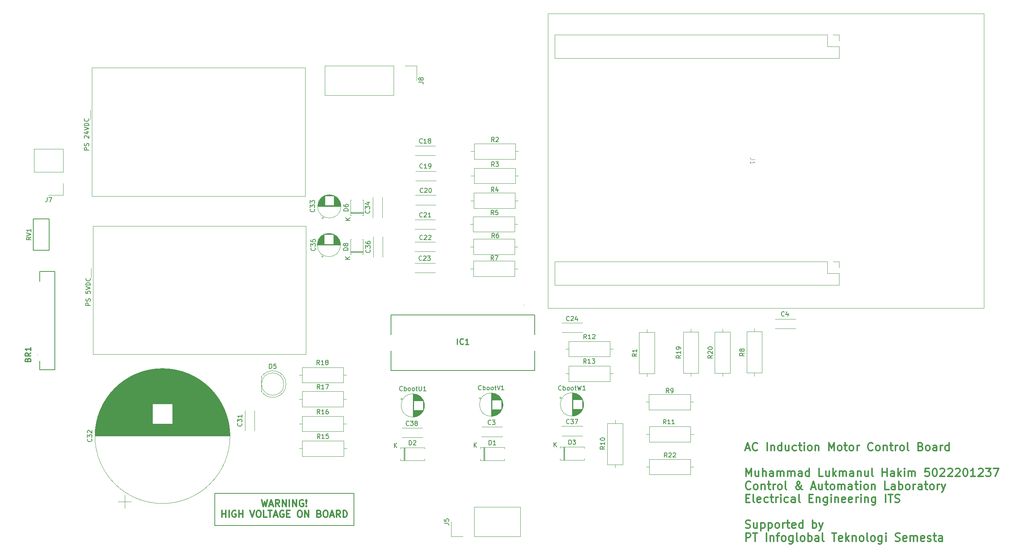
<source format=gbr>
%TF.GenerationSoftware,KiCad,Pcbnew,7.0.6*%
%TF.CreationDate,2024-01-17T13:07:11+07:00*%
%TF.ProjectId,Main,4d61696e-2e6b-4696-9361-645f70636258,rev?*%
%TF.SameCoordinates,Original*%
%TF.FileFunction,Legend,Top*%
%TF.FilePolarity,Positive*%
%FSLAX46Y46*%
G04 Gerber Fmt 4.6, Leading zero omitted, Abs format (unit mm)*
G04 Created by KiCad (PCBNEW 7.0.6) date 2024-01-17 13:07:11*
%MOMM*%
%LPD*%
G01*
G04 APERTURE LIST*
%ADD10C,0.150000*%
%ADD11C,0.300000*%
%ADD12C,0.360000*%
%ADD13C,0.254000*%
%ADD14C,0.100000*%
%ADD15C,0.120000*%
%ADD16C,0.200000*%
G04 APERTURE END LIST*
D10*
X89100000Y-138590000D02*
X120260000Y-138590000D01*
X120260000Y-145790000D01*
X89100000Y-145790000D01*
X89100000Y-138590000D01*
D11*
X99568570Y-140025828D02*
X99925713Y-141525828D01*
X99925713Y-141525828D02*
X100211427Y-140454400D01*
X100211427Y-140454400D02*
X100497142Y-141525828D01*
X100497142Y-141525828D02*
X100854285Y-140025828D01*
X101354285Y-141097257D02*
X102068571Y-141097257D01*
X101211428Y-141525828D02*
X101711428Y-140025828D01*
X101711428Y-140025828D02*
X102211428Y-141525828D01*
X103568570Y-141525828D02*
X103068570Y-140811542D01*
X102711427Y-141525828D02*
X102711427Y-140025828D01*
X102711427Y-140025828D02*
X103282856Y-140025828D01*
X103282856Y-140025828D02*
X103425713Y-140097257D01*
X103425713Y-140097257D02*
X103497142Y-140168685D01*
X103497142Y-140168685D02*
X103568570Y-140311542D01*
X103568570Y-140311542D02*
X103568570Y-140525828D01*
X103568570Y-140525828D02*
X103497142Y-140668685D01*
X103497142Y-140668685D02*
X103425713Y-140740114D01*
X103425713Y-140740114D02*
X103282856Y-140811542D01*
X103282856Y-140811542D02*
X102711427Y-140811542D01*
X104211427Y-141525828D02*
X104211427Y-140025828D01*
X104211427Y-140025828D02*
X105068570Y-141525828D01*
X105068570Y-141525828D02*
X105068570Y-140025828D01*
X105782856Y-141525828D02*
X105782856Y-140025828D01*
X106497142Y-141525828D02*
X106497142Y-140025828D01*
X106497142Y-140025828D02*
X107354285Y-141525828D01*
X107354285Y-141525828D02*
X107354285Y-140025828D01*
X108854286Y-140097257D02*
X108711429Y-140025828D01*
X108711429Y-140025828D02*
X108497143Y-140025828D01*
X108497143Y-140025828D02*
X108282857Y-140097257D01*
X108282857Y-140097257D02*
X108140000Y-140240114D01*
X108140000Y-140240114D02*
X108068571Y-140382971D01*
X108068571Y-140382971D02*
X107997143Y-140668685D01*
X107997143Y-140668685D02*
X107997143Y-140882971D01*
X107997143Y-140882971D02*
X108068571Y-141168685D01*
X108068571Y-141168685D02*
X108140000Y-141311542D01*
X108140000Y-141311542D02*
X108282857Y-141454400D01*
X108282857Y-141454400D02*
X108497143Y-141525828D01*
X108497143Y-141525828D02*
X108640000Y-141525828D01*
X108640000Y-141525828D02*
X108854286Y-141454400D01*
X108854286Y-141454400D02*
X108925714Y-141382971D01*
X108925714Y-141382971D02*
X108925714Y-140882971D01*
X108925714Y-140882971D02*
X108640000Y-140882971D01*
X109568571Y-141382971D02*
X109640000Y-141454400D01*
X109640000Y-141454400D02*
X109568571Y-141525828D01*
X109568571Y-141525828D02*
X109497143Y-141454400D01*
X109497143Y-141454400D02*
X109568571Y-141382971D01*
X109568571Y-141382971D02*
X109568571Y-141525828D01*
X109568571Y-140954400D02*
X109497143Y-140097257D01*
X109497143Y-140097257D02*
X109568571Y-140025828D01*
X109568571Y-140025828D02*
X109640000Y-140097257D01*
X109640000Y-140097257D02*
X109568571Y-140954400D01*
X109568571Y-140954400D02*
X109568571Y-140025828D01*
X90675713Y-143940828D02*
X90675713Y-142440828D01*
X90675713Y-143155114D02*
X91532856Y-143155114D01*
X91532856Y-143940828D02*
X91532856Y-142440828D01*
X92247142Y-143940828D02*
X92247142Y-142440828D01*
X93747143Y-142512257D02*
X93604286Y-142440828D01*
X93604286Y-142440828D02*
X93390000Y-142440828D01*
X93390000Y-142440828D02*
X93175714Y-142512257D01*
X93175714Y-142512257D02*
X93032857Y-142655114D01*
X93032857Y-142655114D02*
X92961428Y-142797971D01*
X92961428Y-142797971D02*
X92890000Y-143083685D01*
X92890000Y-143083685D02*
X92890000Y-143297971D01*
X92890000Y-143297971D02*
X92961428Y-143583685D01*
X92961428Y-143583685D02*
X93032857Y-143726542D01*
X93032857Y-143726542D02*
X93175714Y-143869400D01*
X93175714Y-143869400D02*
X93390000Y-143940828D01*
X93390000Y-143940828D02*
X93532857Y-143940828D01*
X93532857Y-143940828D02*
X93747143Y-143869400D01*
X93747143Y-143869400D02*
X93818571Y-143797971D01*
X93818571Y-143797971D02*
X93818571Y-143297971D01*
X93818571Y-143297971D02*
X93532857Y-143297971D01*
X94461428Y-143940828D02*
X94461428Y-142440828D01*
X94461428Y-143155114D02*
X95318571Y-143155114D01*
X95318571Y-143940828D02*
X95318571Y-142440828D01*
X96961429Y-142440828D02*
X97461429Y-143940828D01*
X97461429Y-143940828D02*
X97961429Y-142440828D01*
X98747143Y-142440828D02*
X99032857Y-142440828D01*
X99032857Y-142440828D02*
X99175714Y-142512257D01*
X99175714Y-142512257D02*
X99318571Y-142655114D01*
X99318571Y-142655114D02*
X99390000Y-142940828D01*
X99390000Y-142940828D02*
X99390000Y-143440828D01*
X99390000Y-143440828D02*
X99318571Y-143726542D01*
X99318571Y-143726542D02*
X99175714Y-143869400D01*
X99175714Y-143869400D02*
X99032857Y-143940828D01*
X99032857Y-143940828D02*
X98747143Y-143940828D01*
X98747143Y-143940828D02*
X98604286Y-143869400D01*
X98604286Y-143869400D02*
X98461428Y-143726542D01*
X98461428Y-143726542D02*
X98390000Y-143440828D01*
X98390000Y-143440828D02*
X98390000Y-142940828D01*
X98390000Y-142940828D02*
X98461428Y-142655114D01*
X98461428Y-142655114D02*
X98604286Y-142512257D01*
X98604286Y-142512257D02*
X98747143Y-142440828D01*
X100747143Y-143940828D02*
X100032857Y-143940828D01*
X100032857Y-143940828D02*
X100032857Y-142440828D01*
X101032858Y-142440828D02*
X101890001Y-142440828D01*
X101461429Y-143940828D02*
X101461429Y-142440828D01*
X102318572Y-143512257D02*
X103032858Y-143512257D01*
X102175715Y-143940828D02*
X102675715Y-142440828D01*
X102675715Y-142440828D02*
X103175715Y-143940828D01*
X104461429Y-142512257D02*
X104318572Y-142440828D01*
X104318572Y-142440828D02*
X104104286Y-142440828D01*
X104104286Y-142440828D02*
X103890000Y-142512257D01*
X103890000Y-142512257D02*
X103747143Y-142655114D01*
X103747143Y-142655114D02*
X103675714Y-142797971D01*
X103675714Y-142797971D02*
X103604286Y-143083685D01*
X103604286Y-143083685D02*
X103604286Y-143297971D01*
X103604286Y-143297971D02*
X103675714Y-143583685D01*
X103675714Y-143583685D02*
X103747143Y-143726542D01*
X103747143Y-143726542D02*
X103890000Y-143869400D01*
X103890000Y-143869400D02*
X104104286Y-143940828D01*
X104104286Y-143940828D02*
X104247143Y-143940828D01*
X104247143Y-143940828D02*
X104461429Y-143869400D01*
X104461429Y-143869400D02*
X104532857Y-143797971D01*
X104532857Y-143797971D02*
X104532857Y-143297971D01*
X104532857Y-143297971D02*
X104247143Y-143297971D01*
X105175714Y-143155114D02*
X105675714Y-143155114D01*
X105890000Y-143940828D02*
X105175714Y-143940828D01*
X105175714Y-143940828D02*
X105175714Y-142440828D01*
X105175714Y-142440828D02*
X105890000Y-142440828D01*
X107961429Y-142440828D02*
X108247143Y-142440828D01*
X108247143Y-142440828D02*
X108390000Y-142512257D01*
X108390000Y-142512257D02*
X108532857Y-142655114D01*
X108532857Y-142655114D02*
X108604286Y-142940828D01*
X108604286Y-142940828D02*
X108604286Y-143440828D01*
X108604286Y-143440828D02*
X108532857Y-143726542D01*
X108532857Y-143726542D02*
X108390000Y-143869400D01*
X108390000Y-143869400D02*
X108247143Y-143940828D01*
X108247143Y-143940828D02*
X107961429Y-143940828D01*
X107961429Y-143940828D02*
X107818572Y-143869400D01*
X107818572Y-143869400D02*
X107675714Y-143726542D01*
X107675714Y-143726542D02*
X107604286Y-143440828D01*
X107604286Y-143440828D02*
X107604286Y-142940828D01*
X107604286Y-142940828D02*
X107675714Y-142655114D01*
X107675714Y-142655114D02*
X107818572Y-142512257D01*
X107818572Y-142512257D02*
X107961429Y-142440828D01*
X109247143Y-143940828D02*
X109247143Y-142440828D01*
X109247143Y-142440828D02*
X110104286Y-143940828D01*
X110104286Y-143940828D02*
X110104286Y-142440828D01*
X112461429Y-143155114D02*
X112675715Y-143226542D01*
X112675715Y-143226542D02*
X112747144Y-143297971D01*
X112747144Y-143297971D02*
X112818572Y-143440828D01*
X112818572Y-143440828D02*
X112818572Y-143655114D01*
X112818572Y-143655114D02*
X112747144Y-143797971D01*
X112747144Y-143797971D02*
X112675715Y-143869400D01*
X112675715Y-143869400D02*
X112532858Y-143940828D01*
X112532858Y-143940828D02*
X111961429Y-143940828D01*
X111961429Y-143940828D02*
X111961429Y-142440828D01*
X111961429Y-142440828D02*
X112461429Y-142440828D01*
X112461429Y-142440828D02*
X112604287Y-142512257D01*
X112604287Y-142512257D02*
X112675715Y-142583685D01*
X112675715Y-142583685D02*
X112747144Y-142726542D01*
X112747144Y-142726542D02*
X112747144Y-142869400D01*
X112747144Y-142869400D02*
X112675715Y-143012257D01*
X112675715Y-143012257D02*
X112604287Y-143083685D01*
X112604287Y-143083685D02*
X112461429Y-143155114D01*
X112461429Y-143155114D02*
X111961429Y-143155114D01*
X113747144Y-142440828D02*
X114032858Y-142440828D01*
X114032858Y-142440828D02*
X114175715Y-142512257D01*
X114175715Y-142512257D02*
X114318572Y-142655114D01*
X114318572Y-142655114D02*
X114390001Y-142940828D01*
X114390001Y-142940828D02*
X114390001Y-143440828D01*
X114390001Y-143440828D02*
X114318572Y-143726542D01*
X114318572Y-143726542D02*
X114175715Y-143869400D01*
X114175715Y-143869400D02*
X114032858Y-143940828D01*
X114032858Y-143940828D02*
X113747144Y-143940828D01*
X113747144Y-143940828D02*
X113604287Y-143869400D01*
X113604287Y-143869400D02*
X113461429Y-143726542D01*
X113461429Y-143726542D02*
X113390001Y-143440828D01*
X113390001Y-143440828D02*
X113390001Y-142940828D01*
X113390001Y-142940828D02*
X113461429Y-142655114D01*
X113461429Y-142655114D02*
X113604287Y-142512257D01*
X113604287Y-142512257D02*
X113747144Y-142440828D01*
X114961430Y-143512257D02*
X115675716Y-143512257D01*
X114818573Y-143940828D02*
X115318573Y-142440828D01*
X115318573Y-142440828D02*
X115818573Y-143940828D01*
X117175715Y-143940828D02*
X116675715Y-143226542D01*
X116318572Y-143940828D02*
X116318572Y-142440828D01*
X116318572Y-142440828D02*
X116890001Y-142440828D01*
X116890001Y-142440828D02*
X117032858Y-142512257D01*
X117032858Y-142512257D02*
X117104287Y-142583685D01*
X117104287Y-142583685D02*
X117175715Y-142726542D01*
X117175715Y-142726542D02*
X117175715Y-142940828D01*
X117175715Y-142940828D02*
X117104287Y-143083685D01*
X117104287Y-143083685D02*
X117032858Y-143155114D01*
X117032858Y-143155114D02*
X116890001Y-143226542D01*
X116890001Y-143226542D02*
X116318572Y-143226542D01*
X117818572Y-143940828D02*
X117818572Y-142440828D01*
X117818572Y-142440828D02*
X118175715Y-142440828D01*
X118175715Y-142440828D02*
X118390001Y-142512257D01*
X118390001Y-142512257D02*
X118532858Y-142655114D01*
X118532858Y-142655114D02*
X118604287Y-142797971D01*
X118604287Y-142797971D02*
X118675715Y-143083685D01*
X118675715Y-143083685D02*
X118675715Y-143297971D01*
X118675715Y-143297971D02*
X118604287Y-143583685D01*
X118604287Y-143583685D02*
X118532858Y-143726542D01*
X118532858Y-143726542D02*
X118390001Y-143869400D01*
X118390001Y-143869400D02*
X118175715Y-143940828D01*
X118175715Y-143940828D02*
X117818572Y-143940828D01*
D12*
X207939699Y-128520708D02*
X208796842Y-128520708D01*
X207768270Y-129034994D02*
X208368270Y-127234994D01*
X208368270Y-127234994D02*
X208968270Y-129034994D01*
X210596841Y-128863565D02*
X210511127Y-128949280D01*
X210511127Y-128949280D02*
X210253984Y-129034994D01*
X210253984Y-129034994D02*
X210082556Y-129034994D01*
X210082556Y-129034994D02*
X209825413Y-128949280D01*
X209825413Y-128949280D02*
X209653984Y-128777851D01*
X209653984Y-128777851D02*
X209568270Y-128606422D01*
X209568270Y-128606422D02*
X209482556Y-128263565D01*
X209482556Y-128263565D02*
X209482556Y-128006422D01*
X209482556Y-128006422D02*
X209568270Y-127663565D01*
X209568270Y-127663565D02*
X209653984Y-127492137D01*
X209653984Y-127492137D02*
X209825413Y-127320708D01*
X209825413Y-127320708D02*
X210082556Y-127234994D01*
X210082556Y-127234994D02*
X210253984Y-127234994D01*
X210253984Y-127234994D02*
X210511127Y-127320708D01*
X210511127Y-127320708D02*
X210596841Y-127406422D01*
X212739699Y-129034994D02*
X212739699Y-127234994D01*
X213596842Y-127834994D02*
X213596842Y-129034994D01*
X213596842Y-128006422D02*
X213682556Y-127920708D01*
X213682556Y-127920708D02*
X213853985Y-127834994D01*
X213853985Y-127834994D02*
X214111128Y-127834994D01*
X214111128Y-127834994D02*
X214282556Y-127920708D01*
X214282556Y-127920708D02*
X214368271Y-128092137D01*
X214368271Y-128092137D02*
X214368271Y-129034994D01*
X215996842Y-129034994D02*
X215996842Y-127234994D01*
X215996842Y-128949280D02*
X215825413Y-129034994D01*
X215825413Y-129034994D02*
X215482556Y-129034994D01*
X215482556Y-129034994D02*
X215311127Y-128949280D01*
X215311127Y-128949280D02*
X215225413Y-128863565D01*
X215225413Y-128863565D02*
X215139699Y-128692137D01*
X215139699Y-128692137D02*
X215139699Y-128177851D01*
X215139699Y-128177851D02*
X215225413Y-128006422D01*
X215225413Y-128006422D02*
X215311127Y-127920708D01*
X215311127Y-127920708D02*
X215482556Y-127834994D01*
X215482556Y-127834994D02*
X215825413Y-127834994D01*
X215825413Y-127834994D02*
X215996842Y-127920708D01*
X217625413Y-127834994D02*
X217625413Y-129034994D01*
X216853984Y-127834994D02*
X216853984Y-128777851D01*
X216853984Y-128777851D02*
X216939698Y-128949280D01*
X216939698Y-128949280D02*
X217111127Y-129034994D01*
X217111127Y-129034994D02*
X217368270Y-129034994D01*
X217368270Y-129034994D02*
X217539698Y-128949280D01*
X217539698Y-128949280D02*
X217625413Y-128863565D01*
X219253984Y-128949280D02*
X219082555Y-129034994D01*
X219082555Y-129034994D02*
X218739698Y-129034994D01*
X218739698Y-129034994D02*
X218568269Y-128949280D01*
X218568269Y-128949280D02*
X218482555Y-128863565D01*
X218482555Y-128863565D02*
X218396841Y-128692137D01*
X218396841Y-128692137D02*
X218396841Y-128177851D01*
X218396841Y-128177851D02*
X218482555Y-128006422D01*
X218482555Y-128006422D02*
X218568269Y-127920708D01*
X218568269Y-127920708D02*
X218739698Y-127834994D01*
X218739698Y-127834994D02*
X219082555Y-127834994D01*
X219082555Y-127834994D02*
X219253984Y-127920708D01*
X219768269Y-127834994D02*
X220453983Y-127834994D01*
X220025412Y-127234994D02*
X220025412Y-128777851D01*
X220025412Y-128777851D02*
X220111126Y-128949280D01*
X220111126Y-128949280D02*
X220282555Y-129034994D01*
X220282555Y-129034994D02*
X220453983Y-129034994D01*
X221053983Y-129034994D02*
X221053983Y-127834994D01*
X221053983Y-127234994D02*
X220968269Y-127320708D01*
X220968269Y-127320708D02*
X221053983Y-127406422D01*
X221053983Y-127406422D02*
X221139697Y-127320708D01*
X221139697Y-127320708D02*
X221053983Y-127234994D01*
X221053983Y-127234994D02*
X221053983Y-127406422D01*
X222168269Y-129034994D02*
X221996840Y-128949280D01*
X221996840Y-128949280D02*
X221911126Y-128863565D01*
X221911126Y-128863565D02*
X221825412Y-128692137D01*
X221825412Y-128692137D02*
X221825412Y-128177851D01*
X221825412Y-128177851D02*
X221911126Y-128006422D01*
X221911126Y-128006422D02*
X221996840Y-127920708D01*
X221996840Y-127920708D02*
X222168269Y-127834994D01*
X222168269Y-127834994D02*
X222425412Y-127834994D01*
X222425412Y-127834994D02*
X222596840Y-127920708D01*
X222596840Y-127920708D02*
X222682555Y-128006422D01*
X222682555Y-128006422D02*
X222768269Y-128177851D01*
X222768269Y-128177851D02*
X222768269Y-128692137D01*
X222768269Y-128692137D02*
X222682555Y-128863565D01*
X222682555Y-128863565D02*
X222596840Y-128949280D01*
X222596840Y-128949280D02*
X222425412Y-129034994D01*
X222425412Y-129034994D02*
X222168269Y-129034994D01*
X223539697Y-127834994D02*
X223539697Y-129034994D01*
X223539697Y-128006422D02*
X223625411Y-127920708D01*
X223625411Y-127920708D02*
X223796840Y-127834994D01*
X223796840Y-127834994D02*
X224053983Y-127834994D01*
X224053983Y-127834994D02*
X224225411Y-127920708D01*
X224225411Y-127920708D02*
X224311126Y-128092137D01*
X224311126Y-128092137D02*
X224311126Y-129034994D01*
X226539697Y-129034994D02*
X226539697Y-127234994D01*
X226539697Y-127234994D02*
X227139697Y-128520708D01*
X227139697Y-128520708D02*
X227739697Y-127234994D01*
X227739697Y-127234994D02*
X227739697Y-129034994D01*
X228853983Y-129034994D02*
X228682554Y-128949280D01*
X228682554Y-128949280D02*
X228596840Y-128863565D01*
X228596840Y-128863565D02*
X228511126Y-128692137D01*
X228511126Y-128692137D02*
X228511126Y-128177851D01*
X228511126Y-128177851D02*
X228596840Y-128006422D01*
X228596840Y-128006422D02*
X228682554Y-127920708D01*
X228682554Y-127920708D02*
X228853983Y-127834994D01*
X228853983Y-127834994D02*
X229111126Y-127834994D01*
X229111126Y-127834994D02*
X229282554Y-127920708D01*
X229282554Y-127920708D02*
X229368269Y-128006422D01*
X229368269Y-128006422D02*
X229453983Y-128177851D01*
X229453983Y-128177851D02*
X229453983Y-128692137D01*
X229453983Y-128692137D02*
X229368269Y-128863565D01*
X229368269Y-128863565D02*
X229282554Y-128949280D01*
X229282554Y-128949280D02*
X229111126Y-129034994D01*
X229111126Y-129034994D02*
X228853983Y-129034994D01*
X229968268Y-127834994D02*
X230653982Y-127834994D01*
X230225411Y-127234994D02*
X230225411Y-128777851D01*
X230225411Y-128777851D02*
X230311125Y-128949280D01*
X230311125Y-128949280D02*
X230482554Y-129034994D01*
X230482554Y-129034994D02*
X230653982Y-129034994D01*
X231511125Y-129034994D02*
X231339696Y-128949280D01*
X231339696Y-128949280D02*
X231253982Y-128863565D01*
X231253982Y-128863565D02*
X231168268Y-128692137D01*
X231168268Y-128692137D02*
X231168268Y-128177851D01*
X231168268Y-128177851D02*
X231253982Y-128006422D01*
X231253982Y-128006422D02*
X231339696Y-127920708D01*
X231339696Y-127920708D02*
X231511125Y-127834994D01*
X231511125Y-127834994D02*
X231768268Y-127834994D01*
X231768268Y-127834994D02*
X231939696Y-127920708D01*
X231939696Y-127920708D02*
X232025411Y-128006422D01*
X232025411Y-128006422D02*
X232111125Y-128177851D01*
X232111125Y-128177851D02*
X232111125Y-128692137D01*
X232111125Y-128692137D02*
X232025411Y-128863565D01*
X232025411Y-128863565D02*
X231939696Y-128949280D01*
X231939696Y-128949280D02*
X231768268Y-129034994D01*
X231768268Y-129034994D02*
X231511125Y-129034994D01*
X232882553Y-129034994D02*
X232882553Y-127834994D01*
X232882553Y-128177851D02*
X232968267Y-128006422D01*
X232968267Y-128006422D02*
X233053982Y-127920708D01*
X233053982Y-127920708D02*
X233225410Y-127834994D01*
X233225410Y-127834994D02*
X233396839Y-127834994D01*
X236396839Y-128863565D02*
X236311125Y-128949280D01*
X236311125Y-128949280D02*
X236053982Y-129034994D01*
X236053982Y-129034994D02*
X235882554Y-129034994D01*
X235882554Y-129034994D02*
X235625411Y-128949280D01*
X235625411Y-128949280D02*
X235453982Y-128777851D01*
X235453982Y-128777851D02*
X235368268Y-128606422D01*
X235368268Y-128606422D02*
X235282554Y-128263565D01*
X235282554Y-128263565D02*
X235282554Y-128006422D01*
X235282554Y-128006422D02*
X235368268Y-127663565D01*
X235368268Y-127663565D02*
X235453982Y-127492137D01*
X235453982Y-127492137D02*
X235625411Y-127320708D01*
X235625411Y-127320708D02*
X235882554Y-127234994D01*
X235882554Y-127234994D02*
X236053982Y-127234994D01*
X236053982Y-127234994D02*
X236311125Y-127320708D01*
X236311125Y-127320708D02*
X236396839Y-127406422D01*
X237425411Y-129034994D02*
X237253982Y-128949280D01*
X237253982Y-128949280D02*
X237168268Y-128863565D01*
X237168268Y-128863565D02*
X237082554Y-128692137D01*
X237082554Y-128692137D02*
X237082554Y-128177851D01*
X237082554Y-128177851D02*
X237168268Y-128006422D01*
X237168268Y-128006422D02*
X237253982Y-127920708D01*
X237253982Y-127920708D02*
X237425411Y-127834994D01*
X237425411Y-127834994D02*
X237682554Y-127834994D01*
X237682554Y-127834994D02*
X237853982Y-127920708D01*
X237853982Y-127920708D02*
X237939697Y-128006422D01*
X237939697Y-128006422D02*
X238025411Y-128177851D01*
X238025411Y-128177851D02*
X238025411Y-128692137D01*
X238025411Y-128692137D02*
X237939697Y-128863565D01*
X237939697Y-128863565D02*
X237853982Y-128949280D01*
X237853982Y-128949280D02*
X237682554Y-129034994D01*
X237682554Y-129034994D02*
X237425411Y-129034994D01*
X238796839Y-127834994D02*
X238796839Y-129034994D01*
X238796839Y-128006422D02*
X238882553Y-127920708D01*
X238882553Y-127920708D02*
X239053982Y-127834994D01*
X239053982Y-127834994D02*
X239311125Y-127834994D01*
X239311125Y-127834994D02*
X239482553Y-127920708D01*
X239482553Y-127920708D02*
X239568268Y-128092137D01*
X239568268Y-128092137D02*
X239568268Y-129034994D01*
X240168267Y-127834994D02*
X240853981Y-127834994D01*
X240425410Y-127234994D02*
X240425410Y-128777851D01*
X240425410Y-128777851D02*
X240511124Y-128949280D01*
X240511124Y-128949280D02*
X240682553Y-129034994D01*
X240682553Y-129034994D02*
X240853981Y-129034994D01*
X241453981Y-129034994D02*
X241453981Y-127834994D01*
X241453981Y-128177851D02*
X241539695Y-128006422D01*
X241539695Y-128006422D02*
X241625410Y-127920708D01*
X241625410Y-127920708D02*
X241796838Y-127834994D01*
X241796838Y-127834994D02*
X241968267Y-127834994D01*
X242825410Y-129034994D02*
X242653981Y-128949280D01*
X242653981Y-128949280D02*
X242568267Y-128863565D01*
X242568267Y-128863565D02*
X242482553Y-128692137D01*
X242482553Y-128692137D02*
X242482553Y-128177851D01*
X242482553Y-128177851D02*
X242568267Y-128006422D01*
X242568267Y-128006422D02*
X242653981Y-127920708D01*
X242653981Y-127920708D02*
X242825410Y-127834994D01*
X242825410Y-127834994D02*
X243082553Y-127834994D01*
X243082553Y-127834994D02*
X243253981Y-127920708D01*
X243253981Y-127920708D02*
X243339696Y-128006422D01*
X243339696Y-128006422D02*
X243425410Y-128177851D01*
X243425410Y-128177851D02*
X243425410Y-128692137D01*
X243425410Y-128692137D02*
X243339696Y-128863565D01*
X243339696Y-128863565D02*
X243253981Y-128949280D01*
X243253981Y-128949280D02*
X243082553Y-129034994D01*
X243082553Y-129034994D02*
X242825410Y-129034994D01*
X244453981Y-129034994D02*
X244282552Y-128949280D01*
X244282552Y-128949280D02*
X244196838Y-128777851D01*
X244196838Y-128777851D02*
X244196838Y-127234994D01*
X247111124Y-128092137D02*
X247368267Y-128177851D01*
X247368267Y-128177851D02*
X247453981Y-128263565D01*
X247453981Y-128263565D02*
X247539695Y-128434994D01*
X247539695Y-128434994D02*
X247539695Y-128692137D01*
X247539695Y-128692137D02*
X247453981Y-128863565D01*
X247453981Y-128863565D02*
X247368267Y-128949280D01*
X247368267Y-128949280D02*
X247196838Y-129034994D01*
X247196838Y-129034994D02*
X246511124Y-129034994D01*
X246511124Y-129034994D02*
X246511124Y-127234994D01*
X246511124Y-127234994D02*
X247111124Y-127234994D01*
X247111124Y-127234994D02*
X247282553Y-127320708D01*
X247282553Y-127320708D02*
X247368267Y-127406422D01*
X247368267Y-127406422D02*
X247453981Y-127577851D01*
X247453981Y-127577851D02*
X247453981Y-127749280D01*
X247453981Y-127749280D02*
X247368267Y-127920708D01*
X247368267Y-127920708D02*
X247282553Y-128006422D01*
X247282553Y-128006422D02*
X247111124Y-128092137D01*
X247111124Y-128092137D02*
X246511124Y-128092137D01*
X248568267Y-129034994D02*
X248396838Y-128949280D01*
X248396838Y-128949280D02*
X248311124Y-128863565D01*
X248311124Y-128863565D02*
X248225410Y-128692137D01*
X248225410Y-128692137D02*
X248225410Y-128177851D01*
X248225410Y-128177851D02*
X248311124Y-128006422D01*
X248311124Y-128006422D02*
X248396838Y-127920708D01*
X248396838Y-127920708D02*
X248568267Y-127834994D01*
X248568267Y-127834994D02*
X248825410Y-127834994D01*
X248825410Y-127834994D02*
X248996838Y-127920708D01*
X248996838Y-127920708D02*
X249082553Y-128006422D01*
X249082553Y-128006422D02*
X249168267Y-128177851D01*
X249168267Y-128177851D02*
X249168267Y-128692137D01*
X249168267Y-128692137D02*
X249082553Y-128863565D01*
X249082553Y-128863565D02*
X248996838Y-128949280D01*
X248996838Y-128949280D02*
X248825410Y-129034994D01*
X248825410Y-129034994D02*
X248568267Y-129034994D01*
X250711124Y-129034994D02*
X250711124Y-128092137D01*
X250711124Y-128092137D02*
X250625409Y-127920708D01*
X250625409Y-127920708D02*
X250453981Y-127834994D01*
X250453981Y-127834994D02*
X250111124Y-127834994D01*
X250111124Y-127834994D02*
X249939695Y-127920708D01*
X250711124Y-128949280D02*
X250539695Y-129034994D01*
X250539695Y-129034994D02*
X250111124Y-129034994D01*
X250111124Y-129034994D02*
X249939695Y-128949280D01*
X249939695Y-128949280D02*
X249853981Y-128777851D01*
X249853981Y-128777851D02*
X249853981Y-128606422D01*
X249853981Y-128606422D02*
X249939695Y-128434994D01*
X249939695Y-128434994D02*
X250111124Y-128349280D01*
X250111124Y-128349280D02*
X250539695Y-128349280D01*
X250539695Y-128349280D02*
X250711124Y-128263565D01*
X251568266Y-129034994D02*
X251568266Y-127834994D01*
X251568266Y-128177851D02*
X251653980Y-128006422D01*
X251653980Y-128006422D02*
X251739695Y-127920708D01*
X251739695Y-127920708D02*
X251911123Y-127834994D01*
X251911123Y-127834994D02*
X252082552Y-127834994D01*
X253453981Y-129034994D02*
X253453981Y-127234994D01*
X253453981Y-128949280D02*
X253282552Y-129034994D01*
X253282552Y-129034994D02*
X252939695Y-129034994D01*
X252939695Y-129034994D02*
X252768266Y-128949280D01*
X252768266Y-128949280D02*
X252682552Y-128863565D01*
X252682552Y-128863565D02*
X252596838Y-128692137D01*
X252596838Y-128692137D02*
X252596838Y-128177851D01*
X252596838Y-128177851D02*
X252682552Y-128006422D01*
X252682552Y-128006422D02*
X252768266Y-127920708D01*
X252768266Y-127920708D02*
X252939695Y-127834994D01*
X252939695Y-127834994D02*
X253282552Y-127834994D01*
X253282552Y-127834994D02*
X253453981Y-127920708D01*
X208025413Y-134830994D02*
X208025413Y-133030994D01*
X208025413Y-133030994D02*
X208625413Y-134316708D01*
X208625413Y-134316708D02*
X209225413Y-133030994D01*
X209225413Y-133030994D02*
X209225413Y-134830994D01*
X210853985Y-133630994D02*
X210853985Y-134830994D01*
X210082556Y-133630994D02*
X210082556Y-134573851D01*
X210082556Y-134573851D02*
X210168270Y-134745280D01*
X210168270Y-134745280D02*
X210339699Y-134830994D01*
X210339699Y-134830994D02*
X210596842Y-134830994D01*
X210596842Y-134830994D02*
X210768270Y-134745280D01*
X210768270Y-134745280D02*
X210853985Y-134659565D01*
X211711127Y-134830994D02*
X211711127Y-133030994D01*
X212482556Y-134830994D02*
X212482556Y-133888137D01*
X212482556Y-133888137D02*
X212396841Y-133716708D01*
X212396841Y-133716708D02*
X212225413Y-133630994D01*
X212225413Y-133630994D02*
X211968270Y-133630994D01*
X211968270Y-133630994D02*
X211796841Y-133716708D01*
X211796841Y-133716708D02*
X211711127Y-133802422D01*
X214111127Y-134830994D02*
X214111127Y-133888137D01*
X214111127Y-133888137D02*
X214025412Y-133716708D01*
X214025412Y-133716708D02*
X213853984Y-133630994D01*
X213853984Y-133630994D02*
X213511127Y-133630994D01*
X213511127Y-133630994D02*
X213339698Y-133716708D01*
X214111127Y-134745280D02*
X213939698Y-134830994D01*
X213939698Y-134830994D02*
X213511127Y-134830994D01*
X213511127Y-134830994D02*
X213339698Y-134745280D01*
X213339698Y-134745280D02*
X213253984Y-134573851D01*
X213253984Y-134573851D02*
X213253984Y-134402422D01*
X213253984Y-134402422D02*
X213339698Y-134230994D01*
X213339698Y-134230994D02*
X213511127Y-134145280D01*
X213511127Y-134145280D02*
X213939698Y-134145280D01*
X213939698Y-134145280D02*
X214111127Y-134059565D01*
X214968269Y-134830994D02*
X214968269Y-133630994D01*
X214968269Y-133802422D02*
X215053983Y-133716708D01*
X215053983Y-133716708D02*
X215225412Y-133630994D01*
X215225412Y-133630994D02*
X215482555Y-133630994D01*
X215482555Y-133630994D02*
X215653983Y-133716708D01*
X215653983Y-133716708D02*
X215739698Y-133888137D01*
X215739698Y-133888137D02*
X215739698Y-134830994D01*
X215739698Y-133888137D02*
X215825412Y-133716708D01*
X215825412Y-133716708D02*
X215996840Y-133630994D01*
X215996840Y-133630994D02*
X216253983Y-133630994D01*
X216253983Y-133630994D02*
X216425412Y-133716708D01*
X216425412Y-133716708D02*
X216511126Y-133888137D01*
X216511126Y-133888137D02*
X216511126Y-134830994D01*
X217368269Y-134830994D02*
X217368269Y-133630994D01*
X217368269Y-133802422D02*
X217453983Y-133716708D01*
X217453983Y-133716708D02*
X217625412Y-133630994D01*
X217625412Y-133630994D02*
X217882555Y-133630994D01*
X217882555Y-133630994D02*
X218053983Y-133716708D01*
X218053983Y-133716708D02*
X218139698Y-133888137D01*
X218139698Y-133888137D02*
X218139698Y-134830994D01*
X218139698Y-133888137D02*
X218225412Y-133716708D01*
X218225412Y-133716708D02*
X218396840Y-133630994D01*
X218396840Y-133630994D02*
X218653983Y-133630994D01*
X218653983Y-133630994D02*
X218825412Y-133716708D01*
X218825412Y-133716708D02*
X218911126Y-133888137D01*
X218911126Y-133888137D02*
X218911126Y-134830994D01*
X220539698Y-134830994D02*
X220539698Y-133888137D01*
X220539698Y-133888137D02*
X220453983Y-133716708D01*
X220453983Y-133716708D02*
X220282555Y-133630994D01*
X220282555Y-133630994D02*
X219939698Y-133630994D01*
X219939698Y-133630994D02*
X219768269Y-133716708D01*
X220539698Y-134745280D02*
X220368269Y-134830994D01*
X220368269Y-134830994D02*
X219939698Y-134830994D01*
X219939698Y-134830994D02*
X219768269Y-134745280D01*
X219768269Y-134745280D02*
X219682555Y-134573851D01*
X219682555Y-134573851D02*
X219682555Y-134402422D01*
X219682555Y-134402422D02*
X219768269Y-134230994D01*
X219768269Y-134230994D02*
X219939698Y-134145280D01*
X219939698Y-134145280D02*
X220368269Y-134145280D01*
X220368269Y-134145280D02*
X220539698Y-134059565D01*
X222168269Y-134830994D02*
X222168269Y-133030994D01*
X222168269Y-134745280D02*
X221996840Y-134830994D01*
X221996840Y-134830994D02*
X221653983Y-134830994D01*
X221653983Y-134830994D02*
X221482554Y-134745280D01*
X221482554Y-134745280D02*
X221396840Y-134659565D01*
X221396840Y-134659565D02*
X221311126Y-134488137D01*
X221311126Y-134488137D02*
X221311126Y-133973851D01*
X221311126Y-133973851D02*
X221396840Y-133802422D01*
X221396840Y-133802422D02*
X221482554Y-133716708D01*
X221482554Y-133716708D02*
X221653983Y-133630994D01*
X221653983Y-133630994D02*
X221996840Y-133630994D01*
X221996840Y-133630994D02*
X222168269Y-133716708D01*
X225253983Y-134830994D02*
X224396840Y-134830994D01*
X224396840Y-134830994D02*
X224396840Y-133030994D01*
X226625412Y-133630994D02*
X226625412Y-134830994D01*
X225853983Y-133630994D02*
X225853983Y-134573851D01*
X225853983Y-134573851D02*
X225939697Y-134745280D01*
X225939697Y-134745280D02*
X226111126Y-134830994D01*
X226111126Y-134830994D02*
X226368269Y-134830994D01*
X226368269Y-134830994D02*
X226539697Y-134745280D01*
X226539697Y-134745280D02*
X226625412Y-134659565D01*
X227482554Y-134830994D02*
X227482554Y-133030994D01*
X227653983Y-134145280D02*
X228168268Y-134830994D01*
X228168268Y-133630994D02*
X227482554Y-134316708D01*
X228939697Y-134830994D02*
X228939697Y-133630994D01*
X228939697Y-133802422D02*
X229025411Y-133716708D01*
X229025411Y-133716708D02*
X229196840Y-133630994D01*
X229196840Y-133630994D02*
X229453983Y-133630994D01*
X229453983Y-133630994D02*
X229625411Y-133716708D01*
X229625411Y-133716708D02*
X229711126Y-133888137D01*
X229711126Y-133888137D02*
X229711126Y-134830994D01*
X229711126Y-133888137D02*
X229796840Y-133716708D01*
X229796840Y-133716708D02*
X229968268Y-133630994D01*
X229968268Y-133630994D02*
X230225411Y-133630994D01*
X230225411Y-133630994D02*
X230396840Y-133716708D01*
X230396840Y-133716708D02*
X230482554Y-133888137D01*
X230482554Y-133888137D02*
X230482554Y-134830994D01*
X232111126Y-134830994D02*
X232111126Y-133888137D01*
X232111126Y-133888137D02*
X232025411Y-133716708D01*
X232025411Y-133716708D02*
X231853983Y-133630994D01*
X231853983Y-133630994D02*
X231511126Y-133630994D01*
X231511126Y-133630994D02*
X231339697Y-133716708D01*
X232111126Y-134745280D02*
X231939697Y-134830994D01*
X231939697Y-134830994D02*
X231511126Y-134830994D01*
X231511126Y-134830994D02*
X231339697Y-134745280D01*
X231339697Y-134745280D02*
X231253983Y-134573851D01*
X231253983Y-134573851D02*
X231253983Y-134402422D01*
X231253983Y-134402422D02*
X231339697Y-134230994D01*
X231339697Y-134230994D02*
X231511126Y-134145280D01*
X231511126Y-134145280D02*
X231939697Y-134145280D01*
X231939697Y-134145280D02*
X232111126Y-134059565D01*
X232968268Y-133630994D02*
X232968268Y-134830994D01*
X232968268Y-133802422D02*
X233053982Y-133716708D01*
X233053982Y-133716708D02*
X233225411Y-133630994D01*
X233225411Y-133630994D02*
X233482554Y-133630994D01*
X233482554Y-133630994D02*
X233653982Y-133716708D01*
X233653982Y-133716708D02*
X233739697Y-133888137D01*
X233739697Y-133888137D02*
X233739697Y-134830994D01*
X235368268Y-133630994D02*
X235368268Y-134830994D01*
X234596839Y-133630994D02*
X234596839Y-134573851D01*
X234596839Y-134573851D02*
X234682553Y-134745280D01*
X234682553Y-134745280D02*
X234853982Y-134830994D01*
X234853982Y-134830994D02*
X235111125Y-134830994D01*
X235111125Y-134830994D02*
X235282553Y-134745280D01*
X235282553Y-134745280D02*
X235368268Y-134659565D01*
X236482553Y-134830994D02*
X236311124Y-134745280D01*
X236311124Y-134745280D02*
X236225410Y-134573851D01*
X236225410Y-134573851D02*
X236225410Y-133030994D01*
X238539696Y-134830994D02*
X238539696Y-133030994D01*
X238539696Y-133888137D02*
X239568267Y-133888137D01*
X239568267Y-134830994D02*
X239568267Y-133030994D01*
X241196839Y-134830994D02*
X241196839Y-133888137D01*
X241196839Y-133888137D02*
X241111124Y-133716708D01*
X241111124Y-133716708D02*
X240939696Y-133630994D01*
X240939696Y-133630994D02*
X240596839Y-133630994D01*
X240596839Y-133630994D02*
X240425410Y-133716708D01*
X241196839Y-134745280D02*
X241025410Y-134830994D01*
X241025410Y-134830994D02*
X240596839Y-134830994D01*
X240596839Y-134830994D02*
X240425410Y-134745280D01*
X240425410Y-134745280D02*
X240339696Y-134573851D01*
X240339696Y-134573851D02*
X240339696Y-134402422D01*
X240339696Y-134402422D02*
X240425410Y-134230994D01*
X240425410Y-134230994D02*
X240596839Y-134145280D01*
X240596839Y-134145280D02*
X241025410Y-134145280D01*
X241025410Y-134145280D02*
X241196839Y-134059565D01*
X242053981Y-134830994D02*
X242053981Y-133030994D01*
X242225410Y-134145280D02*
X242739695Y-134830994D01*
X242739695Y-133630994D02*
X242053981Y-134316708D01*
X243511124Y-134830994D02*
X243511124Y-133630994D01*
X243511124Y-133030994D02*
X243425410Y-133116708D01*
X243425410Y-133116708D02*
X243511124Y-133202422D01*
X243511124Y-133202422D02*
X243596838Y-133116708D01*
X243596838Y-133116708D02*
X243511124Y-133030994D01*
X243511124Y-133030994D02*
X243511124Y-133202422D01*
X244368267Y-134830994D02*
X244368267Y-133630994D01*
X244368267Y-133802422D02*
X244453981Y-133716708D01*
X244453981Y-133716708D02*
X244625410Y-133630994D01*
X244625410Y-133630994D02*
X244882553Y-133630994D01*
X244882553Y-133630994D02*
X245053981Y-133716708D01*
X245053981Y-133716708D02*
X245139696Y-133888137D01*
X245139696Y-133888137D02*
X245139696Y-134830994D01*
X245139696Y-133888137D02*
X245225410Y-133716708D01*
X245225410Y-133716708D02*
X245396838Y-133630994D01*
X245396838Y-133630994D02*
X245653981Y-133630994D01*
X245653981Y-133630994D02*
X245825410Y-133716708D01*
X245825410Y-133716708D02*
X245911124Y-133888137D01*
X245911124Y-133888137D02*
X245911124Y-134830994D01*
X248996839Y-133030994D02*
X248139696Y-133030994D01*
X248139696Y-133030994D02*
X248053982Y-133888137D01*
X248053982Y-133888137D02*
X248139696Y-133802422D01*
X248139696Y-133802422D02*
X248311125Y-133716708D01*
X248311125Y-133716708D02*
X248739696Y-133716708D01*
X248739696Y-133716708D02*
X248911125Y-133802422D01*
X248911125Y-133802422D02*
X248996839Y-133888137D01*
X248996839Y-133888137D02*
X249082553Y-134059565D01*
X249082553Y-134059565D02*
X249082553Y-134488137D01*
X249082553Y-134488137D02*
X248996839Y-134659565D01*
X248996839Y-134659565D02*
X248911125Y-134745280D01*
X248911125Y-134745280D02*
X248739696Y-134830994D01*
X248739696Y-134830994D02*
X248311125Y-134830994D01*
X248311125Y-134830994D02*
X248139696Y-134745280D01*
X248139696Y-134745280D02*
X248053982Y-134659565D01*
X250196839Y-133030994D02*
X250368268Y-133030994D01*
X250368268Y-133030994D02*
X250539696Y-133116708D01*
X250539696Y-133116708D02*
X250625411Y-133202422D01*
X250625411Y-133202422D02*
X250711125Y-133373851D01*
X250711125Y-133373851D02*
X250796839Y-133716708D01*
X250796839Y-133716708D02*
X250796839Y-134145280D01*
X250796839Y-134145280D02*
X250711125Y-134488137D01*
X250711125Y-134488137D02*
X250625411Y-134659565D01*
X250625411Y-134659565D02*
X250539696Y-134745280D01*
X250539696Y-134745280D02*
X250368268Y-134830994D01*
X250368268Y-134830994D02*
X250196839Y-134830994D01*
X250196839Y-134830994D02*
X250025411Y-134745280D01*
X250025411Y-134745280D02*
X249939696Y-134659565D01*
X249939696Y-134659565D02*
X249853982Y-134488137D01*
X249853982Y-134488137D02*
X249768268Y-134145280D01*
X249768268Y-134145280D02*
X249768268Y-133716708D01*
X249768268Y-133716708D02*
X249853982Y-133373851D01*
X249853982Y-133373851D02*
X249939696Y-133202422D01*
X249939696Y-133202422D02*
X250025411Y-133116708D01*
X250025411Y-133116708D02*
X250196839Y-133030994D01*
X251482554Y-133202422D02*
X251568268Y-133116708D01*
X251568268Y-133116708D02*
X251739697Y-133030994D01*
X251739697Y-133030994D02*
X252168268Y-133030994D01*
X252168268Y-133030994D02*
X252339697Y-133116708D01*
X252339697Y-133116708D02*
X252425411Y-133202422D01*
X252425411Y-133202422D02*
X252511125Y-133373851D01*
X252511125Y-133373851D02*
X252511125Y-133545280D01*
X252511125Y-133545280D02*
X252425411Y-133802422D01*
X252425411Y-133802422D02*
X251396839Y-134830994D01*
X251396839Y-134830994D02*
X252511125Y-134830994D01*
X253196840Y-133202422D02*
X253282554Y-133116708D01*
X253282554Y-133116708D02*
X253453983Y-133030994D01*
X253453983Y-133030994D02*
X253882554Y-133030994D01*
X253882554Y-133030994D02*
X254053983Y-133116708D01*
X254053983Y-133116708D02*
X254139697Y-133202422D01*
X254139697Y-133202422D02*
X254225411Y-133373851D01*
X254225411Y-133373851D02*
X254225411Y-133545280D01*
X254225411Y-133545280D02*
X254139697Y-133802422D01*
X254139697Y-133802422D02*
X253111125Y-134830994D01*
X253111125Y-134830994D02*
X254225411Y-134830994D01*
X254911126Y-133202422D02*
X254996840Y-133116708D01*
X254996840Y-133116708D02*
X255168269Y-133030994D01*
X255168269Y-133030994D02*
X255596840Y-133030994D01*
X255596840Y-133030994D02*
X255768269Y-133116708D01*
X255768269Y-133116708D02*
X255853983Y-133202422D01*
X255853983Y-133202422D02*
X255939697Y-133373851D01*
X255939697Y-133373851D02*
X255939697Y-133545280D01*
X255939697Y-133545280D02*
X255853983Y-133802422D01*
X255853983Y-133802422D02*
X254825411Y-134830994D01*
X254825411Y-134830994D02*
X255939697Y-134830994D01*
X257053983Y-133030994D02*
X257225412Y-133030994D01*
X257225412Y-133030994D02*
X257396840Y-133116708D01*
X257396840Y-133116708D02*
X257482555Y-133202422D01*
X257482555Y-133202422D02*
X257568269Y-133373851D01*
X257568269Y-133373851D02*
X257653983Y-133716708D01*
X257653983Y-133716708D02*
X257653983Y-134145280D01*
X257653983Y-134145280D02*
X257568269Y-134488137D01*
X257568269Y-134488137D02*
X257482555Y-134659565D01*
X257482555Y-134659565D02*
X257396840Y-134745280D01*
X257396840Y-134745280D02*
X257225412Y-134830994D01*
X257225412Y-134830994D02*
X257053983Y-134830994D01*
X257053983Y-134830994D02*
X256882555Y-134745280D01*
X256882555Y-134745280D02*
X256796840Y-134659565D01*
X256796840Y-134659565D02*
X256711126Y-134488137D01*
X256711126Y-134488137D02*
X256625412Y-134145280D01*
X256625412Y-134145280D02*
X256625412Y-133716708D01*
X256625412Y-133716708D02*
X256711126Y-133373851D01*
X256711126Y-133373851D02*
X256796840Y-133202422D01*
X256796840Y-133202422D02*
X256882555Y-133116708D01*
X256882555Y-133116708D02*
X257053983Y-133030994D01*
X259368269Y-134830994D02*
X258339698Y-134830994D01*
X258853983Y-134830994D02*
X258853983Y-133030994D01*
X258853983Y-133030994D02*
X258682555Y-133288137D01*
X258682555Y-133288137D02*
X258511126Y-133459565D01*
X258511126Y-133459565D02*
X258339698Y-133545280D01*
X260053984Y-133202422D02*
X260139698Y-133116708D01*
X260139698Y-133116708D02*
X260311127Y-133030994D01*
X260311127Y-133030994D02*
X260739698Y-133030994D01*
X260739698Y-133030994D02*
X260911127Y-133116708D01*
X260911127Y-133116708D02*
X260996841Y-133202422D01*
X260996841Y-133202422D02*
X261082555Y-133373851D01*
X261082555Y-133373851D02*
X261082555Y-133545280D01*
X261082555Y-133545280D02*
X260996841Y-133802422D01*
X260996841Y-133802422D02*
X259968269Y-134830994D01*
X259968269Y-134830994D02*
X261082555Y-134830994D01*
X261682555Y-133030994D02*
X262796841Y-133030994D01*
X262796841Y-133030994D02*
X262196841Y-133716708D01*
X262196841Y-133716708D02*
X262453984Y-133716708D01*
X262453984Y-133716708D02*
X262625413Y-133802422D01*
X262625413Y-133802422D02*
X262711127Y-133888137D01*
X262711127Y-133888137D02*
X262796841Y-134059565D01*
X262796841Y-134059565D02*
X262796841Y-134488137D01*
X262796841Y-134488137D02*
X262711127Y-134659565D01*
X262711127Y-134659565D02*
X262625413Y-134745280D01*
X262625413Y-134745280D02*
X262453984Y-134830994D01*
X262453984Y-134830994D02*
X261939698Y-134830994D01*
X261939698Y-134830994D02*
X261768270Y-134745280D01*
X261768270Y-134745280D02*
X261682555Y-134659565D01*
X263396841Y-133030994D02*
X264596841Y-133030994D01*
X264596841Y-133030994D02*
X263825413Y-134830994D01*
X209053984Y-137557565D02*
X208968270Y-137643280D01*
X208968270Y-137643280D02*
X208711127Y-137728994D01*
X208711127Y-137728994D02*
X208539699Y-137728994D01*
X208539699Y-137728994D02*
X208282556Y-137643280D01*
X208282556Y-137643280D02*
X208111127Y-137471851D01*
X208111127Y-137471851D02*
X208025413Y-137300422D01*
X208025413Y-137300422D02*
X207939699Y-136957565D01*
X207939699Y-136957565D02*
X207939699Y-136700422D01*
X207939699Y-136700422D02*
X208025413Y-136357565D01*
X208025413Y-136357565D02*
X208111127Y-136186137D01*
X208111127Y-136186137D02*
X208282556Y-136014708D01*
X208282556Y-136014708D02*
X208539699Y-135928994D01*
X208539699Y-135928994D02*
X208711127Y-135928994D01*
X208711127Y-135928994D02*
X208968270Y-136014708D01*
X208968270Y-136014708D02*
X209053984Y-136100422D01*
X210082556Y-137728994D02*
X209911127Y-137643280D01*
X209911127Y-137643280D02*
X209825413Y-137557565D01*
X209825413Y-137557565D02*
X209739699Y-137386137D01*
X209739699Y-137386137D02*
X209739699Y-136871851D01*
X209739699Y-136871851D02*
X209825413Y-136700422D01*
X209825413Y-136700422D02*
X209911127Y-136614708D01*
X209911127Y-136614708D02*
X210082556Y-136528994D01*
X210082556Y-136528994D02*
X210339699Y-136528994D01*
X210339699Y-136528994D02*
X210511127Y-136614708D01*
X210511127Y-136614708D02*
X210596842Y-136700422D01*
X210596842Y-136700422D02*
X210682556Y-136871851D01*
X210682556Y-136871851D02*
X210682556Y-137386137D01*
X210682556Y-137386137D02*
X210596842Y-137557565D01*
X210596842Y-137557565D02*
X210511127Y-137643280D01*
X210511127Y-137643280D02*
X210339699Y-137728994D01*
X210339699Y-137728994D02*
X210082556Y-137728994D01*
X211453984Y-136528994D02*
X211453984Y-137728994D01*
X211453984Y-136700422D02*
X211539698Y-136614708D01*
X211539698Y-136614708D02*
X211711127Y-136528994D01*
X211711127Y-136528994D02*
X211968270Y-136528994D01*
X211968270Y-136528994D02*
X212139698Y-136614708D01*
X212139698Y-136614708D02*
X212225413Y-136786137D01*
X212225413Y-136786137D02*
X212225413Y-137728994D01*
X212825412Y-136528994D02*
X213511126Y-136528994D01*
X213082555Y-135928994D02*
X213082555Y-137471851D01*
X213082555Y-137471851D02*
X213168269Y-137643280D01*
X213168269Y-137643280D02*
X213339698Y-137728994D01*
X213339698Y-137728994D02*
X213511126Y-137728994D01*
X214111126Y-137728994D02*
X214111126Y-136528994D01*
X214111126Y-136871851D02*
X214196840Y-136700422D01*
X214196840Y-136700422D02*
X214282555Y-136614708D01*
X214282555Y-136614708D02*
X214453983Y-136528994D01*
X214453983Y-136528994D02*
X214625412Y-136528994D01*
X215482555Y-137728994D02*
X215311126Y-137643280D01*
X215311126Y-137643280D02*
X215225412Y-137557565D01*
X215225412Y-137557565D02*
X215139698Y-137386137D01*
X215139698Y-137386137D02*
X215139698Y-136871851D01*
X215139698Y-136871851D02*
X215225412Y-136700422D01*
X215225412Y-136700422D02*
X215311126Y-136614708D01*
X215311126Y-136614708D02*
X215482555Y-136528994D01*
X215482555Y-136528994D02*
X215739698Y-136528994D01*
X215739698Y-136528994D02*
X215911126Y-136614708D01*
X215911126Y-136614708D02*
X215996841Y-136700422D01*
X215996841Y-136700422D02*
X216082555Y-136871851D01*
X216082555Y-136871851D02*
X216082555Y-137386137D01*
X216082555Y-137386137D02*
X215996841Y-137557565D01*
X215996841Y-137557565D02*
X215911126Y-137643280D01*
X215911126Y-137643280D02*
X215739698Y-137728994D01*
X215739698Y-137728994D02*
X215482555Y-137728994D01*
X217111126Y-137728994D02*
X216939697Y-137643280D01*
X216939697Y-137643280D02*
X216853983Y-137471851D01*
X216853983Y-137471851D02*
X216853983Y-135928994D01*
X220625412Y-137728994D02*
X220539698Y-137728994D01*
X220539698Y-137728994D02*
X220368269Y-137643280D01*
X220368269Y-137643280D02*
X220111126Y-137386137D01*
X220111126Y-137386137D02*
X219682555Y-136871851D01*
X219682555Y-136871851D02*
X219511126Y-136614708D01*
X219511126Y-136614708D02*
X219425412Y-136357565D01*
X219425412Y-136357565D02*
X219425412Y-136186137D01*
X219425412Y-136186137D02*
X219511126Y-136014708D01*
X219511126Y-136014708D02*
X219682555Y-135928994D01*
X219682555Y-135928994D02*
X219768269Y-135928994D01*
X219768269Y-135928994D02*
X219939698Y-136014708D01*
X219939698Y-136014708D02*
X220025412Y-136186137D01*
X220025412Y-136186137D02*
X220025412Y-136271851D01*
X220025412Y-136271851D02*
X219939698Y-136443280D01*
X219939698Y-136443280D02*
X219853983Y-136528994D01*
X219853983Y-136528994D02*
X219339698Y-136871851D01*
X219339698Y-136871851D02*
X219253983Y-136957565D01*
X219253983Y-136957565D02*
X219168269Y-137128994D01*
X219168269Y-137128994D02*
X219168269Y-137386137D01*
X219168269Y-137386137D02*
X219253983Y-137557565D01*
X219253983Y-137557565D02*
X219339698Y-137643280D01*
X219339698Y-137643280D02*
X219511126Y-137728994D01*
X219511126Y-137728994D02*
X219768269Y-137728994D01*
X219768269Y-137728994D02*
X219939698Y-137643280D01*
X219939698Y-137643280D02*
X220025412Y-137557565D01*
X220025412Y-137557565D02*
X220282555Y-137214708D01*
X220282555Y-137214708D02*
X220368269Y-136957565D01*
X220368269Y-136957565D02*
X220368269Y-136786137D01*
X222682555Y-137214708D02*
X223539698Y-137214708D01*
X222511126Y-137728994D02*
X223111126Y-135928994D01*
X223111126Y-135928994D02*
X223711126Y-137728994D01*
X225082555Y-136528994D02*
X225082555Y-137728994D01*
X224311126Y-136528994D02*
X224311126Y-137471851D01*
X224311126Y-137471851D02*
X224396840Y-137643280D01*
X224396840Y-137643280D02*
X224568269Y-137728994D01*
X224568269Y-137728994D02*
X224825412Y-137728994D01*
X224825412Y-137728994D02*
X224996840Y-137643280D01*
X224996840Y-137643280D02*
X225082555Y-137557565D01*
X225682554Y-136528994D02*
X226368268Y-136528994D01*
X225939697Y-135928994D02*
X225939697Y-137471851D01*
X225939697Y-137471851D02*
X226025411Y-137643280D01*
X226025411Y-137643280D02*
X226196840Y-137728994D01*
X226196840Y-137728994D02*
X226368268Y-137728994D01*
X227225411Y-137728994D02*
X227053982Y-137643280D01*
X227053982Y-137643280D02*
X226968268Y-137557565D01*
X226968268Y-137557565D02*
X226882554Y-137386137D01*
X226882554Y-137386137D02*
X226882554Y-136871851D01*
X226882554Y-136871851D02*
X226968268Y-136700422D01*
X226968268Y-136700422D02*
X227053982Y-136614708D01*
X227053982Y-136614708D02*
X227225411Y-136528994D01*
X227225411Y-136528994D02*
X227482554Y-136528994D01*
X227482554Y-136528994D02*
X227653982Y-136614708D01*
X227653982Y-136614708D02*
X227739697Y-136700422D01*
X227739697Y-136700422D02*
X227825411Y-136871851D01*
X227825411Y-136871851D02*
X227825411Y-137386137D01*
X227825411Y-137386137D02*
X227739697Y-137557565D01*
X227739697Y-137557565D02*
X227653982Y-137643280D01*
X227653982Y-137643280D02*
X227482554Y-137728994D01*
X227482554Y-137728994D02*
X227225411Y-137728994D01*
X228596839Y-137728994D02*
X228596839Y-136528994D01*
X228596839Y-136700422D02*
X228682553Y-136614708D01*
X228682553Y-136614708D02*
X228853982Y-136528994D01*
X228853982Y-136528994D02*
X229111125Y-136528994D01*
X229111125Y-136528994D02*
X229282553Y-136614708D01*
X229282553Y-136614708D02*
X229368268Y-136786137D01*
X229368268Y-136786137D02*
X229368268Y-137728994D01*
X229368268Y-136786137D02*
X229453982Y-136614708D01*
X229453982Y-136614708D02*
X229625410Y-136528994D01*
X229625410Y-136528994D02*
X229882553Y-136528994D01*
X229882553Y-136528994D02*
X230053982Y-136614708D01*
X230053982Y-136614708D02*
X230139696Y-136786137D01*
X230139696Y-136786137D02*
X230139696Y-137728994D01*
X231768268Y-137728994D02*
X231768268Y-136786137D01*
X231768268Y-136786137D02*
X231682553Y-136614708D01*
X231682553Y-136614708D02*
X231511125Y-136528994D01*
X231511125Y-136528994D02*
X231168268Y-136528994D01*
X231168268Y-136528994D02*
X230996839Y-136614708D01*
X231768268Y-137643280D02*
X231596839Y-137728994D01*
X231596839Y-137728994D02*
X231168268Y-137728994D01*
X231168268Y-137728994D02*
X230996839Y-137643280D01*
X230996839Y-137643280D02*
X230911125Y-137471851D01*
X230911125Y-137471851D02*
X230911125Y-137300422D01*
X230911125Y-137300422D02*
X230996839Y-137128994D01*
X230996839Y-137128994D02*
X231168268Y-137043280D01*
X231168268Y-137043280D02*
X231596839Y-137043280D01*
X231596839Y-137043280D02*
X231768268Y-136957565D01*
X232368267Y-136528994D02*
X233053981Y-136528994D01*
X232625410Y-135928994D02*
X232625410Y-137471851D01*
X232625410Y-137471851D02*
X232711124Y-137643280D01*
X232711124Y-137643280D02*
X232882553Y-137728994D01*
X232882553Y-137728994D02*
X233053981Y-137728994D01*
X233653981Y-137728994D02*
X233653981Y-136528994D01*
X233653981Y-135928994D02*
X233568267Y-136014708D01*
X233568267Y-136014708D02*
X233653981Y-136100422D01*
X233653981Y-136100422D02*
X233739695Y-136014708D01*
X233739695Y-136014708D02*
X233653981Y-135928994D01*
X233653981Y-135928994D02*
X233653981Y-136100422D01*
X234768267Y-137728994D02*
X234596838Y-137643280D01*
X234596838Y-137643280D02*
X234511124Y-137557565D01*
X234511124Y-137557565D02*
X234425410Y-137386137D01*
X234425410Y-137386137D02*
X234425410Y-136871851D01*
X234425410Y-136871851D02*
X234511124Y-136700422D01*
X234511124Y-136700422D02*
X234596838Y-136614708D01*
X234596838Y-136614708D02*
X234768267Y-136528994D01*
X234768267Y-136528994D02*
X235025410Y-136528994D01*
X235025410Y-136528994D02*
X235196838Y-136614708D01*
X235196838Y-136614708D02*
X235282553Y-136700422D01*
X235282553Y-136700422D02*
X235368267Y-136871851D01*
X235368267Y-136871851D02*
X235368267Y-137386137D01*
X235368267Y-137386137D02*
X235282553Y-137557565D01*
X235282553Y-137557565D02*
X235196838Y-137643280D01*
X235196838Y-137643280D02*
X235025410Y-137728994D01*
X235025410Y-137728994D02*
X234768267Y-137728994D01*
X236139695Y-136528994D02*
X236139695Y-137728994D01*
X236139695Y-136700422D02*
X236225409Y-136614708D01*
X236225409Y-136614708D02*
X236396838Y-136528994D01*
X236396838Y-136528994D02*
X236653981Y-136528994D01*
X236653981Y-136528994D02*
X236825409Y-136614708D01*
X236825409Y-136614708D02*
X236911124Y-136786137D01*
X236911124Y-136786137D02*
X236911124Y-137728994D01*
X239996838Y-137728994D02*
X239139695Y-137728994D01*
X239139695Y-137728994D02*
X239139695Y-135928994D01*
X241368267Y-137728994D02*
X241368267Y-136786137D01*
X241368267Y-136786137D02*
X241282552Y-136614708D01*
X241282552Y-136614708D02*
X241111124Y-136528994D01*
X241111124Y-136528994D02*
X240768267Y-136528994D01*
X240768267Y-136528994D02*
X240596838Y-136614708D01*
X241368267Y-137643280D02*
X241196838Y-137728994D01*
X241196838Y-137728994D02*
X240768267Y-137728994D01*
X240768267Y-137728994D02*
X240596838Y-137643280D01*
X240596838Y-137643280D02*
X240511124Y-137471851D01*
X240511124Y-137471851D02*
X240511124Y-137300422D01*
X240511124Y-137300422D02*
X240596838Y-137128994D01*
X240596838Y-137128994D02*
X240768267Y-137043280D01*
X240768267Y-137043280D02*
X241196838Y-137043280D01*
X241196838Y-137043280D02*
X241368267Y-136957565D01*
X242225409Y-137728994D02*
X242225409Y-135928994D01*
X242225409Y-136614708D02*
X242396838Y-136528994D01*
X242396838Y-136528994D02*
X242739695Y-136528994D01*
X242739695Y-136528994D02*
X242911123Y-136614708D01*
X242911123Y-136614708D02*
X242996838Y-136700422D01*
X242996838Y-136700422D02*
X243082552Y-136871851D01*
X243082552Y-136871851D02*
X243082552Y-137386137D01*
X243082552Y-137386137D02*
X242996838Y-137557565D01*
X242996838Y-137557565D02*
X242911123Y-137643280D01*
X242911123Y-137643280D02*
X242739695Y-137728994D01*
X242739695Y-137728994D02*
X242396838Y-137728994D01*
X242396838Y-137728994D02*
X242225409Y-137643280D01*
X244111123Y-137728994D02*
X243939694Y-137643280D01*
X243939694Y-137643280D02*
X243853980Y-137557565D01*
X243853980Y-137557565D02*
X243768266Y-137386137D01*
X243768266Y-137386137D02*
X243768266Y-136871851D01*
X243768266Y-136871851D02*
X243853980Y-136700422D01*
X243853980Y-136700422D02*
X243939694Y-136614708D01*
X243939694Y-136614708D02*
X244111123Y-136528994D01*
X244111123Y-136528994D02*
X244368266Y-136528994D01*
X244368266Y-136528994D02*
X244539694Y-136614708D01*
X244539694Y-136614708D02*
X244625409Y-136700422D01*
X244625409Y-136700422D02*
X244711123Y-136871851D01*
X244711123Y-136871851D02*
X244711123Y-137386137D01*
X244711123Y-137386137D02*
X244625409Y-137557565D01*
X244625409Y-137557565D02*
X244539694Y-137643280D01*
X244539694Y-137643280D02*
X244368266Y-137728994D01*
X244368266Y-137728994D02*
X244111123Y-137728994D01*
X245482551Y-137728994D02*
X245482551Y-136528994D01*
X245482551Y-136871851D02*
X245568265Y-136700422D01*
X245568265Y-136700422D02*
X245653980Y-136614708D01*
X245653980Y-136614708D02*
X245825408Y-136528994D01*
X245825408Y-136528994D02*
X245996837Y-136528994D01*
X247368266Y-137728994D02*
X247368266Y-136786137D01*
X247368266Y-136786137D02*
X247282551Y-136614708D01*
X247282551Y-136614708D02*
X247111123Y-136528994D01*
X247111123Y-136528994D02*
X246768266Y-136528994D01*
X246768266Y-136528994D02*
X246596837Y-136614708D01*
X247368266Y-137643280D02*
X247196837Y-137728994D01*
X247196837Y-137728994D02*
X246768266Y-137728994D01*
X246768266Y-137728994D02*
X246596837Y-137643280D01*
X246596837Y-137643280D02*
X246511123Y-137471851D01*
X246511123Y-137471851D02*
X246511123Y-137300422D01*
X246511123Y-137300422D02*
X246596837Y-137128994D01*
X246596837Y-137128994D02*
X246768266Y-137043280D01*
X246768266Y-137043280D02*
X247196837Y-137043280D01*
X247196837Y-137043280D02*
X247368266Y-136957565D01*
X247968265Y-136528994D02*
X248653979Y-136528994D01*
X248225408Y-135928994D02*
X248225408Y-137471851D01*
X248225408Y-137471851D02*
X248311122Y-137643280D01*
X248311122Y-137643280D02*
X248482551Y-137728994D01*
X248482551Y-137728994D02*
X248653979Y-137728994D01*
X249511122Y-137728994D02*
X249339693Y-137643280D01*
X249339693Y-137643280D02*
X249253979Y-137557565D01*
X249253979Y-137557565D02*
X249168265Y-137386137D01*
X249168265Y-137386137D02*
X249168265Y-136871851D01*
X249168265Y-136871851D02*
X249253979Y-136700422D01*
X249253979Y-136700422D02*
X249339693Y-136614708D01*
X249339693Y-136614708D02*
X249511122Y-136528994D01*
X249511122Y-136528994D02*
X249768265Y-136528994D01*
X249768265Y-136528994D02*
X249939693Y-136614708D01*
X249939693Y-136614708D02*
X250025408Y-136700422D01*
X250025408Y-136700422D02*
X250111122Y-136871851D01*
X250111122Y-136871851D02*
X250111122Y-137386137D01*
X250111122Y-137386137D02*
X250025408Y-137557565D01*
X250025408Y-137557565D02*
X249939693Y-137643280D01*
X249939693Y-137643280D02*
X249768265Y-137728994D01*
X249768265Y-137728994D02*
X249511122Y-137728994D01*
X250882550Y-137728994D02*
X250882550Y-136528994D01*
X250882550Y-136871851D02*
X250968264Y-136700422D01*
X250968264Y-136700422D02*
X251053979Y-136614708D01*
X251053979Y-136614708D02*
X251225407Y-136528994D01*
X251225407Y-136528994D02*
X251396836Y-136528994D01*
X251825407Y-136528994D02*
X252253979Y-137728994D01*
X252682550Y-136528994D02*
X252253979Y-137728994D01*
X252253979Y-137728994D02*
X252082550Y-138157565D01*
X252082550Y-138157565D02*
X251996836Y-138243280D01*
X251996836Y-138243280D02*
X251825407Y-138328994D01*
X208025413Y-139684137D02*
X208625413Y-139684137D01*
X208882556Y-140626994D02*
X208025413Y-140626994D01*
X208025413Y-140626994D02*
X208025413Y-138826994D01*
X208025413Y-138826994D02*
X208882556Y-138826994D01*
X209911127Y-140626994D02*
X209739698Y-140541280D01*
X209739698Y-140541280D02*
X209653984Y-140369851D01*
X209653984Y-140369851D02*
X209653984Y-138826994D01*
X211282555Y-140541280D02*
X211111127Y-140626994D01*
X211111127Y-140626994D02*
X210768270Y-140626994D01*
X210768270Y-140626994D02*
X210596841Y-140541280D01*
X210596841Y-140541280D02*
X210511127Y-140369851D01*
X210511127Y-140369851D02*
X210511127Y-139684137D01*
X210511127Y-139684137D02*
X210596841Y-139512708D01*
X210596841Y-139512708D02*
X210768270Y-139426994D01*
X210768270Y-139426994D02*
X211111127Y-139426994D01*
X211111127Y-139426994D02*
X211282555Y-139512708D01*
X211282555Y-139512708D02*
X211368270Y-139684137D01*
X211368270Y-139684137D02*
X211368270Y-139855565D01*
X211368270Y-139855565D02*
X210511127Y-140026994D01*
X212911127Y-140541280D02*
X212739698Y-140626994D01*
X212739698Y-140626994D02*
X212396841Y-140626994D01*
X212396841Y-140626994D02*
X212225412Y-140541280D01*
X212225412Y-140541280D02*
X212139698Y-140455565D01*
X212139698Y-140455565D02*
X212053984Y-140284137D01*
X212053984Y-140284137D02*
X212053984Y-139769851D01*
X212053984Y-139769851D02*
X212139698Y-139598422D01*
X212139698Y-139598422D02*
X212225412Y-139512708D01*
X212225412Y-139512708D02*
X212396841Y-139426994D01*
X212396841Y-139426994D02*
X212739698Y-139426994D01*
X212739698Y-139426994D02*
X212911127Y-139512708D01*
X213425412Y-139426994D02*
X214111126Y-139426994D01*
X213682555Y-138826994D02*
X213682555Y-140369851D01*
X213682555Y-140369851D02*
X213768269Y-140541280D01*
X213768269Y-140541280D02*
X213939698Y-140626994D01*
X213939698Y-140626994D02*
X214111126Y-140626994D01*
X214711126Y-140626994D02*
X214711126Y-139426994D01*
X214711126Y-139769851D02*
X214796840Y-139598422D01*
X214796840Y-139598422D02*
X214882555Y-139512708D01*
X214882555Y-139512708D02*
X215053983Y-139426994D01*
X215053983Y-139426994D02*
X215225412Y-139426994D01*
X215825412Y-140626994D02*
X215825412Y-139426994D01*
X215825412Y-138826994D02*
X215739698Y-138912708D01*
X215739698Y-138912708D02*
X215825412Y-138998422D01*
X215825412Y-138998422D02*
X215911126Y-138912708D01*
X215911126Y-138912708D02*
X215825412Y-138826994D01*
X215825412Y-138826994D02*
X215825412Y-138998422D01*
X217453984Y-140541280D02*
X217282555Y-140626994D01*
X217282555Y-140626994D02*
X216939698Y-140626994D01*
X216939698Y-140626994D02*
X216768269Y-140541280D01*
X216768269Y-140541280D02*
X216682555Y-140455565D01*
X216682555Y-140455565D02*
X216596841Y-140284137D01*
X216596841Y-140284137D02*
X216596841Y-139769851D01*
X216596841Y-139769851D02*
X216682555Y-139598422D01*
X216682555Y-139598422D02*
X216768269Y-139512708D01*
X216768269Y-139512708D02*
X216939698Y-139426994D01*
X216939698Y-139426994D02*
X217282555Y-139426994D01*
X217282555Y-139426994D02*
X217453984Y-139512708D01*
X218996841Y-140626994D02*
X218996841Y-139684137D01*
X218996841Y-139684137D02*
X218911126Y-139512708D01*
X218911126Y-139512708D02*
X218739698Y-139426994D01*
X218739698Y-139426994D02*
X218396841Y-139426994D01*
X218396841Y-139426994D02*
X218225412Y-139512708D01*
X218996841Y-140541280D02*
X218825412Y-140626994D01*
X218825412Y-140626994D02*
X218396841Y-140626994D01*
X218396841Y-140626994D02*
X218225412Y-140541280D01*
X218225412Y-140541280D02*
X218139698Y-140369851D01*
X218139698Y-140369851D02*
X218139698Y-140198422D01*
X218139698Y-140198422D02*
X218225412Y-140026994D01*
X218225412Y-140026994D02*
X218396841Y-139941280D01*
X218396841Y-139941280D02*
X218825412Y-139941280D01*
X218825412Y-139941280D02*
X218996841Y-139855565D01*
X220111126Y-140626994D02*
X219939697Y-140541280D01*
X219939697Y-140541280D02*
X219853983Y-140369851D01*
X219853983Y-140369851D02*
X219853983Y-138826994D01*
X222168269Y-139684137D02*
X222768269Y-139684137D01*
X223025412Y-140626994D02*
X222168269Y-140626994D01*
X222168269Y-140626994D02*
X222168269Y-138826994D01*
X222168269Y-138826994D02*
X223025412Y-138826994D01*
X223796840Y-139426994D02*
X223796840Y-140626994D01*
X223796840Y-139598422D02*
X223882554Y-139512708D01*
X223882554Y-139512708D02*
X224053983Y-139426994D01*
X224053983Y-139426994D02*
X224311126Y-139426994D01*
X224311126Y-139426994D02*
X224482554Y-139512708D01*
X224482554Y-139512708D02*
X224568269Y-139684137D01*
X224568269Y-139684137D02*
X224568269Y-140626994D01*
X226196840Y-139426994D02*
X226196840Y-140884137D01*
X226196840Y-140884137D02*
X226111125Y-141055565D01*
X226111125Y-141055565D02*
X226025411Y-141141280D01*
X226025411Y-141141280D02*
X225853982Y-141226994D01*
X225853982Y-141226994D02*
X225596840Y-141226994D01*
X225596840Y-141226994D02*
X225425411Y-141141280D01*
X226196840Y-140541280D02*
X226025411Y-140626994D01*
X226025411Y-140626994D02*
X225682554Y-140626994D01*
X225682554Y-140626994D02*
X225511125Y-140541280D01*
X225511125Y-140541280D02*
X225425411Y-140455565D01*
X225425411Y-140455565D02*
X225339697Y-140284137D01*
X225339697Y-140284137D02*
X225339697Y-139769851D01*
X225339697Y-139769851D02*
X225425411Y-139598422D01*
X225425411Y-139598422D02*
X225511125Y-139512708D01*
X225511125Y-139512708D02*
X225682554Y-139426994D01*
X225682554Y-139426994D02*
X226025411Y-139426994D01*
X226025411Y-139426994D02*
X226196840Y-139512708D01*
X227053982Y-140626994D02*
X227053982Y-139426994D01*
X227053982Y-138826994D02*
X226968268Y-138912708D01*
X226968268Y-138912708D02*
X227053982Y-138998422D01*
X227053982Y-138998422D02*
X227139696Y-138912708D01*
X227139696Y-138912708D02*
X227053982Y-138826994D01*
X227053982Y-138826994D02*
X227053982Y-138998422D01*
X227911125Y-139426994D02*
X227911125Y-140626994D01*
X227911125Y-139598422D02*
X227996839Y-139512708D01*
X227996839Y-139512708D02*
X228168268Y-139426994D01*
X228168268Y-139426994D02*
X228425411Y-139426994D01*
X228425411Y-139426994D02*
X228596839Y-139512708D01*
X228596839Y-139512708D02*
X228682554Y-139684137D01*
X228682554Y-139684137D02*
X228682554Y-140626994D01*
X230225410Y-140541280D02*
X230053982Y-140626994D01*
X230053982Y-140626994D02*
X229711125Y-140626994D01*
X229711125Y-140626994D02*
X229539696Y-140541280D01*
X229539696Y-140541280D02*
X229453982Y-140369851D01*
X229453982Y-140369851D02*
X229453982Y-139684137D01*
X229453982Y-139684137D02*
X229539696Y-139512708D01*
X229539696Y-139512708D02*
X229711125Y-139426994D01*
X229711125Y-139426994D02*
X230053982Y-139426994D01*
X230053982Y-139426994D02*
X230225410Y-139512708D01*
X230225410Y-139512708D02*
X230311125Y-139684137D01*
X230311125Y-139684137D02*
X230311125Y-139855565D01*
X230311125Y-139855565D02*
X229453982Y-140026994D01*
X231768267Y-140541280D02*
X231596839Y-140626994D01*
X231596839Y-140626994D02*
X231253982Y-140626994D01*
X231253982Y-140626994D02*
X231082553Y-140541280D01*
X231082553Y-140541280D02*
X230996839Y-140369851D01*
X230996839Y-140369851D02*
X230996839Y-139684137D01*
X230996839Y-139684137D02*
X231082553Y-139512708D01*
X231082553Y-139512708D02*
X231253982Y-139426994D01*
X231253982Y-139426994D02*
X231596839Y-139426994D01*
X231596839Y-139426994D02*
X231768267Y-139512708D01*
X231768267Y-139512708D02*
X231853982Y-139684137D01*
X231853982Y-139684137D02*
X231853982Y-139855565D01*
X231853982Y-139855565D02*
X230996839Y-140026994D01*
X232625410Y-140626994D02*
X232625410Y-139426994D01*
X232625410Y-139769851D02*
X232711124Y-139598422D01*
X232711124Y-139598422D02*
X232796839Y-139512708D01*
X232796839Y-139512708D02*
X232968267Y-139426994D01*
X232968267Y-139426994D02*
X233139696Y-139426994D01*
X233739696Y-140626994D02*
X233739696Y-139426994D01*
X233739696Y-138826994D02*
X233653982Y-138912708D01*
X233653982Y-138912708D02*
X233739696Y-138998422D01*
X233739696Y-138998422D02*
X233825410Y-138912708D01*
X233825410Y-138912708D02*
X233739696Y-138826994D01*
X233739696Y-138826994D02*
X233739696Y-138998422D01*
X234596839Y-139426994D02*
X234596839Y-140626994D01*
X234596839Y-139598422D02*
X234682553Y-139512708D01*
X234682553Y-139512708D02*
X234853982Y-139426994D01*
X234853982Y-139426994D02*
X235111125Y-139426994D01*
X235111125Y-139426994D02*
X235282553Y-139512708D01*
X235282553Y-139512708D02*
X235368268Y-139684137D01*
X235368268Y-139684137D02*
X235368268Y-140626994D01*
X236996839Y-139426994D02*
X236996839Y-140884137D01*
X236996839Y-140884137D02*
X236911124Y-141055565D01*
X236911124Y-141055565D02*
X236825410Y-141141280D01*
X236825410Y-141141280D02*
X236653981Y-141226994D01*
X236653981Y-141226994D02*
X236396839Y-141226994D01*
X236396839Y-141226994D02*
X236225410Y-141141280D01*
X236996839Y-140541280D02*
X236825410Y-140626994D01*
X236825410Y-140626994D02*
X236482553Y-140626994D01*
X236482553Y-140626994D02*
X236311124Y-140541280D01*
X236311124Y-140541280D02*
X236225410Y-140455565D01*
X236225410Y-140455565D02*
X236139696Y-140284137D01*
X236139696Y-140284137D02*
X236139696Y-139769851D01*
X236139696Y-139769851D02*
X236225410Y-139598422D01*
X236225410Y-139598422D02*
X236311124Y-139512708D01*
X236311124Y-139512708D02*
X236482553Y-139426994D01*
X236482553Y-139426994D02*
X236825410Y-139426994D01*
X236825410Y-139426994D02*
X236996839Y-139512708D01*
X239225410Y-140626994D02*
X239225410Y-138826994D01*
X239825410Y-138826994D02*
X240853982Y-138826994D01*
X240339696Y-140626994D02*
X240339696Y-138826994D01*
X241368268Y-140541280D02*
X241625411Y-140626994D01*
X241625411Y-140626994D02*
X242053982Y-140626994D01*
X242053982Y-140626994D02*
X242225411Y-140541280D01*
X242225411Y-140541280D02*
X242311125Y-140455565D01*
X242311125Y-140455565D02*
X242396839Y-140284137D01*
X242396839Y-140284137D02*
X242396839Y-140112708D01*
X242396839Y-140112708D02*
X242311125Y-139941280D01*
X242311125Y-139941280D02*
X242225411Y-139855565D01*
X242225411Y-139855565D02*
X242053982Y-139769851D01*
X242053982Y-139769851D02*
X241711125Y-139684137D01*
X241711125Y-139684137D02*
X241539696Y-139598422D01*
X241539696Y-139598422D02*
X241453982Y-139512708D01*
X241453982Y-139512708D02*
X241368268Y-139341280D01*
X241368268Y-139341280D02*
X241368268Y-139169851D01*
X241368268Y-139169851D02*
X241453982Y-138998422D01*
X241453982Y-138998422D02*
X241539696Y-138912708D01*
X241539696Y-138912708D02*
X241711125Y-138826994D01*
X241711125Y-138826994D02*
X242139696Y-138826994D01*
X242139696Y-138826994D02*
X242396839Y-138912708D01*
X207939699Y-146337280D02*
X208196842Y-146422994D01*
X208196842Y-146422994D02*
X208625413Y-146422994D01*
X208625413Y-146422994D02*
X208796842Y-146337280D01*
X208796842Y-146337280D02*
X208882556Y-146251565D01*
X208882556Y-146251565D02*
X208968270Y-146080137D01*
X208968270Y-146080137D02*
X208968270Y-145908708D01*
X208968270Y-145908708D02*
X208882556Y-145737280D01*
X208882556Y-145737280D02*
X208796842Y-145651565D01*
X208796842Y-145651565D02*
X208625413Y-145565851D01*
X208625413Y-145565851D02*
X208282556Y-145480137D01*
X208282556Y-145480137D02*
X208111127Y-145394422D01*
X208111127Y-145394422D02*
X208025413Y-145308708D01*
X208025413Y-145308708D02*
X207939699Y-145137280D01*
X207939699Y-145137280D02*
X207939699Y-144965851D01*
X207939699Y-144965851D02*
X208025413Y-144794422D01*
X208025413Y-144794422D02*
X208111127Y-144708708D01*
X208111127Y-144708708D02*
X208282556Y-144622994D01*
X208282556Y-144622994D02*
X208711127Y-144622994D01*
X208711127Y-144622994D02*
X208968270Y-144708708D01*
X210511128Y-145222994D02*
X210511128Y-146422994D01*
X209739699Y-145222994D02*
X209739699Y-146165851D01*
X209739699Y-146165851D02*
X209825413Y-146337280D01*
X209825413Y-146337280D02*
X209996842Y-146422994D01*
X209996842Y-146422994D02*
X210253985Y-146422994D01*
X210253985Y-146422994D02*
X210425413Y-146337280D01*
X210425413Y-146337280D02*
X210511128Y-146251565D01*
X211368270Y-145222994D02*
X211368270Y-147022994D01*
X211368270Y-145308708D02*
X211539699Y-145222994D01*
X211539699Y-145222994D02*
X211882556Y-145222994D01*
X211882556Y-145222994D02*
X212053984Y-145308708D01*
X212053984Y-145308708D02*
X212139699Y-145394422D01*
X212139699Y-145394422D02*
X212225413Y-145565851D01*
X212225413Y-145565851D02*
X212225413Y-146080137D01*
X212225413Y-146080137D02*
X212139699Y-146251565D01*
X212139699Y-146251565D02*
X212053984Y-146337280D01*
X212053984Y-146337280D02*
X211882556Y-146422994D01*
X211882556Y-146422994D02*
X211539699Y-146422994D01*
X211539699Y-146422994D02*
X211368270Y-146337280D01*
X212996841Y-145222994D02*
X212996841Y-147022994D01*
X212996841Y-145308708D02*
X213168270Y-145222994D01*
X213168270Y-145222994D02*
X213511127Y-145222994D01*
X213511127Y-145222994D02*
X213682555Y-145308708D01*
X213682555Y-145308708D02*
X213768270Y-145394422D01*
X213768270Y-145394422D02*
X213853984Y-145565851D01*
X213853984Y-145565851D02*
X213853984Y-146080137D01*
X213853984Y-146080137D02*
X213768270Y-146251565D01*
X213768270Y-146251565D02*
X213682555Y-146337280D01*
X213682555Y-146337280D02*
X213511127Y-146422994D01*
X213511127Y-146422994D02*
X213168270Y-146422994D01*
X213168270Y-146422994D02*
X212996841Y-146337280D01*
X214882555Y-146422994D02*
X214711126Y-146337280D01*
X214711126Y-146337280D02*
X214625412Y-146251565D01*
X214625412Y-146251565D02*
X214539698Y-146080137D01*
X214539698Y-146080137D02*
X214539698Y-145565851D01*
X214539698Y-145565851D02*
X214625412Y-145394422D01*
X214625412Y-145394422D02*
X214711126Y-145308708D01*
X214711126Y-145308708D02*
X214882555Y-145222994D01*
X214882555Y-145222994D02*
X215139698Y-145222994D01*
X215139698Y-145222994D02*
X215311126Y-145308708D01*
X215311126Y-145308708D02*
X215396841Y-145394422D01*
X215396841Y-145394422D02*
X215482555Y-145565851D01*
X215482555Y-145565851D02*
X215482555Y-146080137D01*
X215482555Y-146080137D02*
X215396841Y-146251565D01*
X215396841Y-146251565D02*
X215311126Y-146337280D01*
X215311126Y-146337280D02*
X215139698Y-146422994D01*
X215139698Y-146422994D02*
X214882555Y-146422994D01*
X216253983Y-146422994D02*
X216253983Y-145222994D01*
X216253983Y-145565851D02*
X216339697Y-145394422D01*
X216339697Y-145394422D02*
X216425412Y-145308708D01*
X216425412Y-145308708D02*
X216596840Y-145222994D01*
X216596840Y-145222994D02*
X216768269Y-145222994D01*
X217111126Y-145222994D02*
X217796840Y-145222994D01*
X217368269Y-144622994D02*
X217368269Y-146165851D01*
X217368269Y-146165851D02*
X217453983Y-146337280D01*
X217453983Y-146337280D02*
X217625412Y-146422994D01*
X217625412Y-146422994D02*
X217796840Y-146422994D01*
X219082554Y-146337280D02*
X218911126Y-146422994D01*
X218911126Y-146422994D02*
X218568269Y-146422994D01*
X218568269Y-146422994D02*
X218396840Y-146337280D01*
X218396840Y-146337280D02*
X218311126Y-146165851D01*
X218311126Y-146165851D02*
X218311126Y-145480137D01*
X218311126Y-145480137D02*
X218396840Y-145308708D01*
X218396840Y-145308708D02*
X218568269Y-145222994D01*
X218568269Y-145222994D02*
X218911126Y-145222994D01*
X218911126Y-145222994D02*
X219082554Y-145308708D01*
X219082554Y-145308708D02*
X219168269Y-145480137D01*
X219168269Y-145480137D02*
X219168269Y-145651565D01*
X219168269Y-145651565D02*
X218311126Y-145822994D01*
X220711126Y-146422994D02*
X220711126Y-144622994D01*
X220711126Y-146337280D02*
X220539697Y-146422994D01*
X220539697Y-146422994D02*
X220196840Y-146422994D01*
X220196840Y-146422994D02*
X220025411Y-146337280D01*
X220025411Y-146337280D02*
X219939697Y-146251565D01*
X219939697Y-146251565D02*
X219853983Y-146080137D01*
X219853983Y-146080137D02*
X219853983Y-145565851D01*
X219853983Y-145565851D02*
X219939697Y-145394422D01*
X219939697Y-145394422D02*
X220025411Y-145308708D01*
X220025411Y-145308708D02*
X220196840Y-145222994D01*
X220196840Y-145222994D02*
X220539697Y-145222994D01*
X220539697Y-145222994D02*
X220711126Y-145308708D01*
X222939697Y-146422994D02*
X222939697Y-144622994D01*
X222939697Y-145308708D02*
X223111126Y-145222994D01*
X223111126Y-145222994D02*
X223453983Y-145222994D01*
X223453983Y-145222994D02*
X223625411Y-145308708D01*
X223625411Y-145308708D02*
X223711126Y-145394422D01*
X223711126Y-145394422D02*
X223796840Y-145565851D01*
X223796840Y-145565851D02*
X223796840Y-146080137D01*
X223796840Y-146080137D02*
X223711126Y-146251565D01*
X223711126Y-146251565D02*
X223625411Y-146337280D01*
X223625411Y-146337280D02*
X223453983Y-146422994D01*
X223453983Y-146422994D02*
X223111126Y-146422994D01*
X223111126Y-146422994D02*
X222939697Y-146337280D01*
X224396839Y-145222994D02*
X224825411Y-146422994D01*
X225253982Y-145222994D02*
X224825411Y-146422994D01*
X224825411Y-146422994D02*
X224653982Y-146851565D01*
X224653982Y-146851565D02*
X224568268Y-146937280D01*
X224568268Y-146937280D02*
X224396839Y-147022994D01*
X208025413Y-149320994D02*
X208025413Y-147520994D01*
X208025413Y-147520994D02*
X208711127Y-147520994D01*
X208711127Y-147520994D02*
X208882556Y-147606708D01*
X208882556Y-147606708D02*
X208968270Y-147692422D01*
X208968270Y-147692422D02*
X209053984Y-147863851D01*
X209053984Y-147863851D02*
X209053984Y-148120994D01*
X209053984Y-148120994D02*
X208968270Y-148292422D01*
X208968270Y-148292422D02*
X208882556Y-148378137D01*
X208882556Y-148378137D02*
X208711127Y-148463851D01*
X208711127Y-148463851D02*
X208025413Y-148463851D01*
X209568270Y-147520994D02*
X210596842Y-147520994D01*
X210082556Y-149320994D02*
X210082556Y-147520994D01*
X212568271Y-149320994D02*
X212568271Y-147520994D01*
X213425414Y-148120994D02*
X213425414Y-149320994D01*
X213425414Y-148292422D02*
X213511128Y-148206708D01*
X213511128Y-148206708D02*
X213682557Y-148120994D01*
X213682557Y-148120994D02*
X213939700Y-148120994D01*
X213939700Y-148120994D02*
X214111128Y-148206708D01*
X214111128Y-148206708D02*
X214196843Y-148378137D01*
X214196843Y-148378137D02*
X214196843Y-149320994D01*
X214796842Y-148120994D02*
X215482556Y-148120994D01*
X215053985Y-149320994D02*
X215053985Y-147778137D01*
X215053985Y-147778137D02*
X215139699Y-147606708D01*
X215139699Y-147606708D02*
X215311128Y-147520994D01*
X215311128Y-147520994D02*
X215482556Y-147520994D01*
X216339699Y-149320994D02*
X216168270Y-149235280D01*
X216168270Y-149235280D02*
X216082556Y-149149565D01*
X216082556Y-149149565D02*
X215996842Y-148978137D01*
X215996842Y-148978137D02*
X215996842Y-148463851D01*
X215996842Y-148463851D02*
X216082556Y-148292422D01*
X216082556Y-148292422D02*
X216168270Y-148206708D01*
X216168270Y-148206708D02*
X216339699Y-148120994D01*
X216339699Y-148120994D02*
X216596842Y-148120994D01*
X216596842Y-148120994D02*
X216768270Y-148206708D01*
X216768270Y-148206708D02*
X216853985Y-148292422D01*
X216853985Y-148292422D02*
X216939699Y-148463851D01*
X216939699Y-148463851D02*
X216939699Y-148978137D01*
X216939699Y-148978137D02*
X216853985Y-149149565D01*
X216853985Y-149149565D02*
X216768270Y-149235280D01*
X216768270Y-149235280D02*
X216596842Y-149320994D01*
X216596842Y-149320994D02*
X216339699Y-149320994D01*
X218482556Y-148120994D02*
X218482556Y-149578137D01*
X218482556Y-149578137D02*
X218396841Y-149749565D01*
X218396841Y-149749565D02*
X218311127Y-149835280D01*
X218311127Y-149835280D02*
X218139698Y-149920994D01*
X218139698Y-149920994D02*
X217882556Y-149920994D01*
X217882556Y-149920994D02*
X217711127Y-149835280D01*
X218482556Y-149235280D02*
X218311127Y-149320994D01*
X218311127Y-149320994D02*
X217968270Y-149320994D01*
X217968270Y-149320994D02*
X217796841Y-149235280D01*
X217796841Y-149235280D02*
X217711127Y-149149565D01*
X217711127Y-149149565D02*
X217625413Y-148978137D01*
X217625413Y-148978137D02*
X217625413Y-148463851D01*
X217625413Y-148463851D02*
X217711127Y-148292422D01*
X217711127Y-148292422D02*
X217796841Y-148206708D01*
X217796841Y-148206708D02*
X217968270Y-148120994D01*
X217968270Y-148120994D02*
X218311127Y-148120994D01*
X218311127Y-148120994D02*
X218482556Y-148206708D01*
X219596841Y-149320994D02*
X219425412Y-149235280D01*
X219425412Y-149235280D02*
X219339698Y-149063851D01*
X219339698Y-149063851D02*
X219339698Y-147520994D01*
X220539698Y-149320994D02*
X220368269Y-149235280D01*
X220368269Y-149235280D02*
X220282555Y-149149565D01*
X220282555Y-149149565D02*
X220196841Y-148978137D01*
X220196841Y-148978137D02*
X220196841Y-148463851D01*
X220196841Y-148463851D02*
X220282555Y-148292422D01*
X220282555Y-148292422D02*
X220368269Y-148206708D01*
X220368269Y-148206708D02*
X220539698Y-148120994D01*
X220539698Y-148120994D02*
X220796841Y-148120994D01*
X220796841Y-148120994D02*
X220968269Y-148206708D01*
X220968269Y-148206708D02*
X221053984Y-148292422D01*
X221053984Y-148292422D02*
X221139698Y-148463851D01*
X221139698Y-148463851D02*
X221139698Y-148978137D01*
X221139698Y-148978137D02*
X221053984Y-149149565D01*
X221053984Y-149149565D02*
X220968269Y-149235280D01*
X220968269Y-149235280D02*
X220796841Y-149320994D01*
X220796841Y-149320994D02*
X220539698Y-149320994D01*
X221911126Y-149320994D02*
X221911126Y-147520994D01*
X221911126Y-148206708D02*
X222082555Y-148120994D01*
X222082555Y-148120994D02*
X222425412Y-148120994D01*
X222425412Y-148120994D02*
X222596840Y-148206708D01*
X222596840Y-148206708D02*
X222682555Y-148292422D01*
X222682555Y-148292422D02*
X222768269Y-148463851D01*
X222768269Y-148463851D02*
X222768269Y-148978137D01*
X222768269Y-148978137D02*
X222682555Y-149149565D01*
X222682555Y-149149565D02*
X222596840Y-149235280D01*
X222596840Y-149235280D02*
X222425412Y-149320994D01*
X222425412Y-149320994D02*
X222082555Y-149320994D01*
X222082555Y-149320994D02*
X221911126Y-149235280D01*
X224311126Y-149320994D02*
X224311126Y-148378137D01*
X224311126Y-148378137D02*
X224225411Y-148206708D01*
X224225411Y-148206708D02*
X224053983Y-148120994D01*
X224053983Y-148120994D02*
X223711126Y-148120994D01*
X223711126Y-148120994D02*
X223539697Y-148206708D01*
X224311126Y-149235280D02*
X224139697Y-149320994D01*
X224139697Y-149320994D02*
X223711126Y-149320994D01*
X223711126Y-149320994D02*
X223539697Y-149235280D01*
X223539697Y-149235280D02*
X223453983Y-149063851D01*
X223453983Y-149063851D02*
X223453983Y-148892422D01*
X223453983Y-148892422D02*
X223539697Y-148720994D01*
X223539697Y-148720994D02*
X223711126Y-148635280D01*
X223711126Y-148635280D02*
X224139697Y-148635280D01*
X224139697Y-148635280D02*
X224311126Y-148549565D01*
X225425411Y-149320994D02*
X225253982Y-149235280D01*
X225253982Y-149235280D02*
X225168268Y-149063851D01*
X225168268Y-149063851D02*
X225168268Y-147520994D01*
X227225411Y-147520994D02*
X228253983Y-147520994D01*
X227739697Y-149320994D02*
X227739697Y-147520994D01*
X229539697Y-149235280D02*
X229368269Y-149320994D01*
X229368269Y-149320994D02*
X229025412Y-149320994D01*
X229025412Y-149320994D02*
X228853983Y-149235280D01*
X228853983Y-149235280D02*
X228768269Y-149063851D01*
X228768269Y-149063851D02*
X228768269Y-148378137D01*
X228768269Y-148378137D02*
X228853983Y-148206708D01*
X228853983Y-148206708D02*
X229025412Y-148120994D01*
X229025412Y-148120994D02*
X229368269Y-148120994D01*
X229368269Y-148120994D02*
X229539697Y-148206708D01*
X229539697Y-148206708D02*
X229625412Y-148378137D01*
X229625412Y-148378137D02*
X229625412Y-148549565D01*
X229625412Y-148549565D02*
X228768269Y-148720994D01*
X230396840Y-149320994D02*
X230396840Y-147520994D01*
X230568269Y-148635280D02*
X231082554Y-149320994D01*
X231082554Y-148120994D02*
X230396840Y-148806708D01*
X231853983Y-148120994D02*
X231853983Y-149320994D01*
X231853983Y-148292422D02*
X231939697Y-148206708D01*
X231939697Y-148206708D02*
X232111126Y-148120994D01*
X232111126Y-148120994D02*
X232368269Y-148120994D01*
X232368269Y-148120994D02*
X232539697Y-148206708D01*
X232539697Y-148206708D02*
X232625412Y-148378137D01*
X232625412Y-148378137D02*
X232625412Y-149320994D01*
X233739697Y-149320994D02*
X233568268Y-149235280D01*
X233568268Y-149235280D02*
X233482554Y-149149565D01*
X233482554Y-149149565D02*
X233396840Y-148978137D01*
X233396840Y-148978137D02*
X233396840Y-148463851D01*
X233396840Y-148463851D02*
X233482554Y-148292422D01*
X233482554Y-148292422D02*
X233568268Y-148206708D01*
X233568268Y-148206708D02*
X233739697Y-148120994D01*
X233739697Y-148120994D02*
X233996840Y-148120994D01*
X233996840Y-148120994D02*
X234168268Y-148206708D01*
X234168268Y-148206708D02*
X234253983Y-148292422D01*
X234253983Y-148292422D02*
X234339697Y-148463851D01*
X234339697Y-148463851D02*
X234339697Y-148978137D01*
X234339697Y-148978137D02*
X234253983Y-149149565D01*
X234253983Y-149149565D02*
X234168268Y-149235280D01*
X234168268Y-149235280D02*
X233996840Y-149320994D01*
X233996840Y-149320994D02*
X233739697Y-149320994D01*
X235368268Y-149320994D02*
X235196839Y-149235280D01*
X235196839Y-149235280D02*
X235111125Y-149063851D01*
X235111125Y-149063851D02*
X235111125Y-147520994D01*
X236311125Y-149320994D02*
X236139696Y-149235280D01*
X236139696Y-149235280D02*
X236053982Y-149149565D01*
X236053982Y-149149565D02*
X235968268Y-148978137D01*
X235968268Y-148978137D02*
X235968268Y-148463851D01*
X235968268Y-148463851D02*
X236053982Y-148292422D01*
X236053982Y-148292422D02*
X236139696Y-148206708D01*
X236139696Y-148206708D02*
X236311125Y-148120994D01*
X236311125Y-148120994D02*
X236568268Y-148120994D01*
X236568268Y-148120994D02*
X236739696Y-148206708D01*
X236739696Y-148206708D02*
X236825411Y-148292422D01*
X236825411Y-148292422D02*
X236911125Y-148463851D01*
X236911125Y-148463851D02*
X236911125Y-148978137D01*
X236911125Y-148978137D02*
X236825411Y-149149565D01*
X236825411Y-149149565D02*
X236739696Y-149235280D01*
X236739696Y-149235280D02*
X236568268Y-149320994D01*
X236568268Y-149320994D02*
X236311125Y-149320994D01*
X238453982Y-148120994D02*
X238453982Y-149578137D01*
X238453982Y-149578137D02*
X238368267Y-149749565D01*
X238368267Y-149749565D02*
X238282553Y-149835280D01*
X238282553Y-149835280D02*
X238111124Y-149920994D01*
X238111124Y-149920994D02*
X237853982Y-149920994D01*
X237853982Y-149920994D02*
X237682553Y-149835280D01*
X238453982Y-149235280D02*
X238282553Y-149320994D01*
X238282553Y-149320994D02*
X237939696Y-149320994D01*
X237939696Y-149320994D02*
X237768267Y-149235280D01*
X237768267Y-149235280D02*
X237682553Y-149149565D01*
X237682553Y-149149565D02*
X237596839Y-148978137D01*
X237596839Y-148978137D02*
X237596839Y-148463851D01*
X237596839Y-148463851D02*
X237682553Y-148292422D01*
X237682553Y-148292422D02*
X237768267Y-148206708D01*
X237768267Y-148206708D02*
X237939696Y-148120994D01*
X237939696Y-148120994D02*
X238282553Y-148120994D01*
X238282553Y-148120994D02*
X238453982Y-148206708D01*
X239311124Y-149320994D02*
X239311124Y-148120994D01*
X239311124Y-147520994D02*
X239225410Y-147606708D01*
X239225410Y-147606708D02*
X239311124Y-147692422D01*
X239311124Y-147692422D02*
X239396838Y-147606708D01*
X239396838Y-147606708D02*
X239311124Y-147520994D01*
X239311124Y-147520994D02*
X239311124Y-147692422D01*
X241453982Y-149235280D02*
X241711125Y-149320994D01*
X241711125Y-149320994D02*
X242139696Y-149320994D01*
X242139696Y-149320994D02*
X242311125Y-149235280D01*
X242311125Y-149235280D02*
X242396839Y-149149565D01*
X242396839Y-149149565D02*
X242482553Y-148978137D01*
X242482553Y-148978137D02*
X242482553Y-148806708D01*
X242482553Y-148806708D02*
X242396839Y-148635280D01*
X242396839Y-148635280D02*
X242311125Y-148549565D01*
X242311125Y-148549565D02*
X242139696Y-148463851D01*
X242139696Y-148463851D02*
X241796839Y-148378137D01*
X241796839Y-148378137D02*
X241625410Y-148292422D01*
X241625410Y-148292422D02*
X241539696Y-148206708D01*
X241539696Y-148206708D02*
X241453982Y-148035280D01*
X241453982Y-148035280D02*
X241453982Y-147863851D01*
X241453982Y-147863851D02*
X241539696Y-147692422D01*
X241539696Y-147692422D02*
X241625410Y-147606708D01*
X241625410Y-147606708D02*
X241796839Y-147520994D01*
X241796839Y-147520994D02*
X242225410Y-147520994D01*
X242225410Y-147520994D02*
X242482553Y-147606708D01*
X243939696Y-149235280D02*
X243768268Y-149320994D01*
X243768268Y-149320994D02*
X243425411Y-149320994D01*
X243425411Y-149320994D02*
X243253982Y-149235280D01*
X243253982Y-149235280D02*
X243168268Y-149063851D01*
X243168268Y-149063851D02*
X243168268Y-148378137D01*
X243168268Y-148378137D02*
X243253982Y-148206708D01*
X243253982Y-148206708D02*
X243425411Y-148120994D01*
X243425411Y-148120994D02*
X243768268Y-148120994D01*
X243768268Y-148120994D02*
X243939696Y-148206708D01*
X243939696Y-148206708D02*
X244025411Y-148378137D01*
X244025411Y-148378137D02*
X244025411Y-148549565D01*
X244025411Y-148549565D02*
X243168268Y-148720994D01*
X244796839Y-149320994D02*
X244796839Y-148120994D01*
X244796839Y-148292422D02*
X244882553Y-148206708D01*
X244882553Y-148206708D02*
X245053982Y-148120994D01*
X245053982Y-148120994D02*
X245311125Y-148120994D01*
X245311125Y-148120994D02*
X245482553Y-148206708D01*
X245482553Y-148206708D02*
X245568268Y-148378137D01*
X245568268Y-148378137D02*
X245568268Y-149320994D01*
X245568268Y-148378137D02*
X245653982Y-148206708D01*
X245653982Y-148206708D02*
X245825410Y-148120994D01*
X245825410Y-148120994D02*
X246082553Y-148120994D01*
X246082553Y-148120994D02*
X246253982Y-148206708D01*
X246253982Y-148206708D02*
X246339696Y-148378137D01*
X246339696Y-148378137D02*
X246339696Y-149320994D01*
X247882553Y-149235280D02*
X247711125Y-149320994D01*
X247711125Y-149320994D02*
X247368268Y-149320994D01*
X247368268Y-149320994D02*
X247196839Y-149235280D01*
X247196839Y-149235280D02*
X247111125Y-149063851D01*
X247111125Y-149063851D02*
X247111125Y-148378137D01*
X247111125Y-148378137D02*
X247196839Y-148206708D01*
X247196839Y-148206708D02*
X247368268Y-148120994D01*
X247368268Y-148120994D02*
X247711125Y-148120994D01*
X247711125Y-148120994D02*
X247882553Y-148206708D01*
X247882553Y-148206708D02*
X247968268Y-148378137D01*
X247968268Y-148378137D02*
X247968268Y-148549565D01*
X247968268Y-148549565D02*
X247111125Y-148720994D01*
X248653982Y-149235280D02*
X248825410Y-149320994D01*
X248825410Y-149320994D02*
X249168267Y-149320994D01*
X249168267Y-149320994D02*
X249339696Y-149235280D01*
X249339696Y-149235280D02*
X249425410Y-149063851D01*
X249425410Y-149063851D02*
X249425410Y-148978137D01*
X249425410Y-148978137D02*
X249339696Y-148806708D01*
X249339696Y-148806708D02*
X249168267Y-148720994D01*
X249168267Y-148720994D02*
X248911125Y-148720994D01*
X248911125Y-148720994D02*
X248739696Y-148635280D01*
X248739696Y-148635280D02*
X248653982Y-148463851D01*
X248653982Y-148463851D02*
X248653982Y-148378137D01*
X248653982Y-148378137D02*
X248739696Y-148206708D01*
X248739696Y-148206708D02*
X248911125Y-148120994D01*
X248911125Y-148120994D02*
X249168267Y-148120994D01*
X249168267Y-148120994D02*
X249339696Y-148206708D01*
X249939696Y-148120994D02*
X250625410Y-148120994D01*
X250196839Y-147520994D02*
X250196839Y-149063851D01*
X250196839Y-149063851D02*
X250282553Y-149235280D01*
X250282553Y-149235280D02*
X250453982Y-149320994D01*
X250453982Y-149320994D02*
X250625410Y-149320994D01*
X251996839Y-149320994D02*
X251996839Y-148378137D01*
X251996839Y-148378137D02*
X251911124Y-148206708D01*
X251911124Y-148206708D02*
X251739696Y-148120994D01*
X251739696Y-148120994D02*
X251396839Y-148120994D01*
X251396839Y-148120994D02*
X251225410Y-148206708D01*
X251996839Y-149235280D02*
X251825410Y-149320994D01*
X251825410Y-149320994D02*
X251396839Y-149320994D01*
X251396839Y-149320994D02*
X251225410Y-149235280D01*
X251225410Y-149235280D02*
X251139696Y-149063851D01*
X251139696Y-149063851D02*
X251139696Y-148892422D01*
X251139696Y-148892422D02*
X251225410Y-148720994D01*
X251225410Y-148720994D02*
X251396839Y-148635280D01*
X251396839Y-148635280D02*
X251825410Y-148635280D01*
X251825410Y-148635280D02*
X251996839Y-148549565D01*
D10*
X190107142Y-123054819D02*
X189773809Y-122578628D01*
X189535714Y-123054819D02*
X189535714Y-122054819D01*
X189535714Y-122054819D02*
X189916666Y-122054819D01*
X189916666Y-122054819D02*
X190011904Y-122102438D01*
X190011904Y-122102438D02*
X190059523Y-122150057D01*
X190059523Y-122150057D02*
X190107142Y-122245295D01*
X190107142Y-122245295D02*
X190107142Y-122388152D01*
X190107142Y-122388152D02*
X190059523Y-122483390D01*
X190059523Y-122483390D02*
X190011904Y-122531009D01*
X190011904Y-122531009D02*
X189916666Y-122578628D01*
X189916666Y-122578628D02*
X189535714Y-122578628D01*
X191059523Y-123054819D02*
X190488095Y-123054819D01*
X190773809Y-123054819D02*
X190773809Y-122054819D01*
X190773809Y-122054819D02*
X190678571Y-122197676D01*
X190678571Y-122197676D02*
X190583333Y-122292914D01*
X190583333Y-122292914D02*
X190488095Y-122340533D01*
X192011904Y-123054819D02*
X191440476Y-123054819D01*
X191726190Y-123054819D02*
X191726190Y-122054819D01*
X191726190Y-122054819D02*
X191630952Y-122197676D01*
X191630952Y-122197676D02*
X191535714Y-122292914D01*
X191535714Y-122292914D02*
X191440476Y-122340533D01*
X168437142Y-99849580D02*
X168389523Y-99897200D01*
X168389523Y-99897200D02*
X168246666Y-99944819D01*
X168246666Y-99944819D02*
X168151428Y-99944819D01*
X168151428Y-99944819D02*
X168008571Y-99897200D01*
X168008571Y-99897200D02*
X167913333Y-99801961D01*
X167913333Y-99801961D02*
X167865714Y-99706723D01*
X167865714Y-99706723D02*
X167818095Y-99516247D01*
X167818095Y-99516247D02*
X167818095Y-99373390D01*
X167818095Y-99373390D02*
X167865714Y-99182914D01*
X167865714Y-99182914D02*
X167913333Y-99087676D01*
X167913333Y-99087676D02*
X168008571Y-98992438D01*
X168008571Y-98992438D02*
X168151428Y-98944819D01*
X168151428Y-98944819D02*
X168246666Y-98944819D01*
X168246666Y-98944819D02*
X168389523Y-98992438D01*
X168389523Y-98992438D02*
X168437142Y-99040057D01*
X168818095Y-99040057D02*
X168865714Y-98992438D01*
X168865714Y-98992438D02*
X168960952Y-98944819D01*
X168960952Y-98944819D02*
X169199047Y-98944819D01*
X169199047Y-98944819D02*
X169294285Y-98992438D01*
X169294285Y-98992438D02*
X169341904Y-99040057D01*
X169341904Y-99040057D02*
X169389523Y-99135295D01*
X169389523Y-99135295D02*
X169389523Y-99230533D01*
X169389523Y-99230533D02*
X169341904Y-99373390D01*
X169341904Y-99373390D02*
X168770476Y-99944819D01*
X168770476Y-99944819D02*
X169389523Y-99944819D01*
X170246666Y-99278152D02*
X170246666Y-99944819D01*
X170008571Y-98897200D02*
X169770476Y-99611485D01*
X169770476Y-99611485D02*
X170389523Y-99611485D01*
X172297142Y-104004819D02*
X171963809Y-103528628D01*
X171725714Y-104004819D02*
X171725714Y-103004819D01*
X171725714Y-103004819D02*
X172106666Y-103004819D01*
X172106666Y-103004819D02*
X172201904Y-103052438D01*
X172201904Y-103052438D02*
X172249523Y-103100057D01*
X172249523Y-103100057D02*
X172297142Y-103195295D01*
X172297142Y-103195295D02*
X172297142Y-103338152D01*
X172297142Y-103338152D02*
X172249523Y-103433390D01*
X172249523Y-103433390D02*
X172201904Y-103481009D01*
X172201904Y-103481009D02*
X172106666Y-103528628D01*
X172106666Y-103528628D02*
X171725714Y-103528628D01*
X173249523Y-104004819D02*
X172678095Y-104004819D01*
X172963809Y-104004819D02*
X172963809Y-103004819D01*
X172963809Y-103004819D02*
X172868571Y-103147676D01*
X172868571Y-103147676D02*
X172773333Y-103242914D01*
X172773333Y-103242914D02*
X172678095Y-103290533D01*
X173630476Y-103100057D02*
X173678095Y-103052438D01*
X173678095Y-103052438D02*
X173773333Y-103004819D01*
X173773333Y-103004819D02*
X174011428Y-103004819D01*
X174011428Y-103004819D02*
X174106666Y-103052438D01*
X174106666Y-103052438D02*
X174154285Y-103100057D01*
X174154285Y-103100057D02*
X174201904Y-103195295D01*
X174201904Y-103195295D02*
X174201904Y-103290533D01*
X174201904Y-103290533D02*
X174154285Y-103433390D01*
X174154285Y-103433390D02*
X173582857Y-104004819D01*
X173582857Y-104004819D02*
X174201904Y-104004819D01*
X168349905Y-127632319D02*
X168349905Y-126632319D01*
X168349905Y-126632319D02*
X168588000Y-126632319D01*
X168588000Y-126632319D02*
X168730857Y-126679938D01*
X168730857Y-126679938D02*
X168826095Y-126775176D01*
X168826095Y-126775176D02*
X168873714Y-126870414D01*
X168873714Y-126870414D02*
X168921333Y-127060890D01*
X168921333Y-127060890D02*
X168921333Y-127203747D01*
X168921333Y-127203747D02*
X168873714Y-127394223D01*
X168873714Y-127394223D02*
X168826095Y-127489461D01*
X168826095Y-127489461D02*
X168730857Y-127584700D01*
X168730857Y-127584700D02*
X168588000Y-127632319D01*
X168588000Y-127632319D02*
X168349905Y-127632319D01*
X169254667Y-126632319D02*
X169873714Y-126632319D01*
X169873714Y-126632319D02*
X169540381Y-127013271D01*
X169540381Y-127013271D02*
X169683238Y-127013271D01*
X169683238Y-127013271D02*
X169778476Y-127060890D01*
X169778476Y-127060890D02*
X169826095Y-127108509D01*
X169826095Y-127108509D02*
X169873714Y-127203747D01*
X169873714Y-127203747D02*
X169873714Y-127441842D01*
X169873714Y-127441842D02*
X169826095Y-127537080D01*
X169826095Y-127537080D02*
X169778476Y-127584700D01*
X169778476Y-127584700D02*
X169683238Y-127632319D01*
X169683238Y-127632319D02*
X169397524Y-127632319D01*
X169397524Y-127632319D02*
X169302286Y-127584700D01*
X169302286Y-127584700D02*
X169254667Y-127537080D01*
X165016095Y-128202319D02*
X165016095Y-127202319D01*
X165587523Y-128202319D02*
X165158952Y-127630890D01*
X165587523Y-127202319D02*
X165016095Y-127773747D01*
X101294905Y-110622319D02*
X101294905Y-109622319D01*
X101294905Y-109622319D02*
X101533000Y-109622319D01*
X101533000Y-109622319D02*
X101675857Y-109669938D01*
X101675857Y-109669938D02*
X101771095Y-109765176D01*
X101771095Y-109765176D02*
X101818714Y-109860414D01*
X101818714Y-109860414D02*
X101866333Y-110050890D01*
X101866333Y-110050890D02*
X101866333Y-110193747D01*
X101866333Y-110193747D02*
X101818714Y-110384223D01*
X101818714Y-110384223D02*
X101771095Y-110479461D01*
X101771095Y-110479461D02*
X101675857Y-110574700D01*
X101675857Y-110574700D02*
X101533000Y-110622319D01*
X101533000Y-110622319D02*
X101294905Y-110622319D01*
X102771095Y-109622319D02*
X102294905Y-109622319D01*
X102294905Y-109622319D02*
X102247286Y-110098509D01*
X102247286Y-110098509D02*
X102294905Y-110050890D01*
X102294905Y-110050890D02*
X102390143Y-110003271D01*
X102390143Y-110003271D02*
X102628238Y-110003271D01*
X102628238Y-110003271D02*
X102723476Y-110050890D01*
X102723476Y-110050890D02*
X102771095Y-110098509D01*
X102771095Y-110098509D02*
X102818714Y-110193747D01*
X102818714Y-110193747D02*
X102818714Y-110431842D01*
X102818714Y-110431842D02*
X102771095Y-110527080D01*
X102771095Y-110527080D02*
X102723476Y-110574700D01*
X102723476Y-110574700D02*
X102628238Y-110622319D01*
X102628238Y-110622319D02*
X102390143Y-110622319D01*
X102390143Y-110622319D02*
X102294905Y-110574700D01*
X102294905Y-110574700D02*
X102247286Y-110527080D01*
X151493333Y-86354819D02*
X151160000Y-85878628D01*
X150921905Y-86354819D02*
X150921905Y-85354819D01*
X150921905Y-85354819D02*
X151302857Y-85354819D01*
X151302857Y-85354819D02*
X151398095Y-85402438D01*
X151398095Y-85402438D02*
X151445714Y-85450057D01*
X151445714Y-85450057D02*
X151493333Y-85545295D01*
X151493333Y-85545295D02*
X151493333Y-85688152D01*
X151493333Y-85688152D02*
X151445714Y-85783390D01*
X151445714Y-85783390D02*
X151398095Y-85831009D01*
X151398095Y-85831009D02*
X151302857Y-85878628D01*
X151302857Y-85878628D02*
X150921905Y-85878628D01*
X151826667Y-85354819D02*
X152493333Y-85354819D01*
X152493333Y-85354819D02*
X152064762Y-86354819D01*
X61194819Y-96503809D02*
X60194819Y-96503809D01*
X60194819Y-96503809D02*
X60194819Y-96122857D01*
X60194819Y-96122857D02*
X60242438Y-96027619D01*
X60242438Y-96027619D02*
X60290057Y-95980000D01*
X60290057Y-95980000D02*
X60385295Y-95932381D01*
X60385295Y-95932381D02*
X60528152Y-95932381D01*
X60528152Y-95932381D02*
X60623390Y-95980000D01*
X60623390Y-95980000D02*
X60671009Y-96027619D01*
X60671009Y-96027619D02*
X60718628Y-96122857D01*
X60718628Y-96122857D02*
X60718628Y-96503809D01*
X61147200Y-95551428D02*
X61194819Y-95408571D01*
X61194819Y-95408571D02*
X61194819Y-95170476D01*
X61194819Y-95170476D02*
X61147200Y-95075238D01*
X61147200Y-95075238D02*
X61099580Y-95027619D01*
X61099580Y-95027619D02*
X61004342Y-94980000D01*
X61004342Y-94980000D02*
X60909104Y-94980000D01*
X60909104Y-94980000D02*
X60813866Y-95027619D01*
X60813866Y-95027619D02*
X60766247Y-95075238D01*
X60766247Y-95075238D02*
X60718628Y-95170476D01*
X60718628Y-95170476D02*
X60671009Y-95360952D01*
X60671009Y-95360952D02*
X60623390Y-95456190D01*
X60623390Y-95456190D02*
X60575771Y-95503809D01*
X60575771Y-95503809D02*
X60480533Y-95551428D01*
X60480533Y-95551428D02*
X60385295Y-95551428D01*
X60385295Y-95551428D02*
X60290057Y-95503809D01*
X60290057Y-95503809D02*
X60242438Y-95456190D01*
X60242438Y-95456190D02*
X60194819Y-95360952D01*
X60194819Y-95360952D02*
X60194819Y-95122857D01*
X60194819Y-95122857D02*
X60242438Y-94980000D01*
X60194819Y-93313333D02*
X60194819Y-93789523D01*
X60194819Y-93789523D02*
X60671009Y-93837142D01*
X60671009Y-93837142D02*
X60623390Y-93789523D01*
X60623390Y-93789523D02*
X60575771Y-93694285D01*
X60575771Y-93694285D02*
X60575771Y-93456190D01*
X60575771Y-93456190D02*
X60623390Y-93360952D01*
X60623390Y-93360952D02*
X60671009Y-93313333D01*
X60671009Y-93313333D02*
X60766247Y-93265714D01*
X60766247Y-93265714D02*
X61004342Y-93265714D01*
X61004342Y-93265714D02*
X61099580Y-93313333D01*
X61099580Y-93313333D02*
X61147200Y-93360952D01*
X61147200Y-93360952D02*
X61194819Y-93456190D01*
X61194819Y-93456190D02*
X61194819Y-93694285D01*
X61194819Y-93694285D02*
X61147200Y-93789523D01*
X61147200Y-93789523D02*
X61099580Y-93837142D01*
X60194819Y-92979999D02*
X61194819Y-92646666D01*
X61194819Y-92646666D02*
X60194819Y-92313333D01*
X61194819Y-91979999D02*
X60194819Y-91979999D01*
X60194819Y-91979999D02*
X60194819Y-91741904D01*
X60194819Y-91741904D02*
X60242438Y-91599047D01*
X60242438Y-91599047D02*
X60337676Y-91503809D01*
X60337676Y-91503809D02*
X60432914Y-91456190D01*
X60432914Y-91456190D02*
X60623390Y-91408571D01*
X60623390Y-91408571D02*
X60766247Y-91408571D01*
X60766247Y-91408571D02*
X60956723Y-91456190D01*
X60956723Y-91456190D02*
X61051961Y-91503809D01*
X61051961Y-91503809D02*
X61147200Y-91599047D01*
X61147200Y-91599047D02*
X61194819Y-91741904D01*
X61194819Y-91741904D02*
X61194819Y-91979999D01*
X61099580Y-90408571D02*
X61147200Y-90456190D01*
X61147200Y-90456190D02*
X61194819Y-90599047D01*
X61194819Y-90599047D02*
X61194819Y-90694285D01*
X61194819Y-90694285D02*
X61147200Y-90837142D01*
X61147200Y-90837142D02*
X61051961Y-90932380D01*
X61051961Y-90932380D02*
X60956723Y-90979999D01*
X60956723Y-90979999D02*
X60766247Y-91027618D01*
X60766247Y-91027618D02*
X60623390Y-91027618D01*
X60623390Y-91027618D02*
X60432914Y-90979999D01*
X60432914Y-90979999D02*
X60337676Y-90932380D01*
X60337676Y-90932380D02*
X60242438Y-90837142D01*
X60242438Y-90837142D02*
X60194819Y-90694285D01*
X60194819Y-90694285D02*
X60194819Y-90599047D01*
X60194819Y-90599047D02*
X60242438Y-90456190D01*
X60242438Y-90456190D02*
X60290057Y-90408571D01*
X151523333Y-76204819D02*
X151190000Y-75728628D01*
X150951905Y-76204819D02*
X150951905Y-75204819D01*
X150951905Y-75204819D02*
X151332857Y-75204819D01*
X151332857Y-75204819D02*
X151428095Y-75252438D01*
X151428095Y-75252438D02*
X151475714Y-75300057D01*
X151475714Y-75300057D02*
X151523333Y-75395295D01*
X151523333Y-75395295D02*
X151523333Y-75538152D01*
X151523333Y-75538152D02*
X151475714Y-75633390D01*
X151475714Y-75633390D02*
X151428095Y-75681009D01*
X151428095Y-75681009D02*
X151332857Y-75728628D01*
X151332857Y-75728628D02*
X150951905Y-75728628D01*
X152428095Y-75204819D02*
X151951905Y-75204819D01*
X151951905Y-75204819D02*
X151904286Y-75681009D01*
X151904286Y-75681009D02*
X151951905Y-75633390D01*
X151951905Y-75633390D02*
X152047143Y-75585771D01*
X152047143Y-75585771D02*
X152285238Y-75585771D01*
X152285238Y-75585771D02*
X152380476Y-75633390D01*
X152380476Y-75633390D02*
X152428095Y-75681009D01*
X152428095Y-75681009D02*
X152475714Y-75776247D01*
X152475714Y-75776247D02*
X152475714Y-76014342D01*
X152475714Y-76014342D02*
X152428095Y-76109580D01*
X152428095Y-76109580D02*
X152380476Y-76157200D01*
X152380476Y-76157200D02*
X152285238Y-76204819D01*
X152285238Y-76204819D02*
X152047143Y-76204819D01*
X152047143Y-76204819D02*
X151951905Y-76157200D01*
X151951905Y-76157200D02*
X151904286Y-76109580D01*
X150459905Y-127722319D02*
X150459905Y-126722319D01*
X150459905Y-126722319D02*
X150698000Y-126722319D01*
X150698000Y-126722319D02*
X150840857Y-126769938D01*
X150840857Y-126769938D02*
X150936095Y-126865176D01*
X150936095Y-126865176D02*
X150983714Y-126960414D01*
X150983714Y-126960414D02*
X151031333Y-127150890D01*
X151031333Y-127150890D02*
X151031333Y-127293747D01*
X151031333Y-127293747D02*
X150983714Y-127484223D01*
X150983714Y-127484223D02*
X150936095Y-127579461D01*
X150936095Y-127579461D02*
X150840857Y-127674700D01*
X150840857Y-127674700D02*
X150698000Y-127722319D01*
X150698000Y-127722319D02*
X150459905Y-127722319D01*
X151983714Y-127722319D02*
X151412286Y-127722319D01*
X151698000Y-127722319D02*
X151698000Y-126722319D01*
X151698000Y-126722319D02*
X151602762Y-126865176D01*
X151602762Y-126865176D02*
X151507524Y-126960414D01*
X151507524Y-126960414D02*
X151412286Y-127008033D01*
X147126095Y-128292319D02*
X147126095Y-127292319D01*
X147697523Y-128292319D02*
X147268952Y-127720890D01*
X147697523Y-127292319D02*
X147126095Y-127863747D01*
X151633333Y-59854819D02*
X151300000Y-59378628D01*
X151061905Y-59854819D02*
X151061905Y-58854819D01*
X151061905Y-58854819D02*
X151442857Y-58854819D01*
X151442857Y-58854819D02*
X151538095Y-58902438D01*
X151538095Y-58902438D02*
X151585714Y-58950057D01*
X151585714Y-58950057D02*
X151633333Y-59045295D01*
X151633333Y-59045295D02*
X151633333Y-59188152D01*
X151633333Y-59188152D02*
X151585714Y-59283390D01*
X151585714Y-59283390D02*
X151538095Y-59331009D01*
X151538095Y-59331009D02*
X151442857Y-59378628D01*
X151442857Y-59378628D02*
X151061905Y-59378628D01*
X152014286Y-58950057D02*
X152061905Y-58902438D01*
X152061905Y-58902438D02*
X152157143Y-58854819D01*
X152157143Y-58854819D02*
X152395238Y-58854819D01*
X152395238Y-58854819D02*
X152490476Y-58902438D01*
X152490476Y-58902438D02*
X152538095Y-58950057D01*
X152538095Y-58950057D02*
X152585714Y-59045295D01*
X152585714Y-59045295D02*
X152585714Y-59140533D01*
X152585714Y-59140533D02*
X152538095Y-59283390D01*
X152538095Y-59283390D02*
X151966667Y-59854819D01*
X151966667Y-59854819D02*
X152585714Y-59854819D01*
X207614819Y-107176666D02*
X207138628Y-107509999D01*
X207614819Y-107748094D02*
X206614819Y-107748094D01*
X206614819Y-107748094D02*
X206614819Y-107367142D01*
X206614819Y-107367142D02*
X206662438Y-107271904D01*
X206662438Y-107271904D02*
X206710057Y-107224285D01*
X206710057Y-107224285D02*
X206805295Y-107176666D01*
X206805295Y-107176666D02*
X206948152Y-107176666D01*
X206948152Y-107176666D02*
X207043390Y-107224285D01*
X207043390Y-107224285D02*
X207091009Y-107271904D01*
X207091009Y-107271904D02*
X207138628Y-107367142D01*
X207138628Y-107367142D02*
X207138628Y-107748094D01*
X207043390Y-106605237D02*
X206995771Y-106700475D01*
X206995771Y-106700475D02*
X206948152Y-106748094D01*
X206948152Y-106748094D02*
X206852914Y-106795713D01*
X206852914Y-106795713D02*
X206805295Y-106795713D01*
X206805295Y-106795713D02*
X206710057Y-106748094D01*
X206710057Y-106748094D02*
X206662438Y-106700475D01*
X206662438Y-106700475D02*
X206614819Y-106605237D01*
X206614819Y-106605237D02*
X206614819Y-106414761D01*
X206614819Y-106414761D02*
X206662438Y-106319523D01*
X206662438Y-106319523D02*
X206710057Y-106271904D01*
X206710057Y-106271904D02*
X206805295Y-106224285D01*
X206805295Y-106224285D02*
X206852914Y-106224285D01*
X206852914Y-106224285D02*
X206948152Y-106271904D01*
X206948152Y-106271904D02*
X206995771Y-106319523D01*
X206995771Y-106319523D02*
X207043390Y-106414761D01*
X207043390Y-106414761D02*
X207043390Y-106605237D01*
X207043390Y-106605237D02*
X207091009Y-106700475D01*
X207091009Y-106700475D02*
X207138628Y-106748094D01*
X207138628Y-106748094D02*
X207233866Y-106795713D01*
X207233866Y-106795713D02*
X207424342Y-106795713D01*
X207424342Y-106795713D02*
X207519580Y-106748094D01*
X207519580Y-106748094D02*
X207567200Y-106700475D01*
X207567200Y-106700475D02*
X207614819Y-106605237D01*
X207614819Y-106605237D02*
X207614819Y-106414761D01*
X207614819Y-106414761D02*
X207567200Y-106319523D01*
X207567200Y-106319523D02*
X207519580Y-106271904D01*
X207519580Y-106271904D02*
X207424342Y-106224285D01*
X207424342Y-106224285D02*
X207233866Y-106224285D01*
X207233866Y-106224285D02*
X207138628Y-106271904D01*
X207138628Y-106271904D02*
X207091009Y-106319523D01*
X207091009Y-106319523D02*
X207043390Y-106414761D01*
X135667142Y-71139580D02*
X135619523Y-71187200D01*
X135619523Y-71187200D02*
X135476666Y-71234819D01*
X135476666Y-71234819D02*
X135381428Y-71234819D01*
X135381428Y-71234819D02*
X135238571Y-71187200D01*
X135238571Y-71187200D02*
X135143333Y-71091961D01*
X135143333Y-71091961D02*
X135095714Y-70996723D01*
X135095714Y-70996723D02*
X135048095Y-70806247D01*
X135048095Y-70806247D02*
X135048095Y-70663390D01*
X135048095Y-70663390D02*
X135095714Y-70472914D01*
X135095714Y-70472914D02*
X135143333Y-70377676D01*
X135143333Y-70377676D02*
X135238571Y-70282438D01*
X135238571Y-70282438D02*
X135381428Y-70234819D01*
X135381428Y-70234819D02*
X135476666Y-70234819D01*
X135476666Y-70234819D02*
X135619523Y-70282438D01*
X135619523Y-70282438D02*
X135667142Y-70330057D01*
X136048095Y-70330057D02*
X136095714Y-70282438D01*
X136095714Y-70282438D02*
X136190952Y-70234819D01*
X136190952Y-70234819D02*
X136429047Y-70234819D01*
X136429047Y-70234819D02*
X136524285Y-70282438D01*
X136524285Y-70282438D02*
X136571904Y-70330057D01*
X136571904Y-70330057D02*
X136619523Y-70425295D01*
X136619523Y-70425295D02*
X136619523Y-70520533D01*
X136619523Y-70520533D02*
X136571904Y-70663390D01*
X136571904Y-70663390D02*
X136000476Y-71234819D01*
X136000476Y-71234819D02*
X136619523Y-71234819D01*
X137238571Y-70234819D02*
X137333809Y-70234819D01*
X137333809Y-70234819D02*
X137429047Y-70282438D01*
X137429047Y-70282438D02*
X137476666Y-70330057D01*
X137476666Y-70330057D02*
X137524285Y-70425295D01*
X137524285Y-70425295D02*
X137571904Y-70615771D01*
X137571904Y-70615771D02*
X137571904Y-70853866D01*
X137571904Y-70853866D02*
X137524285Y-71044342D01*
X137524285Y-71044342D02*
X137476666Y-71139580D01*
X137476666Y-71139580D02*
X137429047Y-71187200D01*
X137429047Y-71187200D02*
X137333809Y-71234819D01*
X137333809Y-71234819D02*
X137238571Y-71234819D01*
X137238571Y-71234819D02*
X137143333Y-71187200D01*
X137143333Y-71187200D02*
X137095714Y-71139580D01*
X137095714Y-71139580D02*
X137048095Y-71044342D01*
X137048095Y-71044342D02*
X137000476Y-70853866D01*
X137000476Y-70853866D02*
X137000476Y-70615771D01*
X137000476Y-70615771D02*
X137048095Y-70425295D01*
X137048095Y-70425295D02*
X137095714Y-70330057D01*
X137095714Y-70330057D02*
X137143333Y-70282438D01*
X137143333Y-70282438D02*
X137238571Y-70234819D01*
X123657580Y-75245244D02*
X123705200Y-75292863D01*
X123705200Y-75292863D02*
X123752819Y-75435720D01*
X123752819Y-75435720D02*
X123752819Y-75530958D01*
X123752819Y-75530958D02*
X123705200Y-75673815D01*
X123705200Y-75673815D02*
X123609961Y-75769053D01*
X123609961Y-75769053D02*
X123514723Y-75816672D01*
X123514723Y-75816672D02*
X123324247Y-75864291D01*
X123324247Y-75864291D02*
X123181390Y-75864291D01*
X123181390Y-75864291D02*
X122990914Y-75816672D01*
X122990914Y-75816672D02*
X122895676Y-75769053D01*
X122895676Y-75769053D02*
X122800438Y-75673815D01*
X122800438Y-75673815D02*
X122752819Y-75530958D01*
X122752819Y-75530958D02*
X122752819Y-75435720D01*
X122752819Y-75435720D02*
X122800438Y-75292863D01*
X122800438Y-75292863D02*
X122848057Y-75245244D01*
X122752819Y-74911910D02*
X122752819Y-74292863D01*
X122752819Y-74292863D02*
X123133771Y-74626196D01*
X123133771Y-74626196D02*
X123133771Y-74483339D01*
X123133771Y-74483339D02*
X123181390Y-74388101D01*
X123181390Y-74388101D02*
X123229009Y-74340482D01*
X123229009Y-74340482D02*
X123324247Y-74292863D01*
X123324247Y-74292863D02*
X123562342Y-74292863D01*
X123562342Y-74292863D02*
X123657580Y-74340482D01*
X123657580Y-74340482D02*
X123705200Y-74388101D01*
X123705200Y-74388101D02*
X123752819Y-74483339D01*
X123752819Y-74483339D02*
X123752819Y-74769053D01*
X123752819Y-74769053D02*
X123705200Y-74864291D01*
X123705200Y-74864291D02*
X123657580Y-74911910D01*
X123086152Y-73435720D02*
X123752819Y-73435720D01*
X122705200Y-73673815D02*
X123419485Y-73911910D01*
X123419485Y-73911910D02*
X123419485Y-73292863D01*
X135547142Y-76629580D02*
X135499523Y-76677200D01*
X135499523Y-76677200D02*
X135356666Y-76724819D01*
X135356666Y-76724819D02*
X135261428Y-76724819D01*
X135261428Y-76724819D02*
X135118571Y-76677200D01*
X135118571Y-76677200D02*
X135023333Y-76581961D01*
X135023333Y-76581961D02*
X134975714Y-76486723D01*
X134975714Y-76486723D02*
X134928095Y-76296247D01*
X134928095Y-76296247D02*
X134928095Y-76153390D01*
X134928095Y-76153390D02*
X134975714Y-75962914D01*
X134975714Y-75962914D02*
X135023333Y-75867676D01*
X135023333Y-75867676D02*
X135118571Y-75772438D01*
X135118571Y-75772438D02*
X135261428Y-75724819D01*
X135261428Y-75724819D02*
X135356666Y-75724819D01*
X135356666Y-75724819D02*
X135499523Y-75772438D01*
X135499523Y-75772438D02*
X135547142Y-75820057D01*
X135928095Y-75820057D02*
X135975714Y-75772438D01*
X135975714Y-75772438D02*
X136070952Y-75724819D01*
X136070952Y-75724819D02*
X136309047Y-75724819D01*
X136309047Y-75724819D02*
X136404285Y-75772438D01*
X136404285Y-75772438D02*
X136451904Y-75820057D01*
X136451904Y-75820057D02*
X136499523Y-75915295D01*
X136499523Y-75915295D02*
X136499523Y-76010533D01*
X136499523Y-76010533D02*
X136451904Y-76153390D01*
X136451904Y-76153390D02*
X135880476Y-76724819D01*
X135880476Y-76724819D02*
X136499523Y-76724819D01*
X137451904Y-76724819D02*
X136880476Y-76724819D01*
X137166190Y-76724819D02*
X137166190Y-75724819D01*
X137166190Y-75724819D02*
X137070952Y-75867676D01*
X137070952Y-75867676D02*
X136975714Y-75962914D01*
X136975714Y-75962914D02*
X136880476Y-76010533D01*
X112597142Y-115224819D02*
X112263809Y-114748628D01*
X112025714Y-115224819D02*
X112025714Y-114224819D01*
X112025714Y-114224819D02*
X112406666Y-114224819D01*
X112406666Y-114224819D02*
X112501904Y-114272438D01*
X112501904Y-114272438D02*
X112549523Y-114320057D01*
X112549523Y-114320057D02*
X112597142Y-114415295D01*
X112597142Y-114415295D02*
X112597142Y-114558152D01*
X112597142Y-114558152D02*
X112549523Y-114653390D01*
X112549523Y-114653390D02*
X112501904Y-114701009D01*
X112501904Y-114701009D02*
X112406666Y-114748628D01*
X112406666Y-114748628D02*
X112025714Y-114748628D01*
X113549523Y-115224819D02*
X112978095Y-115224819D01*
X113263809Y-115224819D02*
X113263809Y-114224819D01*
X113263809Y-114224819D02*
X113168571Y-114367676D01*
X113168571Y-114367676D02*
X113073333Y-114462914D01*
X113073333Y-114462914D02*
X112978095Y-114510533D01*
X113882857Y-114224819D02*
X114549523Y-114224819D01*
X114549523Y-114224819D02*
X114120952Y-115224819D01*
X190753333Y-116084819D02*
X190420000Y-115608628D01*
X190181905Y-116084819D02*
X190181905Y-115084819D01*
X190181905Y-115084819D02*
X190562857Y-115084819D01*
X190562857Y-115084819D02*
X190658095Y-115132438D01*
X190658095Y-115132438D02*
X190705714Y-115180057D01*
X190705714Y-115180057D02*
X190753333Y-115275295D01*
X190753333Y-115275295D02*
X190753333Y-115418152D01*
X190753333Y-115418152D02*
X190705714Y-115513390D01*
X190705714Y-115513390D02*
X190658095Y-115561009D01*
X190658095Y-115561009D02*
X190562857Y-115608628D01*
X190562857Y-115608628D02*
X190181905Y-115608628D01*
X191229524Y-116084819D02*
X191420000Y-116084819D01*
X191420000Y-116084819D02*
X191515238Y-116037200D01*
X191515238Y-116037200D02*
X191562857Y-115989580D01*
X191562857Y-115989580D02*
X191658095Y-115846723D01*
X191658095Y-115846723D02*
X191705714Y-115656247D01*
X191705714Y-115656247D02*
X191705714Y-115275295D01*
X191705714Y-115275295D02*
X191658095Y-115180057D01*
X191658095Y-115180057D02*
X191610476Y-115132438D01*
X191610476Y-115132438D02*
X191515238Y-115084819D01*
X191515238Y-115084819D02*
X191324762Y-115084819D01*
X191324762Y-115084819D02*
X191229524Y-115132438D01*
X191229524Y-115132438D02*
X191181905Y-115180057D01*
X191181905Y-115180057D02*
X191134286Y-115275295D01*
X191134286Y-115275295D02*
X191134286Y-115513390D01*
X191134286Y-115513390D02*
X191181905Y-115608628D01*
X191181905Y-115608628D02*
X191229524Y-115656247D01*
X191229524Y-115656247D02*
X191324762Y-115703866D01*
X191324762Y-115703866D02*
X191515238Y-115703866D01*
X191515238Y-115703866D02*
X191610476Y-115656247D01*
X191610476Y-115656247D02*
X191658095Y-115608628D01*
X191658095Y-115608628D02*
X191705714Y-115513390D01*
X132579905Y-127772319D02*
X132579905Y-126772319D01*
X132579905Y-126772319D02*
X132818000Y-126772319D01*
X132818000Y-126772319D02*
X132960857Y-126819938D01*
X132960857Y-126819938D02*
X133056095Y-126915176D01*
X133056095Y-126915176D02*
X133103714Y-127010414D01*
X133103714Y-127010414D02*
X133151333Y-127200890D01*
X133151333Y-127200890D02*
X133151333Y-127343747D01*
X133151333Y-127343747D02*
X133103714Y-127534223D01*
X133103714Y-127534223D02*
X133056095Y-127629461D01*
X133056095Y-127629461D02*
X132960857Y-127724700D01*
X132960857Y-127724700D02*
X132818000Y-127772319D01*
X132818000Y-127772319D02*
X132579905Y-127772319D01*
X133532286Y-126867557D02*
X133579905Y-126819938D01*
X133579905Y-126819938D02*
X133675143Y-126772319D01*
X133675143Y-126772319D02*
X133913238Y-126772319D01*
X133913238Y-126772319D02*
X134008476Y-126819938D01*
X134008476Y-126819938D02*
X134056095Y-126867557D01*
X134056095Y-126867557D02*
X134103714Y-126962795D01*
X134103714Y-126962795D02*
X134103714Y-127058033D01*
X134103714Y-127058033D02*
X134056095Y-127200890D01*
X134056095Y-127200890D02*
X133484667Y-127772319D01*
X133484667Y-127772319D02*
X134103714Y-127772319D01*
X129246095Y-128342319D02*
X129246095Y-127342319D01*
X129817523Y-128342319D02*
X129388952Y-127770890D01*
X129817523Y-127342319D02*
X129246095Y-127913747D01*
X135587142Y-81689580D02*
X135539523Y-81737200D01*
X135539523Y-81737200D02*
X135396666Y-81784819D01*
X135396666Y-81784819D02*
X135301428Y-81784819D01*
X135301428Y-81784819D02*
X135158571Y-81737200D01*
X135158571Y-81737200D02*
X135063333Y-81641961D01*
X135063333Y-81641961D02*
X135015714Y-81546723D01*
X135015714Y-81546723D02*
X134968095Y-81356247D01*
X134968095Y-81356247D02*
X134968095Y-81213390D01*
X134968095Y-81213390D02*
X135015714Y-81022914D01*
X135015714Y-81022914D02*
X135063333Y-80927676D01*
X135063333Y-80927676D02*
X135158571Y-80832438D01*
X135158571Y-80832438D02*
X135301428Y-80784819D01*
X135301428Y-80784819D02*
X135396666Y-80784819D01*
X135396666Y-80784819D02*
X135539523Y-80832438D01*
X135539523Y-80832438D02*
X135587142Y-80880057D01*
X135968095Y-80880057D02*
X136015714Y-80832438D01*
X136015714Y-80832438D02*
X136110952Y-80784819D01*
X136110952Y-80784819D02*
X136349047Y-80784819D01*
X136349047Y-80784819D02*
X136444285Y-80832438D01*
X136444285Y-80832438D02*
X136491904Y-80880057D01*
X136491904Y-80880057D02*
X136539523Y-80975295D01*
X136539523Y-80975295D02*
X136539523Y-81070533D01*
X136539523Y-81070533D02*
X136491904Y-81213390D01*
X136491904Y-81213390D02*
X135920476Y-81784819D01*
X135920476Y-81784819D02*
X136539523Y-81784819D01*
X136920476Y-80880057D02*
X136968095Y-80832438D01*
X136968095Y-80832438D02*
X137063333Y-80784819D01*
X137063333Y-80784819D02*
X137301428Y-80784819D01*
X137301428Y-80784819D02*
X137396666Y-80832438D01*
X137396666Y-80832438D02*
X137444285Y-80880057D01*
X137444285Y-80880057D02*
X137491904Y-80975295D01*
X137491904Y-80975295D02*
X137491904Y-81070533D01*
X137491904Y-81070533D02*
X137444285Y-81213390D01*
X137444285Y-81213390D02*
X136872857Y-81784819D01*
X136872857Y-81784819D02*
X137491904Y-81784819D01*
X123779580Y-84042857D02*
X123827200Y-84090476D01*
X123827200Y-84090476D02*
X123874819Y-84233333D01*
X123874819Y-84233333D02*
X123874819Y-84328571D01*
X123874819Y-84328571D02*
X123827200Y-84471428D01*
X123827200Y-84471428D02*
X123731961Y-84566666D01*
X123731961Y-84566666D02*
X123636723Y-84614285D01*
X123636723Y-84614285D02*
X123446247Y-84661904D01*
X123446247Y-84661904D02*
X123303390Y-84661904D01*
X123303390Y-84661904D02*
X123112914Y-84614285D01*
X123112914Y-84614285D02*
X123017676Y-84566666D01*
X123017676Y-84566666D02*
X122922438Y-84471428D01*
X122922438Y-84471428D02*
X122874819Y-84328571D01*
X122874819Y-84328571D02*
X122874819Y-84233333D01*
X122874819Y-84233333D02*
X122922438Y-84090476D01*
X122922438Y-84090476D02*
X122970057Y-84042857D01*
X122874819Y-83709523D02*
X122874819Y-83090476D01*
X122874819Y-83090476D02*
X123255771Y-83423809D01*
X123255771Y-83423809D02*
X123255771Y-83280952D01*
X123255771Y-83280952D02*
X123303390Y-83185714D01*
X123303390Y-83185714D02*
X123351009Y-83138095D01*
X123351009Y-83138095D02*
X123446247Y-83090476D01*
X123446247Y-83090476D02*
X123684342Y-83090476D01*
X123684342Y-83090476D02*
X123779580Y-83138095D01*
X123779580Y-83138095D02*
X123827200Y-83185714D01*
X123827200Y-83185714D02*
X123874819Y-83280952D01*
X123874819Y-83280952D02*
X123874819Y-83566666D01*
X123874819Y-83566666D02*
X123827200Y-83661904D01*
X123827200Y-83661904D02*
X123779580Y-83709523D01*
X122874819Y-82233333D02*
X122874819Y-82423809D01*
X122874819Y-82423809D02*
X122922438Y-82519047D01*
X122922438Y-82519047D02*
X122970057Y-82566666D01*
X122970057Y-82566666D02*
X123112914Y-82661904D01*
X123112914Y-82661904D02*
X123303390Y-82709523D01*
X123303390Y-82709523D02*
X123684342Y-82709523D01*
X123684342Y-82709523D02*
X123779580Y-82661904D01*
X123779580Y-82661904D02*
X123827200Y-82614285D01*
X123827200Y-82614285D02*
X123874819Y-82519047D01*
X123874819Y-82519047D02*
X123874819Y-82328571D01*
X123874819Y-82328571D02*
X123827200Y-82233333D01*
X123827200Y-82233333D02*
X123779580Y-82185714D01*
X123779580Y-82185714D02*
X123684342Y-82138095D01*
X123684342Y-82138095D02*
X123446247Y-82138095D01*
X123446247Y-82138095D02*
X123351009Y-82185714D01*
X123351009Y-82185714D02*
X123303390Y-82233333D01*
X123303390Y-82233333D02*
X123255771Y-82328571D01*
X123255771Y-82328571D02*
X123255771Y-82519047D01*
X123255771Y-82519047D02*
X123303390Y-82614285D01*
X123303390Y-82614285D02*
X123351009Y-82661904D01*
X123351009Y-82661904D02*
X123446247Y-82709523D01*
X134742819Y-46500833D02*
X135457104Y-46500833D01*
X135457104Y-46500833D02*
X135599961Y-46548452D01*
X135599961Y-46548452D02*
X135695200Y-46643690D01*
X135695200Y-46643690D02*
X135742819Y-46786547D01*
X135742819Y-46786547D02*
X135742819Y-46881785D01*
X135171390Y-45881785D02*
X135123771Y-45977023D01*
X135123771Y-45977023D02*
X135076152Y-46024642D01*
X135076152Y-46024642D02*
X134980914Y-46072261D01*
X134980914Y-46072261D02*
X134933295Y-46072261D01*
X134933295Y-46072261D02*
X134838057Y-46024642D01*
X134838057Y-46024642D02*
X134790438Y-45977023D01*
X134790438Y-45977023D02*
X134742819Y-45881785D01*
X134742819Y-45881785D02*
X134742819Y-45691309D01*
X134742819Y-45691309D02*
X134790438Y-45596071D01*
X134790438Y-45596071D02*
X134838057Y-45548452D01*
X134838057Y-45548452D02*
X134933295Y-45500833D01*
X134933295Y-45500833D02*
X134980914Y-45500833D01*
X134980914Y-45500833D02*
X135076152Y-45548452D01*
X135076152Y-45548452D02*
X135123771Y-45596071D01*
X135123771Y-45596071D02*
X135171390Y-45691309D01*
X135171390Y-45691309D02*
X135171390Y-45881785D01*
X135171390Y-45881785D02*
X135219009Y-45977023D01*
X135219009Y-45977023D02*
X135266628Y-46024642D01*
X135266628Y-46024642D02*
X135361866Y-46072261D01*
X135361866Y-46072261D02*
X135552342Y-46072261D01*
X135552342Y-46072261D02*
X135647580Y-46024642D01*
X135647580Y-46024642D02*
X135695200Y-45977023D01*
X135695200Y-45977023D02*
X135742819Y-45881785D01*
X135742819Y-45881785D02*
X135742819Y-45691309D01*
X135742819Y-45691309D02*
X135695200Y-45596071D01*
X135695200Y-45596071D02*
X135647580Y-45548452D01*
X135647580Y-45548452D02*
X135552342Y-45500833D01*
X135552342Y-45500833D02*
X135361866Y-45500833D01*
X135361866Y-45500833D02*
X135266628Y-45548452D01*
X135266628Y-45548452D02*
X135219009Y-45596071D01*
X135219009Y-45596071D02*
X135171390Y-45691309D01*
X132545142Y-123307080D02*
X132497523Y-123354700D01*
X132497523Y-123354700D02*
X132354666Y-123402319D01*
X132354666Y-123402319D02*
X132259428Y-123402319D01*
X132259428Y-123402319D02*
X132116571Y-123354700D01*
X132116571Y-123354700D02*
X132021333Y-123259461D01*
X132021333Y-123259461D02*
X131973714Y-123164223D01*
X131973714Y-123164223D02*
X131926095Y-122973747D01*
X131926095Y-122973747D02*
X131926095Y-122830890D01*
X131926095Y-122830890D02*
X131973714Y-122640414D01*
X131973714Y-122640414D02*
X132021333Y-122545176D01*
X132021333Y-122545176D02*
X132116571Y-122449938D01*
X132116571Y-122449938D02*
X132259428Y-122402319D01*
X132259428Y-122402319D02*
X132354666Y-122402319D01*
X132354666Y-122402319D02*
X132497523Y-122449938D01*
X132497523Y-122449938D02*
X132545142Y-122497557D01*
X132878476Y-122402319D02*
X133497523Y-122402319D01*
X133497523Y-122402319D02*
X133164190Y-122783271D01*
X133164190Y-122783271D02*
X133307047Y-122783271D01*
X133307047Y-122783271D02*
X133402285Y-122830890D01*
X133402285Y-122830890D02*
X133449904Y-122878509D01*
X133449904Y-122878509D02*
X133497523Y-122973747D01*
X133497523Y-122973747D02*
X133497523Y-123211842D01*
X133497523Y-123211842D02*
X133449904Y-123307080D01*
X133449904Y-123307080D02*
X133402285Y-123354700D01*
X133402285Y-123354700D02*
X133307047Y-123402319D01*
X133307047Y-123402319D02*
X133021333Y-123402319D01*
X133021333Y-123402319D02*
X132926095Y-123354700D01*
X132926095Y-123354700D02*
X132878476Y-123307080D01*
X134068952Y-122830890D02*
X133973714Y-122783271D01*
X133973714Y-122783271D02*
X133926095Y-122735652D01*
X133926095Y-122735652D02*
X133878476Y-122640414D01*
X133878476Y-122640414D02*
X133878476Y-122592795D01*
X133878476Y-122592795D02*
X133926095Y-122497557D01*
X133926095Y-122497557D02*
X133973714Y-122449938D01*
X133973714Y-122449938D02*
X134068952Y-122402319D01*
X134068952Y-122402319D02*
X134259428Y-122402319D01*
X134259428Y-122402319D02*
X134354666Y-122449938D01*
X134354666Y-122449938D02*
X134402285Y-122497557D01*
X134402285Y-122497557D02*
X134449904Y-122592795D01*
X134449904Y-122592795D02*
X134449904Y-122640414D01*
X134449904Y-122640414D02*
X134402285Y-122735652D01*
X134402285Y-122735652D02*
X134354666Y-122783271D01*
X134354666Y-122783271D02*
X134259428Y-122830890D01*
X134259428Y-122830890D02*
X134068952Y-122830890D01*
X134068952Y-122830890D02*
X133973714Y-122878509D01*
X133973714Y-122878509D02*
X133926095Y-122926128D01*
X133926095Y-122926128D02*
X133878476Y-123021366D01*
X133878476Y-123021366D02*
X133878476Y-123211842D01*
X133878476Y-123211842D02*
X133926095Y-123307080D01*
X133926095Y-123307080D02*
X133973714Y-123354700D01*
X133973714Y-123354700D02*
X134068952Y-123402319D01*
X134068952Y-123402319D02*
X134259428Y-123402319D01*
X134259428Y-123402319D02*
X134354666Y-123354700D01*
X134354666Y-123354700D02*
X134402285Y-123307080D01*
X134402285Y-123307080D02*
X134449904Y-123211842D01*
X134449904Y-123211842D02*
X134449904Y-123021366D01*
X134449904Y-123021366D02*
X134402285Y-122926128D01*
X134402285Y-122926128D02*
X134354666Y-122878509D01*
X134354666Y-122878509D02*
X134259428Y-122830890D01*
X60834819Y-61719999D02*
X59834819Y-61719999D01*
X59834819Y-61719999D02*
X59834819Y-61339047D01*
X59834819Y-61339047D02*
X59882438Y-61243809D01*
X59882438Y-61243809D02*
X59930057Y-61196190D01*
X59930057Y-61196190D02*
X60025295Y-61148571D01*
X60025295Y-61148571D02*
X60168152Y-61148571D01*
X60168152Y-61148571D02*
X60263390Y-61196190D01*
X60263390Y-61196190D02*
X60311009Y-61243809D01*
X60311009Y-61243809D02*
X60358628Y-61339047D01*
X60358628Y-61339047D02*
X60358628Y-61719999D01*
X60787200Y-60767618D02*
X60834819Y-60624761D01*
X60834819Y-60624761D02*
X60834819Y-60386666D01*
X60834819Y-60386666D02*
X60787200Y-60291428D01*
X60787200Y-60291428D02*
X60739580Y-60243809D01*
X60739580Y-60243809D02*
X60644342Y-60196190D01*
X60644342Y-60196190D02*
X60549104Y-60196190D01*
X60549104Y-60196190D02*
X60453866Y-60243809D01*
X60453866Y-60243809D02*
X60406247Y-60291428D01*
X60406247Y-60291428D02*
X60358628Y-60386666D01*
X60358628Y-60386666D02*
X60311009Y-60577142D01*
X60311009Y-60577142D02*
X60263390Y-60672380D01*
X60263390Y-60672380D02*
X60215771Y-60719999D01*
X60215771Y-60719999D02*
X60120533Y-60767618D01*
X60120533Y-60767618D02*
X60025295Y-60767618D01*
X60025295Y-60767618D02*
X59930057Y-60719999D01*
X59930057Y-60719999D02*
X59882438Y-60672380D01*
X59882438Y-60672380D02*
X59834819Y-60577142D01*
X59834819Y-60577142D02*
X59834819Y-60339047D01*
X59834819Y-60339047D02*
X59882438Y-60196190D01*
X59930057Y-59053332D02*
X59882438Y-59005713D01*
X59882438Y-59005713D02*
X59834819Y-58910475D01*
X59834819Y-58910475D02*
X59834819Y-58672380D01*
X59834819Y-58672380D02*
X59882438Y-58577142D01*
X59882438Y-58577142D02*
X59930057Y-58529523D01*
X59930057Y-58529523D02*
X60025295Y-58481904D01*
X60025295Y-58481904D02*
X60120533Y-58481904D01*
X60120533Y-58481904D02*
X60263390Y-58529523D01*
X60263390Y-58529523D02*
X60834819Y-59100951D01*
X60834819Y-59100951D02*
X60834819Y-58481904D01*
X60168152Y-57624761D02*
X60834819Y-57624761D01*
X59787200Y-57862856D02*
X60501485Y-58100951D01*
X60501485Y-58100951D02*
X60501485Y-57481904D01*
X59834819Y-57243808D02*
X60834819Y-56910475D01*
X60834819Y-56910475D02*
X59834819Y-56577142D01*
X60834819Y-56243808D02*
X59834819Y-56243808D01*
X59834819Y-56243808D02*
X59834819Y-56005713D01*
X59834819Y-56005713D02*
X59882438Y-55862856D01*
X59882438Y-55862856D02*
X59977676Y-55767618D01*
X59977676Y-55767618D02*
X60072914Y-55719999D01*
X60072914Y-55719999D02*
X60263390Y-55672380D01*
X60263390Y-55672380D02*
X60406247Y-55672380D01*
X60406247Y-55672380D02*
X60596723Y-55719999D01*
X60596723Y-55719999D02*
X60691961Y-55767618D01*
X60691961Y-55767618D02*
X60787200Y-55862856D01*
X60787200Y-55862856D02*
X60834819Y-56005713D01*
X60834819Y-56005713D02*
X60834819Y-56243808D01*
X60739580Y-54672380D02*
X60787200Y-54719999D01*
X60787200Y-54719999D02*
X60834819Y-54862856D01*
X60834819Y-54862856D02*
X60834819Y-54958094D01*
X60834819Y-54958094D02*
X60787200Y-55100951D01*
X60787200Y-55100951D02*
X60691961Y-55196189D01*
X60691961Y-55196189D02*
X60596723Y-55243808D01*
X60596723Y-55243808D02*
X60406247Y-55291427D01*
X60406247Y-55291427D02*
X60263390Y-55291427D01*
X60263390Y-55291427D02*
X60072914Y-55243808D01*
X60072914Y-55243808D02*
X59977676Y-55196189D01*
X59977676Y-55196189D02*
X59882438Y-55100951D01*
X59882438Y-55100951D02*
X59834819Y-54958094D01*
X59834819Y-54958094D02*
X59834819Y-54862856D01*
X59834819Y-54862856D02*
X59882438Y-54719999D01*
X59882438Y-54719999D02*
X59930057Y-54672380D01*
X51522166Y-72287319D02*
X51522166Y-73001604D01*
X51522166Y-73001604D02*
X51474547Y-73144461D01*
X51474547Y-73144461D02*
X51379309Y-73239700D01*
X51379309Y-73239700D02*
X51236452Y-73287319D01*
X51236452Y-73287319D02*
X51141214Y-73287319D01*
X51903119Y-72287319D02*
X52569785Y-72287319D01*
X52569785Y-72287319D02*
X52141214Y-73287319D01*
X148719904Y-115337080D02*
X148672285Y-115384700D01*
X148672285Y-115384700D02*
X148529428Y-115432319D01*
X148529428Y-115432319D02*
X148434190Y-115432319D01*
X148434190Y-115432319D02*
X148291333Y-115384700D01*
X148291333Y-115384700D02*
X148196095Y-115289461D01*
X148196095Y-115289461D02*
X148148476Y-115194223D01*
X148148476Y-115194223D02*
X148100857Y-115003747D01*
X148100857Y-115003747D02*
X148100857Y-114860890D01*
X148100857Y-114860890D02*
X148148476Y-114670414D01*
X148148476Y-114670414D02*
X148196095Y-114575176D01*
X148196095Y-114575176D02*
X148291333Y-114479938D01*
X148291333Y-114479938D02*
X148434190Y-114432319D01*
X148434190Y-114432319D02*
X148529428Y-114432319D01*
X148529428Y-114432319D02*
X148672285Y-114479938D01*
X148672285Y-114479938D02*
X148719904Y-114527557D01*
X149148476Y-115432319D02*
X149148476Y-114432319D01*
X149148476Y-114813271D02*
X149243714Y-114765652D01*
X149243714Y-114765652D02*
X149434190Y-114765652D01*
X149434190Y-114765652D02*
X149529428Y-114813271D01*
X149529428Y-114813271D02*
X149577047Y-114860890D01*
X149577047Y-114860890D02*
X149624666Y-114956128D01*
X149624666Y-114956128D02*
X149624666Y-115241842D01*
X149624666Y-115241842D02*
X149577047Y-115337080D01*
X149577047Y-115337080D02*
X149529428Y-115384700D01*
X149529428Y-115384700D02*
X149434190Y-115432319D01*
X149434190Y-115432319D02*
X149243714Y-115432319D01*
X149243714Y-115432319D02*
X149148476Y-115384700D01*
X150196095Y-115432319D02*
X150100857Y-115384700D01*
X150100857Y-115384700D02*
X150053238Y-115337080D01*
X150053238Y-115337080D02*
X150005619Y-115241842D01*
X150005619Y-115241842D02*
X150005619Y-114956128D01*
X150005619Y-114956128D02*
X150053238Y-114860890D01*
X150053238Y-114860890D02*
X150100857Y-114813271D01*
X150100857Y-114813271D02*
X150196095Y-114765652D01*
X150196095Y-114765652D02*
X150338952Y-114765652D01*
X150338952Y-114765652D02*
X150434190Y-114813271D01*
X150434190Y-114813271D02*
X150481809Y-114860890D01*
X150481809Y-114860890D02*
X150529428Y-114956128D01*
X150529428Y-114956128D02*
X150529428Y-115241842D01*
X150529428Y-115241842D02*
X150481809Y-115337080D01*
X150481809Y-115337080D02*
X150434190Y-115384700D01*
X150434190Y-115384700D02*
X150338952Y-115432319D01*
X150338952Y-115432319D02*
X150196095Y-115432319D01*
X151100857Y-115432319D02*
X151005619Y-115384700D01*
X151005619Y-115384700D02*
X150958000Y-115337080D01*
X150958000Y-115337080D02*
X150910381Y-115241842D01*
X150910381Y-115241842D02*
X150910381Y-114956128D01*
X150910381Y-114956128D02*
X150958000Y-114860890D01*
X150958000Y-114860890D02*
X151005619Y-114813271D01*
X151005619Y-114813271D02*
X151100857Y-114765652D01*
X151100857Y-114765652D02*
X151243714Y-114765652D01*
X151243714Y-114765652D02*
X151338952Y-114813271D01*
X151338952Y-114813271D02*
X151386571Y-114860890D01*
X151386571Y-114860890D02*
X151434190Y-114956128D01*
X151434190Y-114956128D02*
X151434190Y-115241842D01*
X151434190Y-115241842D02*
X151386571Y-115337080D01*
X151386571Y-115337080D02*
X151338952Y-115384700D01*
X151338952Y-115384700D02*
X151243714Y-115432319D01*
X151243714Y-115432319D02*
X151100857Y-115432319D01*
X151719905Y-114765652D02*
X152100857Y-114765652D01*
X151862762Y-114432319D02*
X151862762Y-115289461D01*
X151862762Y-115289461D02*
X151910381Y-115384700D01*
X151910381Y-115384700D02*
X152005619Y-115432319D01*
X152005619Y-115432319D02*
X152100857Y-115432319D01*
X152291334Y-114432319D02*
X152624667Y-115432319D01*
X152624667Y-115432319D02*
X152958000Y-114432319D01*
X153815143Y-115432319D02*
X153243715Y-115432319D01*
X153529429Y-115432319D02*
X153529429Y-114432319D01*
X153529429Y-114432319D02*
X153434191Y-114575176D01*
X153434191Y-114575176D02*
X153338953Y-114670414D01*
X153338953Y-114670414D02*
X153243715Y-114718033D01*
X112637142Y-126294819D02*
X112303809Y-125818628D01*
X112065714Y-126294819D02*
X112065714Y-125294819D01*
X112065714Y-125294819D02*
X112446666Y-125294819D01*
X112446666Y-125294819D02*
X112541904Y-125342438D01*
X112541904Y-125342438D02*
X112589523Y-125390057D01*
X112589523Y-125390057D02*
X112637142Y-125485295D01*
X112637142Y-125485295D02*
X112637142Y-125628152D01*
X112637142Y-125628152D02*
X112589523Y-125723390D01*
X112589523Y-125723390D02*
X112541904Y-125771009D01*
X112541904Y-125771009D02*
X112446666Y-125818628D01*
X112446666Y-125818628D02*
X112065714Y-125818628D01*
X113589523Y-126294819D02*
X113018095Y-126294819D01*
X113303809Y-126294819D02*
X113303809Y-125294819D01*
X113303809Y-125294819D02*
X113208571Y-125437676D01*
X113208571Y-125437676D02*
X113113333Y-125532914D01*
X113113333Y-125532914D02*
X113018095Y-125580533D01*
X114494285Y-125294819D02*
X114018095Y-125294819D01*
X114018095Y-125294819D02*
X113970476Y-125771009D01*
X113970476Y-125771009D02*
X114018095Y-125723390D01*
X114018095Y-125723390D02*
X114113333Y-125675771D01*
X114113333Y-125675771D02*
X114351428Y-125675771D01*
X114351428Y-125675771D02*
X114446666Y-125723390D01*
X114446666Y-125723390D02*
X114494285Y-125771009D01*
X114494285Y-125771009D02*
X114541904Y-125866247D01*
X114541904Y-125866247D02*
X114541904Y-126104342D01*
X114541904Y-126104342D02*
X114494285Y-126199580D01*
X114494285Y-126199580D02*
X114446666Y-126247200D01*
X114446666Y-126247200D02*
X114351428Y-126294819D01*
X114351428Y-126294819D02*
X114113333Y-126294819D01*
X114113333Y-126294819D02*
X114018095Y-126247200D01*
X114018095Y-126247200D02*
X113970476Y-126199580D01*
X190337142Y-130504819D02*
X190003809Y-130028628D01*
X189765714Y-130504819D02*
X189765714Y-129504819D01*
X189765714Y-129504819D02*
X190146666Y-129504819D01*
X190146666Y-129504819D02*
X190241904Y-129552438D01*
X190241904Y-129552438D02*
X190289523Y-129600057D01*
X190289523Y-129600057D02*
X190337142Y-129695295D01*
X190337142Y-129695295D02*
X190337142Y-129838152D01*
X190337142Y-129838152D02*
X190289523Y-129933390D01*
X190289523Y-129933390D02*
X190241904Y-129981009D01*
X190241904Y-129981009D02*
X190146666Y-130028628D01*
X190146666Y-130028628D02*
X189765714Y-130028628D01*
X190718095Y-129600057D02*
X190765714Y-129552438D01*
X190765714Y-129552438D02*
X190860952Y-129504819D01*
X190860952Y-129504819D02*
X191099047Y-129504819D01*
X191099047Y-129504819D02*
X191194285Y-129552438D01*
X191194285Y-129552438D02*
X191241904Y-129600057D01*
X191241904Y-129600057D02*
X191289523Y-129695295D01*
X191289523Y-129695295D02*
X191289523Y-129790533D01*
X191289523Y-129790533D02*
X191241904Y-129933390D01*
X191241904Y-129933390D02*
X190670476Y-130504819D01*
X190670476Y-130504819D02*
X191289523Y-130504819D01*
X191670476Y-129600057D02*
X191718095Y-129552438D01*
X191718095Y-129552438D02*
X191813333Y-129504819D01*
X191813333Y-129504819D02*
X192051428Y-129504819D01*
X192051428Y-129504819D02*
X192146666Y-129552438D01*
X192146666Y-129552438D02*
X192194285Y-129600057D01*
X192194285Y-129600057D02*
X192241904Y-129695295D01*
X192241904Y-129695295D02*
X192241904Y-129790533D01*
X192241904Y-129790533D02*
X192194285Y-129933390D01*
X192194285Y-129933390D02*
X191622857Y-130504819D01*
X191622857Y-130504819D02*
X192241904Y-130504819D01*
X172247142Y-109464819D02*
X171913809Y-108988628D01*
X171675714Y-109464819D02*
X171675714Y-108464819D01*
X171675714Y-108464819D02*
X172056666Y-108464819D01*
X172056666Y-108464819D02*
X172151904Y-108512438D01*
X172151904Y-108512438D02*
X172199523Y-108560057D01*
X172199523Y-108560057D02*
X172247142Y-108655295D01*
X172247142Y-108655295D02*
X172247142Y-108798152D01*
X172247142Y-108798152D02*
X172199523Y-108893390D01*
X172199523Y-108893390D02*
X172151904Y-108941009D01*
X172151904Y-108941009D02*
X172056666Y-108988628D01*
X172056666Y-108988628D02*
X171675714Y-108988628D01*
X173199523Y-109464819D02*
X172628095Y-109464819D01*
X172913809Y-109464819D02*
X172913809Y-108464819D01*
X172913809Y-108464819D02*
X172818571Y-108607676D01*
X172818571Y-108607676D02*
X172723333Y-108702914D01*
X172723333Y-108702914D02*
X172628095Y-108750533D01*
X173532857Y-108464819D02*
X174151904Y-108464819D01*
X174151904Y-108464819D02*
X173818571Y-108845771D01*
X173818571Y-108845771D02*
X173961428Y-108845771D01*
X173961428Y-108845771D02*
X174056666Y-108893390D01*
X174056666Y-108893390D02*
X174104285Y-108941009D01*
X174104285Y-108941009D02*
X174151904Y-109036247D01*
X174151904Y-109036247D02*
X174151904Y-109274342D01*
X174151904Y-109274342D02*
X174104285Y-109369580D01*
X174104285Y-109369580D02*
X174056666Y-109417200D01*
X174056666Y-109417200D02*
X173961428Y-109464819D01*
X173961428Y-109464819D02*
X173675714Y-109464819D01*
X173675714Y-109464819D02*
X173580476Y-109417200D01*
X173580476Y-109417200D02*
X173532857Y-109369580D01*
X135407142Y-86349580D02*
X135359523Y-86397200D01*
X135359523Y-86397200D02*
X135216666Y-86444819D01*
X135216666Y-86444819D02*
X135121428Y-86444819D01*
X135121428Y-86444819D02*
X134978571Y-86397200D01*
X134978571Y-86397200D02*
X134883333Y-86301961D01*
X134883333Y-86301961D02*
X134835714Y-86206723D01*
X134835714Y-86206723D02*
X134788095Y-86016247D01*
X134788095Y-86016247D02*
X134788095Y-85873390D01*
X134788095Y-85873390D02*
X134835714Y-85682914D01*
X134835714Y-85682914D02*
X134883333Y-85587676D01*
X134883333Y-85587676D02*
X134978571Y-85492438D01*
X134978571Y-85492438D02*
X135121428Y-85444819D01*
X135121428Y-85444819D02*
X135216666Y-85444819D01*
X135216666Y-85444819D02*
X135359523Y-85492438D01*
X135359523Y-85492438D02*
X135407142Y-85540057D01*
X135788095Y-85540057D02*
X135835714Y-85492438D01*
X135835714Y-85492438D02*
X135930952Y-85444819D01*
X135930952Y-85444819D02*
X136169047Y-85444819D01*
X136169047Y-85444819D02*
X136264285Y-85492438D01*
X136264285Y-85492438D02*
X136311904Y-85540057D01*
X136311904Y-85540057D02*
X136359523Y-85635295D01*
X136359523Y-85635295D02*
X136359523Y-85730533D01*
X136359523Y-85730533D02*
X136311904Y-85873390D01*
X136311904Y-85873390D02*
X135740476Y-86444819D01*
X135740476Y-86444819D02*
X136359523Y-86444819D01*
X136692857Y-85444819D02*
X137311904Y-85444819D01*
X137311904Y-85444819D02*
X136978571Y-85825771D01*
X136978571Y-85825771D02*
X137121428Y-85825771D01*
X137121428Y-85825771D02*
X137216666Y-85873390D01*
X137216666Y-85873390D02*
X137264285Y-85921009D01*
X137264285Y-85921009D02*
X137311904Y-86016247D01*
X137311904Y-86016247D02*
X137311904Y-86254342D01*
X137311904Y-86254342D02*
X137264285Y-86349580D01*
X137264285Y-86349580D02*
X137216666Y-86397200D01*
X137216666Y-86397200D02*
X137121428Y-86444819D01*
X137121428Y-86444819D02*
X136835714Y-86444819D01*
X136835714Y-86444819D02*
X136740476Y-86397200D01*
X136740476Y-86397200D02*
X136692857Y-86349580D01*
X118922819Y-75370481D02*
X117922819Y-75370481D01*
X117922819Y-75370481D02*
X117922819Y-75132386D01*
X117922819Y-75132386D02*
X117970438Y-74989529D01*
X117970438Y-74989529D02*
X118065676Y-74894291D01*
X118065676Y-74894291D02*
X118160914Y-74846672D01*
X118160914Y-74846672D02*
X118351390Y-74799053D01*
X118351390Y-74799053D02*
X118494247Y-74799053D01*
X118494247Y-74799053D02*
X118684723Y-74846672D01*
X118684723Y-74846672D02*
X118779961Y-74894291D01*
X118779961Y-74894291D02*
X118875200Y-74989529D01*
X118875200Y-74989529D02*
X118922819Y-75132386D01*
X118922819Y-75132386D02*
X118922819Y-75370481D01*
X117922819Y-73941910D02*
X117922819Y-74132386D01*
X117922819Y-74132386D02*
X117970438Y-74227624D01*
X117970438Y-74227624D02*
X118018057Y-74275243D01*
X118018057Y-74275243D02*
X118160914Y-74370481D01*
X118160914Y-74370481D02*
X118351390Y-74418100D01*
X118351390Y-74418100D02*
X118732342Y-74418100D01*
X118732342Y-74418100D02*
X118827580Y-74370481D01*
X118827580Y-74370481D02*
X118875200Y-74322862D01*
X118875200Y-74322862D02*
X118922819Y-74227624D01*
X118922819Y-74227624D02*
X118922819Y-74037148D01*
X118922819Y-74037148D02*
X118875200Y-73941910D01*
X118875200Y-73941910D02*
X118827580Y-73894291D01*
X118827580Y-73894291D02*
X118732342Y-73846672D01*
X118732342Y-73846672D02*
X118494247Y-73846672D01*
X118494247Y-73846672D02*
X118399009Y-73894291D01*
X118399009Y-73894291D02*
X118351390Y-73941910D01*
X118351390Y-73941910D02*
X118303771Y-74037148D01*
X118303771Y-74037148D02*
X118303771Y-74227624D01*
X118303771Y-74227624D02*
X118351390Y-74322862D01*
X118351390Y-74322862D02*
X118399009Y-74370481D01*
X118399009Y-74370481D02*
X118494247Y-74418100D01*
X119342819Y-77434291D02*
X118342819Y-77434291D01*
X119342819Y-76862863D02*
X118771390Y-77291434D01*
X118342819Y-76862863D02*
X118914247Y-77434291D01*
X95047580Y-122930357D02*
X95095200Y-122977976D01*
X95095200Y-122977976D02*
X95142819Y-123120833D01*
X95142819Y-123120833D02*
X95142819Y-123216071D01*
X95142819Y-123216071D02*
X95095200Y-123358928D01*
X95095200Y-123358928D02*
X94999961Y-123454166D01*
X94999961Y-123454166D02*
X94904723Y-123501785D01*
X94904723Y-123501785D02*
X94714247Y-123549404D01*
X94714247Y-123549404D02*
X94571390Y-123549404D01*
X94571390Y-123549404D02*
X94380914Y-123501785D01*
X94380914Y-123501785D02*
X94285676Y-123454166D01*
X94285676Y-123454166D02*
X94190438Y-123358928D01*
X94190438Y-123358928D02*
X94142819Y-123216071D01*
X94142819Y-123216071D02*
X94142819Y-123120833D01*
X94142819Y-123120833D02*
X94190438Y-122977976D01*
X94190438Y-122977976D02*
X94238057Y-122930357D01*
X94142819Y-122597023D02*
X94142819Y-121977976D01*
X94142819Y-121977976D02*
X94523771Y-122311309D01*
X94523771Y-122311309D02*
X94523771Y-122168452D01*
X94523771Y-122168452D02*
X94571390Y-122073214D01*
X94571390Y-122073214D02*
X94619009Y-122025595D01*
X94619009Y-122025595D02*
X94714247Y-121977976D01*
X94714247Y-121977976D02*
X94952342Y-121977976D01*
X94952342Y-121977976D02*
X95047580Y-122025595D01*
X95047580Y-122025595D02*
X95095200Y-122073214D01*
X95095200Y-122073214D02*
X95142819Y-122168452D01*
X95142819Y-122168452D02*
X95142819Y-122454166D01*
X95142819Y-122454166D02*
X95095200Y-122549404D01*
X95095200Y-122549404D02*
X95047580Y-122597023D01*
X95142819Y-121025595D02*
X95142819Y-121597023D01*
X95142819Y-121311309D02*
X94142819Y-121311309D01*
X94142819Y-121311309D02*
X94285676Y-121406547D01*
X94285676Y-121406547D02*
X94380914Y-121501785D01*
X94380914Y-121501785D02*
X94428533Y-121597023D01*
X151693333Y-81344819D02*
X151360000Y-80868628D01*
X151121905Y-81344819D02*
X151121905Y-80344819D01*
X151121905Y-80344819D02*
X151502857Y-80344819D01*
X151502857Y-80344819D02*
X151598095Y-80392438D01*
X151598095Y-80392438D02*
X151645714Y-80440057D01*
X151645714Y-80440057D02*
X151693333Y-80535295D01*
X151693333Y-80535295D02*
X151693333Y-80678152D01*
X151693333Y-80678152D02*
X151645714Y-80773390D01*
X151645714Y-80773390D02*
X151598095Y-80821009D01*
X151598095Y-80821009D02*
X151502857Y-80868628D01*
X151502857Y-80868628D02*
X151121905Y-80868628D01*
X152550476Y-80344819D02*
X152360000Y-80344819D01*
X152360000Y-80344819D02*
X152264762Y-80392438D01*
X152264762Y-80392438D02*
X152217143Y-80440057D01*
X152217143Y-80440057D02*
X152121905Y-80582914D01*
X152121905Y-80582914D02*
X152074286Y-80773390D01*
X152074286Y-80773390D02*
X152074286Y-81154342D01*
X152074286Y-81154342D02*
X152121905Y-81249580D01*
X152121905Y-81249580D02*
X152169524Y-81297200D01*
X152169524Y-81297200D02*
X152264762Y-81344819D01*
X152264762Y-81344819D02*
X152455238Y-81344819D01*
X152455238Y-81344819D02*
X152550476Y-81297200D01*
X152550476Y-81297200D02*
X152598095Y-81249580D01*
X152598095Y-81249580D02*
X152645714Y-81154342D01*
X152645714Y-81154342D02*
X152645714Y-80916247D01*
X152645714Y-80916247D02*
X152598095Y-80821009D01*
X152598095Y-80821009D02*
X152550476Y-80773390D01*
X152550476Y-80773390D02*
X152455238Y-80725771D01*
X152455238Y-80725771D02*
X152264762Y-80725771D01*
X152264762Y-80725771D02*
X152169524Y-80773390D01*
X152169524Y-80773390D02*
X152121905Y-80821009D01*
X152121905Y-80821009D02*
X152074286Y-80916247D01*
X131069554Y-115517080D02*
X131021935Y-115564700D01*
X131021935Y-115564700D02*
X130879078Y-115612319D01*
X130879078Y-115612319D02*
X130783840Y-115612319D01*
X130783840Y-115612319D02*
X130640983Y-115564700D01*
X130640983Y-115564700D02*
X130545745Y-115469461D01*
X130545745Y-115469461D02*
X130498126Y-115374223D01*
X130498126Y-115374223D02*
X130450507Y-115183747D01*
X130450507Y-115183747D02*
X130450507Y-115040890D01*
X130450507Y-115040890D02*
X130498126Y-114850414D01*
X130498126Y-114850414D02*
X130545745Y-114755176D01*
X130545745Y-114755176D02*
X130640983Y-114659938D01*
X130640983Y-114659938D02*
X130783840Y-114612319D01*
X130783840Y-114612319D02*
X130879078Y-114612319D01*
X130879078Y-114612319D02*
X131021935Y-114659938D01*
X131021935Y-114659938D02*
X131069554Y-114707557D01*
X131498126Y-115612319D02*
X131498126Y-114612319D01*
X131498126Y-114993271D02*
X131593364Y-114945652D01*
X131593364Y-114945652D02*
X131783840Y-114945652D01*
X131783840Y-114945652D02*
X131879078Y-114993271D01*
X131879078Y-114993271D02*
X131926697Y-115040890D01*
X131926697Y-115040890D02*
X131974316Y-115136128D01*
X131974316Y-115136128D02*
X131974316Y-115421842D01*
X131974316Y-115421842D02*
X131926697Y-115517080D01*
X131926697Y-115517080D02*
X131879078Y-115564700D01*
X131879078Y-115564700D02*
X131783840Y-115612319D01*
X131783840Y-115612319D02*
X131593364Y-115612319D01*
X131593364Y-115612319D02*
X131498126Y-115564700D01*
X132545745Y-115612319D02*
X132450507Y-115564700D01*
X132450507Y-115564700D02*
X132402888Y-115517080D01*
X132402888Y-115517080D02*
X132355269Y-115421842D01*
X132355269Y-115421842D02*
X132355269Y-115136128D01*
X132355269Y-115136128D02*
X132402888Y-115040890D01*
X132402888Y-115040890D02*
X132450507Y-114993271D01*
X132450507Y-114993271D02*
X132545745Y-114945652D01*
X132545745Y-114945652D02*
X132688602Y-114945652D01*
X132688602Y-114945652D02*
X132783840Y-114993271D01*
X132783840Y-114993271D02*
X132831459Y-115040890D01*
X132831459Y-115040890D02*
X132879078Y-115136128D01*
X132879078Y-115136128D02*
X132879078Y-115421842D01*
X132879078Y-115421842D02*
X132831459Y-115517080D01*
X132831459Y-115517080D02*
X132783840Y-115564700D01*
X132783840Y-115564700D02*
X132688602Y-115612319D01*
X132688602Y-115612319D02*
X132545745Y-115612319D01*
X133450507Y-115612319D02*
X133355269Y-115564700D01*
X133355269Y-115564700D02*
X133307650Y-115517080D01*
X133307650Y-115517080D02*
X133260031Y-115421842D01*
X133260031Y-115421842D02*
X133260031Y-115136128D01*
X133260031Y-115136128D02*
X133307650Y-115040890D01*
X133307650Y-115040890D02*
X133355269Y-114993271D01*
X133355269Y-114993271D02*
X133450507Y-114945652D01*
X133450507Y-114945652D02*
X133593364Y-114945652D01*
X133593364Y-114945652D02*
X133688602Y-114993271D01*
X133688602Y-114993271D02*
X133736221Y-115040890D01*
X133736221Y-115040890D02*
X133783840Y-115136128D01*
X133783840Y-115136128D02*
X133783840Y-115421842D01*
X133783840Y-115421842D02*
X133736221Y-115517080D01*
X133736221Y-115517080D02*
X133688602Y-115564700D01*
X133688602Y-115564700D02*
X133593364Y-115612319D01*
X133593364Y-115612319D02*
X133450507Y-115612319D01*
X134069555Y-114945652D02*
X134450507Y-114945652D01*
X134212412Y-114612319D02*
X134212412Y-115469461D01*
X134212412Y-115469461D02*
X134260031Y-115564700D01*
X134260031Y-115564700D02*
X134355269Y-115612319D01*
X134355269Y-115612319D02*
X134450507Y-115612319D01*
X134783841Y-114612319D02*
X134783841Y-115421842D01*
X134783841Y-115421842D02*
X134831460Y-115517080D01*
X134831460Y-115517080D02*
X134879079Y-115564700D01*
X134879079Y-115564700D02*
X134974317Y-115612319D01*
X134974317Y-115612319D02*
X135164793Y-115612319D01*
X135164793Y-115612319D02*
X135260031Y-115564700D01*
X135260031Y-115564700D02*
X135307650Y-115517080D01*
X135307650Y-115517080D02*
X135355269Y-115421842D01*
X135355269Y-115421842D02*
X135355269Y-114612319D01*
X136355269Y-115612319D02*
X135783841Y-115612319D01*
X136069555Y-115612319D02*
X136069555Y-114612319D01*
X136069555Y-114612319D02*
X135974317Y-114755176D01*
X135974317Y-114755176D02*
X135879079Y-114850414D01*
X135879079Y-114850414D02*
X135783841Y-114898033D01*
X183544819Y-107326666D02*
X183068628Y-107659999D01*
X183544819Y-107898094D02*
X182544819Y-107898094D01*
X182544819Y-107898094D02*
X182544819Y-107517142D01*
X182544819Y-107517142D02*
X182592438Y-107421904D01*
X182592438Y-107421904D02*
X182640057Y-107374285D01*
X182640057Y-107374285D02*
X182735295Y-107326666D01*
X182735295Y-107326666D02*
X182878152Y-107326666D01*
X182878152Y-107326666D02*
X182973390Y-107374285D01*
X182973390Y-107374285D02*
X183021009Y-107421904D01*
X183021009Y-107421904D02*
X183068628Y-107517142D01*
X183068628Y-107517142D02*
X183068628Y-107898094D01*
X183544819Y-106374285D02*
X183544819Y-106945713D01*
X183544819Y-106659999D02*
X182544819Y-106659999D01*
X182544819Y-106659999D02*
X182687676Y-106755237D01*
X182687676Y-106755237D02*
X182782914Y-106850475D01*
X182782914Y-106850475D02*
X182830533Y-106945713D01*
D13*
X47169080Y-108669047D02*
X47229556Y-108487619D01*
X47229556Y-108487619D02*
X47290032Y-108427142D01*
X47290032Y-108427142D02*
X47410984Y-108366666D01*
X47410984Y-108366666D02*
X47592413Y-108366666D01*
X47592413Y-108366666D02*
X47713365Y-108427142D01*
X47713365Y-108427142D02*
X47773842Y-108487619D01*
X47773842Y-108487619D02*
X47834318Y-108608571D01*
X47834318Y-108608571D02*
X47834318Y-109092381D01*
X47834318Y-109092381D02*
X46564318Y-109092381D01*
X46564318Y-109092381D02*
X46564318Y-108669047D01*
X46564318Y-108669047D02*
X46624794Y-108548095D01*
X46624794Y-108548095D02*
X46685270Y-108487619D01*
X46685270Y-108487619D02*
X46806222Y-108427142D01*
X46806222Y-108427142D02*
X46927175Y-108427142D01*
X46927175Y-108427142D02*
X47048127Y-108487619D01*
X47048127Y-108487619D02*
X47108603Y-108548095D01*
X47108603Y-108548095D02*
X47169080Y-108669047D01*
X47169080Y-108669047D02*
X47169080Y-109092381D01*
X47834318Y-107096666D02*
X47229556Y-107520000D01*
X47834318Y-107822381D02*
X46564318Y-107822381D01*
X46564318Y-107822381D02*
X46564318Y-107338571D01*
X46564318Y-107338571D02*
X46624794Y-107217619D01*
X46624794Y-107217619D02*
X46685270Y-107157142D01*
X46685270Y-107157142D02*
X46806222Y-107096666D01*
X46806222Y-107096666D02*
X46987651Y-107096666D01*
X46987651Y-107096666D02*
X47108603Y-107157142D01*
X47108603Y-107157142D02*
X47169080Y-107217619D01*
X47169080Y-107217619D02*
X47229556Y-107338571D01*
X47229556Y-107338571D02*
X47229556Y-107822381D01*
X47834318Y-105887142D02*
X47834318Y-106612857D01*
X47834318Y-106250000D02*
X46564318Y-106250000D01*
X46564318Y-106250000D02*
X46745746Y-106370952D01*
X46745746Y-106370952D02*
X46866699Y-106491904D01*
X46866699Y-106491904D02*
X46927175Y-106612857D01*
D10*
X61465080Y-126398292D02*
X61512700Y-126445911D01*
X61512700Y-126445911D02*
X61560319Y-126588768D01*
X61560319Y-126588768D02*
X61560319Y-126684006D01*
X61560319Y-126684006D02*
X61512700Y-126826863D01*
X61512700Y-126826863D02*
X61417461Y-126922101D01*
X61417461Y-126922101D02*
X61322223Y-126969720D01*
X61322223Y-126969720D02*
X61131747Y-127017339D01*
X61131747Y-127017339D02*
X60988890Y-127017339D01*
X60988890Y-127017339D02*
X60798414Y-126969720D01*
X60798414Y-126969720D02*
X60703176Y-126922101D01*
X60703176Y-126922101D02*
X60607938Y-126826863D01*
X60607938Y-126826863D02*
X60560319Y-126684006D01*
X60560319Y-126684006D02*
X60560319Y-126588768D01*
X60560319Y-126588768D02*
X60607938Y-126445911D01*
X60607938Y-126445911D02*
X60655557Y-126398292D01*
X60560319Y-126064958D02*
X60560319Y-125445911D01*
X60560319Y-125445911D02*
X60941271Y-125779244D01*
X60941271Y-125779244D02*
X60941271Y-125636387D01*
X60941271Y-125636387D02*
X60988890Y-125541149D01*
X60988890Y-125541149D02*
X61036509Y-125493530D01*
X61036509Y-125493530D02*
X61131747Y-125445911D01*
X61131747Y-125445911D02*
X61369842Y-125445911D01*
X61369842Y-125445911D02*
X61465080Y-125493530D01*
X61465080Y-125493530D02*
X61512700Y-125541149D01*
X61512700Y-125541149D02*
X61560319Y-125636387D01*
X61560319Y-125636387D02*
X61560319Y-125922101D01*
X61560319Y-125922101D02*
X61512700Y-126017339D01*
X61512700Y-126017339D02*
X61465080Y-126064958D01*
X60655557Y-125064958D02*
X60607938Y-125017339D01*
X60607938Y-125017339D02*
X60560319Y-124922101D01*
X60560319Y-124922101D02*
X60560319Y-124684006D01*
X60560319Y-124684006D02*
X60607938Y-124588768D01*
X60607938Y-124588768D02*
X60655557Y-124541149D01*
X60655557Y-124541149D02*
X60750795Y-124493530D01*
X60750795Y-124493530D02*
X60846033Y-124493530D01*
X60846033Y-124493530D02*
X60988890Y-124541149D01*
X60988890Y-124541149D02*
X61560319Y-125112577D01*
X61560319Y-125112577D02*
X61560319Y-124493530D01*
X140444045Y-145300833D02*
X141158330Y-145300833D01*
X141158330Y-145300833D02*
X141301187Y-145348452D01*
X141301187Y-145348452D02*
X141396426Y-145443690D01*
X141396426Y-145443690D02*
X141444045Y-145586547D01*
X141444045Y-145586547D02*
X141444045Y-145681785D01*
X140444045Y-144348452D02*
X140444045Y-144824642D01*
X140444045Y-144824642D02*
X140920235Y-144872261D01*
X140920235Y-144872261D02*
X140872616Y-144824642D01*
X140872616Y-144824642D02*
X140824997Y-144729404D01*
X140824997Y-144729404D02*
X140824997Y-144491309D01*
X140824997Y-144491309D02*
X140872616Y-144396071D01*
X140872616Y-144396071D02*
X140920235Y-144348452D01*
X140920235Y-144348452D02*
X141015473Y-144300833D01*
X141015473Y-144300833D02*
X141253568Y-144300833D01*
X141253568Y-144300833D02*
X141348806Y-144348452D01*
X141348806Y-144348452D02*
X141396426Y-144396071D01*
X141396426Y-144396071D02*
X141444045Y-144491309D01*
X141444045Y-144491309D02*
X141444045Y-144729404D01*
X141444045Y-144729404D02*
X141396426Y-144824642D01*
X141396426Y-144824642D02*
X141348806Y-144872261D01*
X176384819Y-128082857D02*
X175908628Y-128416190D01*
X176384819Y-128654285D02*
X175384819Y-128654285D01*
X175384819Y-128654285D02*
X175384819Y-128273333D01*
X175384819Y-128273333D02*
X175432438Y-128178095D01*
X175432438Y-128178095D02*
X175480057Y-128130476D01*
X175480057Y-128130476D02*
X175575295Y-128082857D01*
X175575295Y-128082857D02*
X175718152Y-128082857D01*
X175718152Y-128082857D02*
X175813390Y-128130476D01*
X175813390Y-128130476D02*
X175861009Y-128178095D01*
X175861009Y-128178095D02*
X175908628Y-128273333D01*
X175908628Y-128273333D02*
X175908628Y-128654285D01*
X176384819Y-127130476D02*
X176384819Y-127701904D01*
X176384819Y-127416190D02*
X175384819Y-127416190D01*
X175384819Y-127416190D02*
X175527676Y-127511428D01*
X175527676Y-127511428D02*
X175622914Y-127606666D01*
X175622914Y-127606666D02*
X175670533Y-127701904D01*
X175384819Y-126511428D02*
X175384819Y-126416190D01*
X175384819Y-126416190D02*
X175432438Y-126320952D01*
X175432438Y-126320952D02*
X175480057Y-126273333D01*
X175480057Y-126273333D02*
X175575295Y-126225714D01*
X175575295Y-126225714D02*
X175765771Y-126178095D01*
X175765771Y-126178095D02*
X176003866Y-126178095D01*
X176003866Y-126178095D02*
X176194342Y-126225714D01*
X176194342Y-126225714D02*
X176289580Y-126273333D01*
X176289580Y-126273333D02*
X176337200Y-126320952D01*
X176337200Y-126320952D02*
X176384819Y-126416190D01*
X176384819Y-126416190D02*
X176384819Y-126511428D01*
X176384819Y-126511428D02*
X176337200Y-126606666D01*
X176337200Y-126606666D02*
X176289580Y-126654285D01*
X176289580Y-126654285D02*
X176194342Y-126701904D01*
X176194342Y-126701904D02*
X176003866Y-126749523D01*
X176003866Y-126749523D02*
X175765771Y-126749523D01*
X175765771Y-126749523D02*
X175575295Y-126701904D01*
X175575295Y-126701904D02*
X175480057Y-126654285D01*
X175480057Y-126654285D02*
X175432438Y-126606666D01*
X175432438Y-126606666D02*
X175384819Y-126511428D01*
X118894819Y-84138094D02*
X117894819Y-84138094D01*
X117894819Y-84138094D02*
X117894819Y-83899999D01*
X117894819Y-83899999D02*
X117942438Y-83757142D01*
X117942438Y-83757142D02*
X118037676Y-83661904D01*
X118037676Y-83661904D02*
X118132914Y-83614285D01*
X118132914Y-83614285D02*
X118323390Y-83566666D01*
X118323390Y-83566666D02*
X118466247Y-83566666D01*
X118466247Y-83566666D02*
X118656723Y-83614285D01*
X118656723Y-83614285D02*
X118751961Y-83661904D01*
X118751961Y-83661904D02*
X118847200Y-83757142D01*
X118847200Y-83757142D02*
X118894819Y-83899999D01*
X118894819Y-83899999D02*
X118894819Y-84138094D01*
X118323390Y-82995237D02*
X118275771Y-83090475D01*
X118275771Y-83090475D02*
X118228152Y-83138094D01*
X118228152Y-83138094D02*
X118132914Y-83185713D01*
X118132914Y-83185713D02*
X118085295Y-83185713D01*
X118085295Y-83185713D02*
X117990057Y-83138094D01*
X117990057Y-83138094D02*
X117942438Y-83090475D01*
X117942438Y-83090475D02*
X117894819Y-82995237D01*
X117894819Y-82995237D02*
X117894819Y-82804761D01*
X117894819Y-82804761D02*
X117942438Y-82709523D01*
X117942438Y-82709523D02*
X117990057Y-82661904D01*
X117990057Y-82661904D02*
X118085295Y-82614285D01*
X118085295Y-82614285D02*
X118132914Y-82614285D01*
X118132914Y-82614285D02*
X118228152Y-82661904D01*
X118228152Y-82661904D02*
X118275771Y-82709523D01*
X118275771Y-82709523D02*
X118323390Y-82804761D01*
X118323390Y-82804761D02*
X118323390Y-82995237D01*
X118323390Y-82995237D02*
X118371009Y-83090475D01*
X118371009Y-83090475D02*
X118418628Y-83138094D01*
X118418628Y-83138094D02*
X118513866Y-83185713D01*
X118513866Y-83185713D02*
X118704342Y-83185713D01*
X118704342Y-83185713D02*
X118799580Y-83138094D01*
X118799580Y-83138094D02*
X118847200Y-83090475D01*
X118847200Y-83090475D02*
X118894819Y-82995237D01*
X118894819Y-82995237D02*
X118894819Y-82804761D01*
X118894819Y-82804761D02*
X118847200Y-82709523D01*
X118847200Y-82709523D02*
X118799580Y-82661904D01*
X118799580Y-82661904D02*
X118704342Y-82614285D01*
X118704342Y-82614285D02*
X118513866Y-82614285D01*
X118513866Y-82614285D02*
X118418628Y-82661904D01*
X118418628Y-82661904D02*
X118371009Y-82709523D01*
X118371009Y-82709523D02*
X118323390Y-82804761D01*
X119314819Y-86201904D02*
X118314819Y-86201904D01*
X119314819Y-85630476D02*
X118743390Y-86059047D01*
X118314819Y-85630476D02*
X118886247Y-86201904D01*
X112607142Y-120814819D02*
X112273809Y-120338628D01*
X112035714Y-120814819D02*
X112035714Y-119814819D01*
X112035714Y-119814819D02*
X112416666Y-119814819D01*
X112416666Y-119814819D02*
X112511904Y-119862438D01*
X112511904Y-119862438D02*
X112559523Y-119910057D01*
X112559523Y-119910057D02*
X112607142Y-120005295D01*
X112607142Y-120005295D02*
X112607142Y-120148152D01*
X112607142Y-120148152D02*
X112559523Y-120243390D01*
X112559523Y-120243390D02*
X112511904Y-120291009D01*
X112511904Y-120291009D02*
X112416666Y-120338628D01*
X112416666Y-120338628D02*
X112035714Y-120338628D01*
X113559523Y-120814819D02*
X112988095Y-120814819D01*
X113273809Y-120814819D02*
X113273809Y-119814819D01*
X113273809Y-119814819D02*
X113178571Y-119957676D01*
X113178571Y-119957676D02*
X113083333Y-120052914D01*
X113083333Y-120052914D02*
X112988095Y-120100533D01*
X114416666Y-119814819D02*
X114226190Y-119814819D01*
X114226190Y-119814819D02*
X114130952Y-119862438D01*
X114130952Y-119862438D02*
X114083333Y-119910057D01*
X114083333Y-119910057D02*
X113988095Y-120052914D01*
X113988095Y-120052914D02*
X113940476Y-120243390D01*
X113940476Y-120243390D02*
X113940476Y-120624342D01*
X113940476Y-120624342D02*
X113988095Y-120719580D01*
X113988095Y-120719580D02*
X114035714Y-120767200D01*
X114035714Y-120767200D02*
X114130952Y-120814819D01*
X114130952Y-120814819D02*
X114321428Y-120814819D01*
X114321428Y-120814819D02*
X114416666Y-120767200D01*
X114416666Y-120767200D02*
X114464285Y-120719580D01*
X114464285Y-120719580D02*
X114511904Y-120624342D01*
X114511904Y-120624342D02*
X114511904Y-120386247D01*
X114511904Y-120386247D02*
X114464285Y-120291009D01*
X114464285Y-120291009D02*
X114416666Y-120243390D01*
X114416666Y-120243390D02*
X114321428Y-120195771D01*
X114321428Y-120195771D02*
X114130952Y-120195771D01*
X114130952Y-120195771D02*
X114035714Y-120243390D01*
X114035714Y-120243390D02*
X113988095Y-120291009D01*
X113988095Y-120291009D02*
X113940476Y-120386247D01*
X168435142Y-122917080D02*
X168387523Y-122964700D01*
X168387523Y-122964700D02*
X168244666Y-123012319D01*
X168244666Y-123012319D02*
X168149428Y-123012319D01*
X168149428Y-123012319D02*
X168006571Y-122964700D01*
X168006571Y-122964700D02*
X167911333Y-122869461D01*
X167911333Y-122869461D02*
X167863714Y-122774223D01*
X167863714Y-122774223D02*
X167816095Y-122583747D01*
X167816095Y-122583747D02*
X167816095Y-122440890D01*
X167816095Y-122440890D02*
X167863714Y-122250414D01*
X167863714Y-122250414D02*
X167911333Y-122155176D01*
X167911333Y-122155176D02*
X168006571Y-122059938D01*
X168006571Y-122059938D02*
X168149428Y-122012319D01*
X168149428Y-122012319D02*
X168244666Y-122012319D01*
X168244666Y-122012319D02*
X168387523Y-122059938D01*
X168387523Y-122059938D02*
X168435142Y-122107557D01*
X168768476Y-122012319D02*
X169387523Y-122012319D01*
X169387523Y-122012319D02*
X169054190Y-122393271D01*
X169054190Y-122393271D02*
X169197047Y-122393271D01*
X169197047Y-122393271D02*
X169292285Y-122440890D01*
X169292285Y-122440890D02*
X169339904Y-122488509D01*
X169339904Y-122488509D02*
X169387523Y-122583747D01*
X169387523Y-122583747D02*
X169387523Y-122821842D01*
X169387523Y-122821842D02*
X169339904Y-122917080D01*
X169339904Y-122917080D02*
X169292285Y-122964700D01*
X169292285Y-122964700D02*
X169197047Y-123012319D01*
X169197047Y-123012319D02*
X168911333Y-123012319D01*
X168911333Y-123012319D02*
X168816095Y-122964700D01*
X168816095Y-122964700D02*
X168768476Y-122917080D01*
X169720857Y-122012319D02*
X170387523Y-122012319D01*
X170387523Y-122012319D02*
X169958952Y-123012319D01*
D13*
X143378237Y-105202318D02*
X143378237Y-103932318D01*
X144708714Y-105081365D02*
X144648238Y-105141842D01*
X144648238Y-105141842D02*
X144466809Y-105202318D01*
X144466809Y-105202318D02*
X144345857Y-105202318D01*
X144345857Y-105202318D02*
X144164428Y-105141842D01*
X144164428Y-105141842D02*
X144043476Y-105020889D01*
X144043476Y-105020889D02*
X143982999Y-104899937D01*
X143982999Y-104899937D02*
X143922523Y-104658032D01*
X143922523Y-104658032D02*
X143922523Y-104476603D01*
X143922523Y-104476603D02*
X143982999Y-104234699D01*
X143982999Y-104234699D02*
X144043476Y-104113746D01*
X144043476Y-104113746D02*
X144164428Y-103992794D01*
X144164428Y-103992794D02*
X144345857Y-103932318D01*
X144345857Y-103932318D02*
X144466809Y-103932318D01*
X144466809Y-103932318D02*
X144648238Y-103992794D01*
X144648238Y-103992794D02*
X144708714Y-104053270D01*
X145918238Y-105202318D02*
X145192523Y-105202318D01*
X145555380Y-105202318D02*
X145555380Y-103932318D01*
X145555380Y-103932318D02*
X145434428Y-104113746D01*
X145434428Y-104113746D02*
X145313476Y-104234699D01*
X145313476Y-104234699D02*
X145192523Y-104295175D01*
D10*
X135517142Y-60079580D02*
X135469523Y-60127200D01*
X135469523Y-60127200D02*
X135326666Y-60174819D01*
X135326666Y-60174819D02*
X135231428Y-60174819D01*
X135231428Y-60174819D02*
X135088571Y-60127200D01*
X135088571Y-60127200D02*
X134993333Y-60031961D01*
X134993333Y-60031961D02*
X134945714Y-59936723D01*
X134945714Y-59936723D02*
X134898095Y-59746247D01*
X134898095Y-59746247D02*
X134898095Y-59603390D01*
X134898095Y-59603390D02*
X134945714Y-59412914D01*
X134945714Y-59412914D02*
X134993333Y-59317676D01*
X134993333Y-59317676D02*
X135088571Y-59222438D01*
X135088571Y-59222438D02*
X135231428Y-59174819D01*
X135231428Y-59174819D02*
X135326666Y-59174819D01*
X135326666Y-59174819D02*
X135469523Y-59222438D01*
X135469523Y-59222438D02*
X135517142Y-59270057D01*
X136469523Y-60174819D02*
X135898095Y-60174819D01*
X136183809Y-60174819D02*
X136183809Y-59174819D01*
X136183809Y-59174819D02*
X136088571Y-59317676D01*
X136088571Y-59317676D02*
X135993333Y-59412914D01*
X135993333Y-59412914D02*
X135898095Y-59460533D01*
X137040952Y-59603390D02*
X136945714Y-59555771D01*
X136945714Y-59555771D02*
X136898095Y-59508152D01*
X136898095Y-59508152D02*
X136850476Y-59412914D01*
X136850476Y-59412914D02*
X136850476Y-59365295D01*
X136850476Y-59365295D02*
X136898095Y-59270057D01*
X136898095Y-59270057D02*
X136945714Y-59222438D01*
X136945714Y-59222438D02*
X137040952Y-59174819D01*
X137040952Y-59174819D02*
X137231428Y-59174819D01*
X137231428Y-59174819D02*
X137326666Y-59222438D01*
X137326666Y-59222438D02*
X137374285Y-59270057D01*
X137374285Y-59270057D02*
X137421904Y-59365295D01*
X137421904Y-59365295D02*
X137421904Y-59412914D01*
X137421904Y-59412914D02*
X137374285Y-59508152D01*
X137374285Y-59508152D02*
X137326666Y-59555771D01*
X137326666Y-59555771D02*
X137231428Y-59603390D01*
X137231428Y-59603390D02*
X137040952Y-59603390D01*
X137040952Y-59603390D02*
X136945714Y-59651009D01*
X136945714Y-59651009D02*
X136898095Y-59698628D01*
X136898095Y-59698628D02*
X136850476Y-59793866D01*
X136850476Y-59793866D02*
X136850476Y-59984342D01*
X136850476Y-59984342D02*
X136898095Y-60079580D01*
X136898095Y-60079580D02*
X136945714Y-60127200D01*
X136945714Y-60127200D02*
X137040952Y-60174819D01*
X137040952Y-60174819D02*
X137231428Y-60174819D01*
X137231428Y-60174819D02*
X137326666Y-60127200D01*
X137326666Y-60127200D02*
X137374285Y-60079580D01*
X137374285Y-60079580D02*
X137421904Y-59984342D01*
X137421904Y-59984342D02*
X137421904Y-59793866D01*
X137421904Y-59793866D02*
X137374285Y-59698628D01*
X137374285Y-59698628D02*
X137326666Y-59651009D01*
X137326666Y-59651009D02*
X137231428Y-59603390D01*
X166659047Y-115379580D02*
X166611428Y-115427200D01*
X166611428Y-115427200D02*
X166468571Y-115474819D01*
X166468571Y-115474819D02*
X166373333Y-115474819D01*
X166373333Y-115474819D02*
X166230476Y-115427200D01*
X166230476Y-115427200D02*
X166135238Y-115331961D01*
X166135238Y-115331961D02*
X166087619Y-115236723D01*
X166087619Y-115236723D02*
X166040000Y-115046247D01*
X166040000Y-115046247D02*
X166040000Y-114903390D01*
X166040000Y-114903390D02*
X166087619Y-114712914D01*
X166087619Y-114712914D02*
X166135238Y-114617676D01*
X166135238Y-114617676D02*
X166230476Y-114522438D01*
X166230476Y-114522438D02*
X166373333Y-114474819D01*
X166373333Y-114474819D02*
X166468571Y-114474819D01*
X166468571Y-114474819D02*
X166611428Y-114522438D01*
X166611428Y-114522438D02*
X166659047Y-114570057D01*
X167087619Y-115474819D02*
X167087619Y-114474819D01*
X167087619Y-114855771D02*
X167182857Y-114808152D01*
X167182857Y-114808152D02*
X167373333Y-114808152D01*
X167373333Y-114808152D02*
X167468571Y-114855771D01*
X167468571Y-114855771D02*
X167516190Y-114903390D01*
X167516190Y-114903390D02*
X167563809Y-114998628D01*
X167563809Y-114998628D02*
X167563809Y-115284342D01*
X167563809Y-115284342D02*
X167516190Y-115379580D01*
X167516190Y-115379580D02*
X167468571Y-115427200D01*
X167468571Y-115427200D02*
X167373333Y-115474819D01*
X167373333Y-115474819D02*
X167182857Y-115474819D01*
X167182857Y-115474819D02*
X167087619Y-115427200D01*
X168135238Y-115474819D02*
X168040000Y-115427200D01*
X168040000Y-115427200D02*
X167992381Y-115379580D01*
X167992381Y-115379580D02*
X167944762Y-115284342D01*
X167944762Y-115284342D02*
X167944762Y-114998628D01*
X167944762Y-114998628D02*
X167992381Y-114903390D01*
X167992381Y-114903390D02*
X168040000Y-114855771D01*
X168040000Y-114855771D02*
X168135238Y-114808152D01*
X168135238Y-114808152D02*
X168278095Y-114808152D01*
X168278095Y-114808152D02*
X168373333Y-114855771D01*
X168373333Y-114855771D02*
X168420952Y-114903390D01*
X168420952Y-114903390D02*
X168468571Y-114998628D01*
X168468571Y-114998628D02*
X168468571Y-115284342D01*
X168468571Y-115284342D02*
X168420952Y-115379580D01*
X168420952Y-115379580D02*
X168373333Y-115427200D01*
X168373333Y-115427200D02*
X168278095Y-115474819D01*
X168278095Y-115474819D02*
X168135238Y-115474819D01*
X169040000Y-115474819D02*
X168944762Y-115427200D01*
X168944762Y-115427200D02*
X168897143Y-115379580D01*
X168897143Y-115379580D02*
X168849524Y-115284342D01*
X168849524Y-115284342D02*
X168849524Y-114998628D01*
X168849524Y-114998628D02*
X168897143Y-114903390D01*
X168897143Y-114903390D02*
X168944762Y-114855771D01*
X168944762Y-114855771D02*
X169040000Y-114808152D01*
X169040000Y-114808152D02*
X169182857Y-114808152D01*
X169182857Y-114808152D02*
X169278095Y-114855771D01*
X169278095Y-114855771D02*
X169325714Y-114903390D01*
X169325714Y-114903390D02*
X169373333Y-114998628D01*
X169373333Y-114998628D02*
X169373333Y-115284342D01*
X169373333Y-115284342D02*
X169325714Y-115379580D01*
X169325714Y-115379580D02*
X169278095Y-115427200D01*
X169278095Y-115427200D02*
X169182857Y-115474819D01*
X169182857Y-115474819D02*
X169040000Y-115474819D01*
X169659048Y-114808152D02*
X170040000Y-114808152D01*
X169801905Y-114474819D02*
X169801905Y-115331961D01*
X169801905Y-115331961D02*
X169849524Y-115427200D01*
X169849524Y-115427200D02*
X169944762Y-115474819D01*
X169944762Y-115474819D02*
X170040000Y-115474819D01*
X170278096Y-114474819D02*
X170516191Y-115474819D01*
X170516191Y-115474819D02*
X170706667Y-114760533D01*
X170706667Y-114760533D02*
X170897143Y-115474819D01*
X170897143Y-115474819D02*
X171135239Y-114474819D01*
X172040000Y-115474819D02*
X171468572Y-115474819D01*
X171754286Y-115474819D02*
X171754286Y-114474819D01*
X171754286Y-114474819D02*
X171659048Y-114617676D01*
X171659048Y-114617676D02*
X171563810Y-114712914D01*
X171563810Y-114712914D02*
X171468572Y-114760533D01*
X151583333Y-71004819D02*
X151250000Y-70528628D01*
X151011905Y-71004819D02*
X151011905Y-70004819D01*
X151011905Y-70004819D02*
X151392857Y-70004819D01*
X151392857Y-70004819D02*
X151488095Y-70052438D01*
X151488095Y-70052438D02*
X151535714Y-70100057D01*
X151535714Y-70100057D02*
X151583333Y-70195295D01*
X151583333Y-70195295D02*
X151583333Y-70338152D01*
X151583333Y-70338152D02*
X151535714Y-70433390D01*
X151535714Y-70433390D02*
X151488095Y-70481009D01*
X151488095Y-70481009D02*
X151392857Y-70528628D01*
X151392857Y-70528628D02*
X151011905Y-70528628D01*
X152440476Y-70338152D02*
X152440476Y-71004819D01*
X152202381Y-69957200D02*
X151964286Y-70671485D01*
X151964286Y-70671485D02*
X152583333Y-70671485D01*
X47920319Y-81222738D02*
X47444128Y-81556071D01*
X47920319Y-81794166D02*
X46920319Y-81794166D01*
X46920319Y-81794166D02*
X46920319Y-81413214D01*
X46920319Y-81413214D02*
X46967938Y-81317976D01*
X46967938Y-81317976D02*
X47015557Y-81270357D01*
X47015557Y-81270357D02*
X47110795Y-81222738D01*
X47110795Y-81222738D02*
X47253652Y-81222738D01*
X47253652Y-81222738D02*
X47348890Y-81270357D01*
X47348890Y-81270357D02*
X47396509Y-81317976D01*
X47396509Y-81317976D02*
X47444128Y-81413214D01*
X47444128Y-81413214D02*
X47444128Y-81794166D01*
X46920319Y-80937023D02*
X47920319Y-80603690D01*
X47920319Y-80603690D02*
X46920319Y-80270357D01*
X47920319Y-79413214D02*
X47920319Y-79984642D01*
X47920319Y-79698928D02*
X46920319Y-79698928D01*
X46920319Y-79698928D02*
X47063176Y-79794166D01*
X47063176Y-79794166D02*
X47158414Y-79889404D01*
X47158414Y-79889404D02*
X47206033Y-79984642D01*
X111349580Y-74922857D02*
X111397200Y-74970476D01*
X111397200Y-74970476D02*
X111444819Y-75113333D01*
X111444819Y-75113333D02*
X111444819Y-75208571D01*
X111444819Y-75208571D02*
X111397200Y-75351428D01*
X111397200Y-75351428D02*
X111301961Y-75446666D01*
X111301961Y-75446666D02*
X111206723Y-75494285D01*
X111206723Y-75494285D02*
X111016247Y-75541904D01*
X111016247Y-75541904D02*
X110873390Y-75541904D01*
X110873390Y-75541904D02*
X110682914Y-75494285D01*
X110682914Y-75494285D02*
X110587676Y-75446666D01*
X110587676Y-75446666D02*
X110492438Y-75351428D01*
X110492438Y-75351428D02*
X110444819Y-75208571D01*
X110444819Y-75208571D02*
X110444819Y-75113333D01*
X110444819Y-75113333D02*
X110492438Y-74970476D01*
X110492438Y-74970476D02*
X110540057Y-74922857D01*
X110444819Y-74589523D02*
X110444819Y-73970476D01*
X110444819Y-73970476D02*
X110825771Y-74303809D01*
X110825771Y-74303809D02*
X110825771Y-74160952D01*
X110825771Y-74160952D02*
X110873390Y-74065714D01*
X110873390Y-74065714D02*
X110921009Y-74018095D01*
X110921009Y-74018095D02*
X111016247Y-73970476D01*
X111016247Y-73970476D02*
X111254342Y-73970476D01*
X111254342Y-73970476D02*
X111349580Y-74018095D01*
X111349580Y-74018095D02*
X111397200Y-74065714D01*
X111397200Y-74065714D02*
X111444819Y-74160952D01*
X111444819Y-74160952D02*
X111444819Y-74446666D01*
X111444819Y-74446666D02*
X111397200Y-74541904D01*
X111397200Y-74541904D02*
X111349580Y-74589523D01*
X110444819Y-73637142D02*
X110444819Y-73018095D01*
X110444819Y-73018095D02*
X110825771Y-73351428D01*
X110825771Y-73351428D02*
X110825771Y-73208571D01*
X110825771Y-73208571D02*
X110873390Y-73113333D01*
X110873390Y-73113333D02*
X110921009Y-73065714D01*
X110921009Y-73065714D02*
X111016247Y-73018095D01*
X111016247Y-73018095D02*
X111254342Y-73018095D01*
X111254342Y-73018095D02*
X111349580Y-73065714D01*
X111349580Y-73065714D02*
X111397200Y-73113333D01*
X111397200Y-73113333D02*
X111444819Y-73208571D01*
X111444819Y-73208571D02*
X111444819Y-73494285D01*
X111444819Y-73494285D02*
X111397200Y-73589523D01*
X111397200Y-73589523D02*
X111349580Y-73637142D01*
X151653333Y-65374819D02*
X151320000Y-64898628D01*
X151081905Y-65374819D02*
X151081905Y-64374819D01*
X151081905Y-64374819D02*
X151462857Y-64374819D01*
X151462857Y-64374819D02*
X151558095Y-64422438D01*
X151558095Y-64422438D02*
X151605714Y-64470057D01*
X151605714Y-64470057D02*
X151653333Y-64565295D01*
X151653333Y-64565295D02*
X151653333Y-64708152D01*
X151653333Y-64708152D02*
X151605714Y-64803390D01*
X151605714Y-64803390D02*
X151558095Y-64851009D01*
X151558095Y-64851009D02*
X151462857Y-64898628D01*
X151462857Y-64898628D02*
X151081905Y-64898628D01*
X151986667Y-64374819D02*
X152605714Y-64374819D01*
X152605714Y-64374819D02*
X152272381Y-64755771D01*
X152272381Y-64755771D02*
X152415238Y-64755771D01*
X152415238Y-64755771D02*
X152510476Y-64803390D01*
X152510476Y-64803390D02*
X152558095Y-64851009D01*
X152558095Y-64851009D02*
X152605714Y-64946247D01*
X152605714Y-64946247D02*
X152605714Y-65184342D01*
X152605714Y-65184342D02*
X152558095Y-65279580D01*
X152558095Y-65279580D02*
X152510476Y-65327200D01*
X152510476Y-65327200D02*
X152415238Y-65374819D01*
X152415238Y-65374819D02*
X152129524Y-65374819D01*
X152129524Y-65374819D02*
X152034286Y-65327200D01*
X152034286Y-65327200D02*
X151986667Y-65279580D01*
X111491580Y-83605357D02*
X111539200Y-83652976D01*
X111539200Y-83652976D02*
X111586819Y-83795833D01*
X111586819Y-83795833D02*
X111586819Y-83891071D01*
X111586819Y-83891071D02*
X111539200Y-84033928D01*
X111539200Y-84033928D02*
X111443961Y-84129166D01*
X111443961Y-84129166D02*
X111348723Y-84176785D01*
X111348723Y-84176785D02*
X111158247Y-84224404D01*
X111158247Y-84224404D02*
X111015390Y-84224404D01*
X111015390Y-84224404D02*
X110824914Y-84176785D01*
X110824914Y-84176785D02*
X110729676Y-84129166D01*
X110729676Y-84129166D02*
X110634438Y-84033928D01*
X110634438Y-84033928D02*
X110586819Y-83891071D01*
X110586819Y-83891071D02*
X110586819Y-83795833D01*
X110586819Y-83795833D02*
X110634438Y-83652976D01*
X110634438Y-83652976D02*
X110682057Y-83605357D01*
X110586819Y-83272023D02*
X110586819Y-82652976D01*
X110586819Y-82652976D02*
X110967771Y-82986309D01*
X110967771Y-82986309D02*
X110967771Y-82843452D01*
X110967771Y-82843452D02*
X111015390Y-82748214D01*
X111015390Y-82748214D02*
X111063009Y-82700595D01*
X111063009Y-82700595D02*
X111158247Y-82652976D01*
X111158247Y-82652976D02*
X111396342Y-82652976D01*
X111396342Y-82652976D02*
X111491580Y-82700595D01*
X111491580Y-82700595D02*
X111539200Y-82748214D01*
X111539200Y-82748214D02*
X111586819Y-82843452D01*
X111586819Y-82843452D02*
X111586819Y-83129166D01*
X111586819Y-83129166D02*
X111539200Y-83224404D01*
X111539200Y-83224404D02*
X111491580Y-83272023D01*
X110586819Y-81748214D02*
X110586819Y-82224404D01*
X110586819Y-82224404D02*
X111063009Y-82272023D01*
X111063009Y-82272023D02*
X111015390Y-82224404D01*
X111015390Y-82224404D02*
X110967771Y-82129166D01*
X110967771Y-82129166D02*
X110967771Y-81891071D01*
X110967771Y-81891071D02*
X111015390Y-81795833D01*
X111015390Y-81795833D02*
X111063009Y-81748214D01*
X111063009Y-81748214D02*
X111158247Y-81700595D01*
X111158247Y-81700595D02*
X111396342Y-81700595D01*
X111396342Y-81700595D02*
X111491580Y-81748214D01*
X111491580Y-81748214D02*
X111539200Y-81795833D01*
X111539200Y-81795833D02*
X111586819Y-81891071D01*
X111586819Y-81891071D02*
X111586819Y-82129166D01*
X111586819Y-82129166D02*
X111539200Y-82224404D01*
X111539200Y-82224404D02*
X111491580Y-82272023D01*
X150861333Y-123107080D02*
X150813714Y-123154700D01*
X150813714Y-123154700D02*
X150670857Y-123202319D01*
X150670857Y-123202319D02*
X150575619Y-123202319D01*
X150575619Y-123202319D02*
X150432762Y-123154700D01*
X150432762Y-123154700D02*
X150337524Y-123059461D01*
X150337524Y-123059461D02*
X150289905Y-122964223D01*
X150289905Y-122964223D02*
X150242286Y-122773747D01*
X150242286Y-122773747D02*
X150242286Y-122630890D01*
X150242286Y-122630890D02*
X150289905Y-122440414D01*
X150289905Y-122440414D02*
X150337524Y-122345176D01*
X150337524Y-122345176D02*
X150432762Y-122249938D01*
X150432762Y-122249938D02*
X150575619Y-122202319D01*
X150575619Y-122202319D02*
X150670857Y-122202319D01*
X150670857Y-122202319D02*
X150813714Y-122249938D01*
X150813714Y-122249938D02*
X150861333Y-122297557D01*
X151194667Y-122202319D02*
X151813714Y-122202319D01*
X151813714Y-122202319D02*
X151480381Y-122583271D01*
X151480381Y-122583271D02*
X151623238Y-122583271D01*
X151623238Y-122583271D02*
X151718476Y-122630890D01*
X151718476Y-122630890D02*
X151766095Y-122678509D01*
X151766095Y-122678509D02*
X151813714Y-122773747D01*
X151813714Y-122773747D02*
X151813714Y-123011842D01*
X151813714Y-123011842D02*
X151766095Y-123107080D01*
X151766095Y-123107080D02*
X151718476Y-123154700D01*
X151718476Y-123154700D02*
X151623238Y-123202319D01*
X151623238Y-123202319D02*
X151337524Y-123202319D01*
X151337524Y-123202319D02*
X151242286Y-123154700D01*
X151242286Y-123154700D02*
X151194667Y-123107080D01*
X193394819Y-107692857D02*
X192918628Y-108026190D01*
X193394819Y-108264285D02*
X192394819Y-108264285D01*
X192394819Y-108264285D02*
X192394819Y-107883333D01*
X192394819Y-107883333D02*
X192442438Y-107788095D01*
X192442438Y-107788095D02*
X192490057Y-107740476D01*
X192490057Y-107740476D02*
X192585295Y-107692857D01*
X192585295Y-107692857D02*
X192728152Y-107692857D01*
X192728152Y-107692857D02*
X192823390Y-107740476D01*
X192823390Y-107740476D02*
X192871009Y-107788095D01*
X192871009Y-107788095D02*
X192918628Y-107883333D01*
X192918628Y-107883333D02*
X192918628Y-108264285D01*
X193394819Y-106740476D02*
X193394819Y-107311904D01*
X193394819Y-107026190D02*
X192394819Y-107026190D01*
X192394819Y-107026190D02*
X192537676Y-107121428D01*
X192537676Y-107121428D02*
X192632914Y-107216666D01*
X192632914Y-107216666D02*
X192680533Y-107311904D01*
X193394819Y-106264285D02*
X193394819Y-106073809D01*
X193394819Y-106073809D02*
X193347200Y-105978571D01*
X193347200Y-105978571D02*
X193299580Y-105930952D01*
X193299580Y-105930952D02*
X193156723Y-105835714D01*
X193156723Y-105835714D02*
X192966247Y-105788095D01*
X192966247Y-105788095D02*
X192585295Y-105788095D01*
X192585295Y-105788095D02*
X192490057Y-105835714D01*
X192490057Y-105835714D02*
X192442438Y-105883333D01*
X192442438Y-105883333D02*
X192394819Y-105978571D01*
X192394819Y-105978571D02*
X192394819Y-106169047D01*
X192394819Y-106169047D02*
X192442438Y-106264285D01*
X192442438Y-106264285D02*
X192490057Y-106311904D01*
X192490057Y-106311904D02*
X192585295Y-106359523D01*
X192585295Y-106359523D02*
X192823390Y-106359523D01*
X192823390Y-106359523D02*
X192918628Y-106311904D01*
X192918628Y-106311904D02*
X192966247Y-106264285D01*
X192966247Y-106264285D02*
X193013866Y-106169047D01*
X193013866Y-106169047D02*
X193013866Y-105978571D01*
X193013866Y-105978571D02*
X192966247Y-105883333D01*
X192966247Y-105883333D02*
X192918628Y-105835714D01*
X192918628Y-105835714D02*
X192823390Y-105788095D01*
X135577142Y-65689580D02*
X135529523Y-65737200D01*
X135529523Y-65737200D02*
X135386666Y-65784819D01*
X135386666Y-65784819D02*
X135291428Y-65784819D01*
X135291428Y-65784819D02*
X135148571Y-65737200D01*
X135148571Y-65737200D02*
X135053333Y-65641961D01*
X135053333Y-65641961D02*
X135005714Y-65546723D01*
X135005714Y-65546723D02*
X134958095Y-65356247D01*
X134958095Y-65356247D02*
X134958095Y-65213390D01*
X134958095Y-65213390D02*
X135005714Y-65022914D01*
X135005714Y-65022914D02*
X135053333Y-64927676D01*
X135053333Y-64927676D02*
X135148571Y-64832438D01*
X135148571Y-64832438D02*
X135291428Y-64784819D01*
X135291428Y-64784819D02*
X135386666Y-64784819D01*
X135386666Y-64784819D02*
X135529523Y-64832438D01*
X135529523Y-64832438D02*
X135577142Y-64880057D01*
X136529523Y-65784819D02*
X135958095Y-65784819D01*
X136243809Y-65784819D02*
X136243809Y-64784819D01*
X136243809Y-64784819D02*
X136148571Y-64927676D01*
X136148571Y-64927676D02*
X136053333Y-65022914D01*
X136053333Y-65022914D02*
X135958095Y-65070533D01*
X137005714Y-65784819D02*
X137196190Y-65784819D01*
X137196190Y-65784819D02*
X137291428Y-65737200D01*
X137291428Y-65737200D02*
X137339047Y-65689580D01*
X137339047Y-65689580D02*
X137434285Y-65546723D01*
X137434285Y-65546723D02*
X137481904Y-65356247D01*
X137481904Y-65356247D02*
X137481904Y-64975295D01*
X137481904Y-64975295D02*
X137434285Y-64880057D01*
X137434285Y-64880057D02*
X137386666Y-64832438D01*
X137386666Y-64832438D02*
X137291428Y-64784819D01*
X137291428Y-64784819D02*
X137100952Y-64784819D01*
X137100952Y-64784819D02*
X137005714Y-64832438D01*
X137005714Y-64832438D02*
X136958095Y-64880057D01*
X136958095Y-64880057D02*
X136910476Y-64975295D01*
X136910476Y-64975295D02*
X136910476Y-65213390D01*
X136910476Y-65213390D02*
X136958095Y-65308628D01*
X136958095Y-65308628D02*
X137005714Y-65356247D01*
X137005714Y-65356247D02*
X137100952Y-65403866D01*
X137100952Y-65403866D02*
X137291428Y-65403866D01*
X137291428Y-65403866D02*
X137386666Y-65356247D01*
X137386666Y-65356247D02*
X137434285Y-65308628D01*
X137434285Y-65308628D02*
X137481904Y-65213390D01*
X216563333Y-98819580D02*
X216515714Y-98867200D01*
X216515714Y-98867200D02*
X216372857Y-98914819D01*
X216372857Y-98914819D02*
X216277619Y-98914819D01*
X216277619Y-98914819D02*
X216134762Y-98867200D01*
X216134762Y-98867200D02*
X216039524Y-98771961D01*
X216039524Y-98771961D02*
X215991905Y-98676723D01*
X215991905Y-98676723D02*
X215944286Y-98486247D01*
X215944286Y-98486247D02*
X215944286Y-98343390D01*
X215944286Y-98343390D02*
X215991905Y-98152914D01*
X215991905Y-98152914D02*
X216039524Y-98057676D01*
X216039524Y-98057676D02*
X216134762Y-97962438D01*
X216134762Y-97962438D02*
X216277619Y-97914819D01*
X216277619Y-97914819D02*
X216372857Y-97914819D01*
X216372857Y-97914819D02*
X216515714Y-97962438D01*
X216515714Y-97962438D02*
X216563333Y-98010057D01*
X217420476Y-98248152D02*
X217420476Y-98914819D01*
X217182381Y-97867200D02*
X216944286Y-98581485D01*
X216944286Y-98581485D02*
X217563333Y-98581485D01*
X112529142Y-109777319D02*
X112195809Y-109301128D01*
X111957714Y-109777319D02*
X111957714Y-108777319D01*
X111957714Y-108777319D02*
X112338666Y-108777319D01*
X112338666Y-108777319D02*
X112433904Y-108824938D01*
X112433904Y-108824938D02*
X112481523Y-108872557D01*
X112481523Y-108872557D02*
X112529142Y-108967795D01*
X112529142Y-108967795D02*
X112529142Y-109110652D01*
X112529142Y-109110652D02*
X112481523Y-109205890D01*
X112481523Y-109205890D02*
X112433904Y-109253509D01*
X112433904Y-109253509D02*
X112338666Y-109301128D01*
X112338666Y-109301128D02*
X111957714Y-109301128D01*
X113481523Y-109777319D02*
X112910095Y-109777319D01*
X113195809Y-109777319D02*
X113195809Y-108777319D01*
X113195809Y-108777319D02*
X113100571Y-108920176D01*
X113100571Y-108920176D02*
X113005333Y-109015414D01*
X113005333Y-109015414D02*
X112910095Y-109063033D01*
X114052952Y-109205890D02*
X113957714Y-109158271D01*
X113957714Y-109158271D02*
X113910095Y-109110652D01*
X113910095Y-109110652D02*
X113862476Y-109015414D01*
X113862476Y-109015414D02*
X113862476Y-108967795D01*
X113862476Y-108967795D02*
X113910095Y-108872557D01*
X113910095Y-108872557D02*
X113957714Y-108824938D01*
X113957714Y-108824938D02*
X114052952Y-108777319D01*
X114052952Y-108777319D02*
X114243428Y-108777319D01*
X114243428Y-108777319D02*
X114338666Y-108824938D01*
X114338666Y-108824938D02*
X114386285Y-108872557D01*
X114386285Y-108872557D02*
X114433904Y-108967795D01*
X114433904Y-108967795D02*
X114433904Y-109015414D01*
X114433904Y-109015414D02*
X114386285Y-109110652D01*
X114386285Y-109110652D02*
X114338666Y-109158271D01*
X114338666Y-109158271D02*
X114243428Y-109205890D01*
X114243428Y-109205890D02*
X114052952Y-109205890D01*
X114052952Y-109205890D02*
X113957714Y-109253509D01*
X113957714Y-109253509D02*
X113910095Y-109301128D01*
X113910095Y-109301128D02*
X113862476Y-109396366D01*
X113862476Y-109396366D02*
X113862476Y-109586842D01*
X113862476Y-109586842D02*
X113910095Y-109682080D01*
X113910095Y-109682080D02*
X113957714Y-109729700D01*
X113957714Y-109729700D02*
X114052952Y-109777319D01*
X114052952Y-109777319D02*
X114243428Y-109777319D01*
X114243428Y-109777319D02*
X114338666Y-109729700D01*
X114338666Y-109729700D02*
X114386285Y-109682080D01*
X114386285Y-109682080D02*
X114433904Y-109586842D01*
X114433904Y-109586842D02*
X114433904Y-109396366D01*
X114433904Y-109396366D02*
X114386285Y-109301128D01*
X114386285Y-109301128D02*
X114338666Y-109253509D01*
X114338666Y-109253509D02*
X114243428Y-109205890D01*
X200474819Y-107692857D02*
X199998628Y-108026190D01*
X200474819Y-108264285D02*
X199474819Y-108264285D01*
X199474819Y-108264285D02*
X199474819Y-107883333D01*
X199474819Y-107883333D02*
X199522438Y-107788095D01*
X199522438Y-107788095D02*
X199570057Y-107740476D01*
X199570057Y-107740476D02*
X199665295Y-107692857D01*
X199665295Y-107692857D02*
X199808152Y-107692857D01*
X199808152Y-107692857D02*
X199903390Y-107740476D01*
X199903390Y-107740476D02*
X199951009Y-107788095D01*
X199951009Y-107788095D02*
X199998628Y-107883333D01*
X199998628Y-107883333D02*
X199998628Y-108264285D01*
X199570057Y-107311904D02*
X199522438Y-107264285D01*
X199522438Y-107264285D02*
X199474819Y-107169047D01*
X199474819Y-107169047D02*
X199474819Y-106930952D01*
X199474819Y-106930952D02*
X199522438Y-106835714D01*
X199522438Y-106835714D02*
X199570057Y-106788095D01*
X199570057Y-106788095D02*
X199665295Y-106740476D01*
X199665295Y-106740476D02*
X199760533Y-106740476D01*
X199760533Y-106740476D02*
X199903390Y-106788095D01*
X199903390Y-106788095D02*
X200474819Y-107359523D01*
X200474819Y-107359523D02*
X200474819Y-106740476D01*
X199474819Y-106121428D02*
X199474819Y-106026190D01*
X199474819Y-106026190D02*
X199522438Y-105930952D01*
X199522438Y-105930952D02*
X199570057Y-105883333D01*
X199570057Y-105883333D02*
X199665295Y-105835714D01*
X199665295Y-105835714D02*
X199855771Y-105788095D01*
X199855771Y-105788095D02*
X200093866Y-105788095D01*
X200093866Y-105788095D02*
X200284342Y-105835714D01*
X200284342Y-105835714D02*
X200379580Y-105883333D01*
X200379580Y-105883333D02*
X200427200Y-105930952D01*
X200427200Y-105930952D02*
X200474819Y-106026190D01*
X200474819Y-106026190D02*
X200474819Y-106121428D01*
X200474819Y-106121428D02*
X200427200Y-106216666D01*
X200427200Y-106216666D02*
X200379580Y-106264285D01*
X200379580Y-106264285D02*
X200284342Y-106311904D01*
X200284342Y-106311904D02*
X200093866Y-106359523D01*
X200093866Y-106359523D02*
X199855771Y-106359523D01*
X199855771Y-106359523D02*
X199665295Y-106311904D01*
X199665295Y-106311904D02*
X199570057Y-106264285D01*
X199570057Y-106264285D02*
X199522438Y-106216666D01*
X199522438Y-106216666D02*
X199474819Y-106121428D01*
D14*
X209962580Y-63796666D02*
X209248295Y-63796666D01*
X209248295Y-63796666D02*
X209105438Y-63749047D01*
X209105438Y-63749047D02*
X209010200Y-63653809D01*
X209010200Y-63653809D02*
X208962580Y-63510952D01*
X208962580Y-63510952D02*
X208962580Y-63415714D01*
X208962580Y-64796666D02*
X208962580Y-64225238D01*
X208962580Y-64510952D02*
X209962580Y-64510952D01*
X209962580Y-64510952D02*
X209819723Y-64415714D01*
X209819723Y-64415714D02*
X209724485Y-64320476D01*
X209724485Y-64320476D02*
X209676866Y-64225238D01*
D15*
X196300000Y-125350000D02*
X195610000Y-125350000D01*
X195610000Y-127070000D02*
X195610000Y-123630000D01*
X195610000Y-123630000D02*
X186370000Y-123630000D01*
X186370000Y-127070000D02*
X195610000Y-127070000D01*
X186370000Y-123630000D02*
X186370000Y-127070000D01*
X185680000Y-125350000D02*
X186370000Y-125350000D01*
X166830000Y-100390000D02*
X166830000Y-100405000D01*
X166830000Y-100390000D02*
X171370000Y-100390000D01*
X166830000Y-102515000D02*
X166830000Y-102530000D01*
X166830000Y-102530000D02*
X171370000Y-102530000D01*
X171370000Y-100390000D02*
X171370000Y-100405000D01*
X171370000Y-102515000D02*
X171370000Y-102530000D01*
X167630000Y-106270000D02*
X168320000Y-106270000D01*
X168320000Y-104550000D02*
X168320000Y-107990000D01*
X168320000Y-107990000D02*
X177560000Y-107990000D01*
X177560000Y-104550000D02*
X168320000Y-104550000D01*
X177560000Y-107990000D02*
X177560000Y-104550000D01*
X178250000Y-106270000D02*
X177560000Y-106270000D01*
X166368000Y-128177500D02*
X171808000Y-128177500D01*
X166368000Y-128507500D02*
X166368000Y-128177500D01*
X166368000Y-130787500D02*
X166368000Y-131117500D01*
X166368000Y-131117500D02*
X171808000Y-131117500D01*
X167148000Y-128177500D02*
X167148000Y-131117500D01*
X167268000Y-128177500D02*
X167268000Y-131117500D01*
X167388000Y-128177500D02*
X167388000Y-131117500D01*
X171808000Y-128177500D02*
X171808000Y-128507500D01*
X171808000Y-131117500D02*
X171808000Y-130787500D01*
X99473000Y-112582500D02*
X99473000Y-115672500D01*
X105022999Y-114127962D02*
G75*
G03*
X99473001Y-112582670I-2989999J462D01*
G01*
X99473000Y-115672330D02*
G75*
G03*
X105023000Y-114127038I2560000J1544830D01*
G01*
X104533000Y-114127500D02*
G75*
G03*
X104533000Y-114127500I-2500000J0D01*
G01*
X156908000Y-88267500D02*
X156218000Y-88267500D01*
X156218000Y-89987500D02*
X156218000Y-86547500D01*
X156218000Y-86547500D02*
X146978000Y-86547500D01*
X146978000Y-89987500D02*
X156218000Y-89987500D01*
X146978000Y-86547500D02*
X146978000Y-89987500D01*
X146288000Y-88267500D02*
X146978000Y-88267500D01*
X109507500Y-107470000D02*
X109507500Y-78750000D01*
X109507500Y-78750000D02*
X61797500Y-78750000D01*
X61797500Y-107470000D02*
X109507500Y-107470000D01*
X61787500Y-78750000D02*
X61787500Y-107470000D01*
X61407500Y-88210000D02*
X61407500Y-90220000D01*
X156868000Y-78327500D02*
X156178000Y-78327500D01*
X156178000Y-80047500D02*
X156178000Y-76607500D01*
X156178000Y-76607500D02*
X146938000Y-76607500D01*
X146938000Y-80047500D02*
X156178000Y-80047500D01*
X146938000Y-76607500D02*
X146938000Y-80047500D01*
X146248000Y-78327500D02*
X146938000Y-78327500D01*
X148478000Y-128267500D02*
X153918000Y-128267500D01*
X148478000Y-128597500D02*
X148478000Y-128267500D01*
X148478000Y-130877500D02*
X148478000Y-131207500D01*
X148478000Y-131207500D02*
X153918000Y-131207500D01*
X149258000Y-128267500D02*
X149258000Y-131207500D01*
X149378000Y-128267500D02*
X149378000Y-131207500D01*
X149498000Y-128267500D02*
X149498000Y-131207500D01*
X153918000Y-128267500D02*
X153918000Y-128597500D01*
X153918000Y-131207500D02*
X153918000Y-130877500D01*
X157048000Y-61997500D02*
X156358000Y-61997500D01*
X156358000Y-63717500D02*
X156358000Y-60277500D01*
X156358000Y-60277500D02*
X147118000Y-60277500D01*
X147118000Y-63717500D02*
X156358000Y-63717500D01*
X147118000Y-60277500D02*
X147118000Y-63717500D01*
X146428000Y-61997500D02*
X147118000Y-61997500D01*
X209880000Y-112320000D02*
X209880000Y-111630000D01*
X208160000Y-111630000D02*
X211600000Y-111630000D01*
X211600000Y-111630000D02*
X211600000Y-102390000D01*
X208160000Y-102390000D02*
X208160000Y-111630000D01*
X211600000Y-102390000D02*
X208160000Y-102390000D01*
X209880000Y-101700000D02*
X209880000Y-102390000D01*
X138528000Y-73977500D02*
X138528000Y-73962500D01*
X138528000Y-73977500D02*
X133988000Y-73977500D01*
X138528000Y-71852500D02*
X138528000Y-71837500D01*
X138528000Y-71837500D02*
X133988000Y-71837500D01*
X133988000Y-73977500D02*
X133988000Y-73962500D01*
X133988000Y-71852500D02*
X133988000Y-71837500D01*
X124428000Y-76872387D02*
X124443000Y-76872387D01*
X124428000Y-76872387D02*
X124428000Y-72332387D01*
X126553000Y-76872387D02*
X126568000Y-76872387D01*
X126568000Y-76872387D02*
X126568000Y-72332387D01*
X124428000Y-72332387D02*
X124443000Y-72332387D01*
X126553000Y-72332387D02*
X126568000Y-72332387D01*
X138398000Y-79407500D02*
X138398000Y-79392500D01*
X138398000Y-79407500D02*
X133858000Y-79407500D01*
X138398000Y-77282500D02*
X138398000Y-77267500D01*
X138398000Y-77267500D02*
X133858000Y-77267500D01*
X133858000Y-79407500D02*
X133858000Y-79392500D01*
X133858000Y-77282500D02*
X133858000Y-77267500D01*
X107930000Y-117490000D02*
X108620000Y-117490000D01*
X108620000Y-115770000D02*
X108620000Y-119210000D01*
X108620000Y-119210000D02*
X117860000Y-119210000D01*
X117860000Y-115770000D02*
X108620000Y-115770000D01*
X117860000Y-119210000D02*
X117860000Y-115770000D01*
X118550000Y-117490000D02*
X117860000Y-117490000D01*
X185610000Y-118150000D02*
X186300000Y-118150000D01*
X186300000Y-116430000D02*
X186300000Y-119870000D01*
X186300000Y-119870000D02*
X195540000Y-119870000D01*
X195540000Y-116430000D02*
X186300000Y-116430000D01*
X195540000Y-119870000D02*
X195540000Y-116430000D01*
X196230000Y-118150000D02*
X195540000Y-118150000D01*
X130598000Y-128317500D02*
X136038000Y-128317500D01*
X130598000Y-128647500D02*
X130598000Y-128317500D01*
X130598000Y-130927500D02*
X130598000Y-131257500D01*
X130598000Y-131257500D02*
X136038000Y-131257500D01*
X131378000Y-128317500D02*
X131378000Y-131257500D01*
X131498000Y-128317500D02*
X131498000Y-131257500D01*
X131618000Y-128317500D02*
X131618000Y-131257500D01*
X136038000Y-128317500D02*
X136038000Y-128647500D01*
X136038000Y-131257500D02*
X136038000Y-130927500D01*
X138418000Y-84437500D02*
X138418000Y-84422500D01*
X138418000Y-84437500D02*
X133878000Y-84437500D01*
X138418000Y-82312500D02*
X138418000Y-82297500D01*
X138418000Y-82297500D02*
X133878000Y-82297500D01*
X133878000Y-84437500D02*
X133878000Y-84422500D01*
X133878000Y-82312500D02*
X133878000Y-82297500D01*
X124550000Y-85670000D02*
X124565000Y-85670000D01*
X124550000Y-85670000D02*
X124550000Y-81130000D01*
X126675000Y-85670000D02*
X126690000Y-85670000D01*
X126690000Y-85670000D02*
X126690000Y-81130000D01*
X124550000Y-81130000D02*
X124565000Y-81130000D01*
X126675000Y-81130000D02*
X126690000Y-81130000D01*
X134288000Y-42882500D02*
X134288000Y-46167500D01*
X131638000Y-42882500D02*
X134288000Y-42882500D01*
X129098000Y-42882500D02*
X113748000Y-42882500D01*
X129098000Y-42882500D02*
X129098000Y-49452500D01*
X113748000Y-42882500D02*
X113748000Y-49452500D01*
X129098000Y-49452500D02*
X113748000Y-49452500D01*
X135558000Y-126097500D02*
X135558000Y-126082500D01*
X135558000Y-126097500D02*
X131018000Y-126097500D01*
X135558000Y-123972500D02*
X135558000Y-123957500D01*
X135558000Y-123957500D02*
X131018000Y-123957500D01*
X131018000Y-126097500D02*
X131018000Y-126082500D01*
X131018000Y-123972500D02*
X131018000Y-123957500D01*
X61205500Y-52757500D02*
X61205500Y-54767500D01*
X61585500Y-43297500D02*
X61585500Y-72017500D01*
X61595500Y-72017500D02*
X109305500Y-72017500D01*
X109305500Y-43297500D02*
X61595500Y-43297500D01*
X109305500Y-72017500D02*
X109305500Y-43297500D01*
X55140500Y-71832500D02*
X51855500Y-71832500D01*
X55140500Y-69182500D02*
X55140500Y-71832500D01*
X55140500Y-66642500D02*
X55140500Y-61452500D01*
X55140500Y-66642500D02*
X48570500Y-66642500D01*
X55140500Y-61452500D02*
X48570500Y-61452500D01*
X48570500Y-66642500D02*
X48570500Y-61452500D01*
X148153225Y-117252500D02*
X148653225Y-117252500D01*
X148403225Y-117002500D02*
X148403225Y-117502500D01*
X150958000Y-116147500D02*
X150958000Y-121307500D01*
X150998000Y-116147500D02*
X150998000Y-121307500D01*
X151038000Y-116148500D02*
X151038000Y-121306500D01*
X151078000Y-116149500D02*
X151078000Y-121305500D01*
X151118000Y-116151500D02*
X151118000Y-121303500D01*
X151158000Y-116154500D02*
X151158000Y-121300500D01*
X151198000Y-116158500D02*
X151198000Y-117687500D01*
X151198000Y-119767500D02*
X151198000Y-121296500D01*
X151238000Y-116162500D02*
X151238000Y-117687500D01*
X151238000Y-119767500D02*
X151238000Y-121292500D01*
X151278000Y-116166500D02*
X151278000Y-117687500D01*
X151278000Y-119767500D02*
X151278000Y-121288500D01*
X151318000Y-116171500D02*
X151318000Y-117687500D01*
X151318000Y-119767500D02*
X151318000Y-121283500D01*
X151358000Y-116177500D02*
X151358000Y-117687500D01*
X151358000Y-119767500D02*
X151358000Y-121277500D01*
X151398000Y-116184500D02*
X151398000Y-117687500D01*
X151398000Y-119767500D02*
X151398000Y-121270500D01*
X151438000Y-116191500D02*
X151438000Y-117687500D01*
X151438000Y-119767500D02*
X151438000Y-121263500D01*
X151478000Y-116199500D02*
X151478000Y-117687500D01*
X151478000Y-119767500D02*
X151478000Y-121255500D01*
X151518000Y-116207500D02*
X151518000Y-117687500D01*
X151518000Y-119767500D02*
X151518000Y-121247500D01*
X151558000Y-116216500D02*
X151558000Y-117687500D01*
X151558000Y-119767500D02*
X151558000Y-121238500D01*
X151598000Y-116226500D02*
X151598000Y-117687500D01*
X151598000Y-119767500D02*
X151598000Y-121228500D01*
X151638000Y-116236500D02*
X151638000Y-117687500D01*
X151638000Y-119767500D02*
X151638000Y-121218500D01*
X151679000Y-116247500D02*
X151679000Y-117687500D01*
X151679000Y-119767500D02*
X151679000Y-121207500D01*
X151719000Y-116259500D02*
X151719000Y-117687500D01*
X151719000Y-119767500D02*
X151719000Y-121195500D01*
X151759000Y-116272500D02*
X151759000Y-117687500D01*
X151759000Y-119767500D02*
X151759000Y-121182500D01*
X151799000Y-116285500D02*
X151799000Y-117687500D01*
X151799000Y-119767500D02*
X151799000Y-121169500D01*
X151839000Y-116299500D02*
X151839000Y-117687500D01*
X151839000Y-119767500D02*
X151839000Y-121155500D01*
X151879000Y-116313500D02*
X151879000Y-117687500D01*
X151879000Y-119767500D02*
X151879000Y-121141500D01*
X151919000Y-116329500D02*
X151919000Y-117687500D01*
X151919000Y-119767500D02*
X151919000Y-121125500D01*
X151959000Y-116345500D02*
X151959000Y-117687500D01*
X151959000Y-119767500D02*
X151959000Y-121109500D01*
X151999000Y-116362500D02*
X151999000Y-117687500D01*
X151999000Y-119767500D02*
X151999000Y-121092500D01*
X152039000Y-116379500D02*
X152039000Y-117687500D01*
X152039000Y-119767500D02*
X152039000Y-121075500D01*
X152079000Y-116398500D02*
X152079000Y-117687500D01*
X152079000Y-119767500D02*
X152079000Y-121056500D01*
X152119000Y-116417500D02*
X152119000Y-117687500D01*
X152119000Y-119767500D02*
X152119000Y-121037500D01*
X152159000Y-116437500D02*
X152159000Y-117687500D01*
X152159000Y-119767500D02*
X152159000Y-121017500D01*
X152199000Y-116459500D02*
X152199000Y-117687500D01*
X152199000Y-119767500D02*
X152199000Y-120995500D01*
X152239000Y-116480500D02*
X152239000Y-117687500D01*
X152239000Y-119767500D02*
X152239000Y-120974500D01*
X152279000Y-116503500D02*
X152279000Y-117687500D01*
X152279000Y-119767500D02*
X152279000Y-120951500D01*
X152319000Y-116527500D02*
X152319000Y-117687500D01*
X152319000Y-119767500D02*
X152319000Y-120927500D01*
X152359000Y-116552500D02*
X152359000Y-117687500D01*
X152359000Y-119767500D02*
X152359000Y-120902500D01*
X152399000Y-116578500D02*
X152399000Y-117687500D01*
X152399000Y-119767500D02*
X152399000Y-120876500D01*
X152439000Y-116605500D02*
X152439000Y-117687500D01*
X152439000Y-119767500D02*
X152439000Y-120849500D01*
X152479000Y-116632500D02*
X152479000Y-117687500D01*
X152479000Y-119767500D02*
X152479000Y-120822500D01*
X152519000Y-116662500D02*
X152519000Y-117687500D01*
X152519000Y-119767500D02*
X152519000Y-120792500D01*
X152559000Y-116692500D02*
X152559000Y-117687500D01*
X152559000Y-119767500D02*
X152559000Y-120762500D01*
X152599000Y-116723500D02*
X152599000Y-117687500D01*
X152599000Y-119767500D02*
X152599000Y-120731500D01*
X152639000Y-116756500D02*
X152639000Y-117687500D01*
X152639000Y-119767500D02*
X152639000Y-120698500D01*
X152679000Y-116790500D02*
X152679000Y-117687500D01*
X152679000Y-119767500D02*
X152679000Y-120664500D01*
X152719000Y-116826500D02*
X152719000Y-117687500D01*
X152719000Y-119767500D02*
X152719000Y-120628500D01*
X152759000Y-116863500D02*
X152759000Y-117687500D01*
X152759000Y-119767500D02*
X152759000Y-120591500D01*
X152799000Y-116901500D02*
X152799000Y-117687500D01*
X152799000Y-119767500D02*
X152799000Y-120553500D01*
X152839000Y-116942500D02*
X152839000Y-117687500D01*
X152839000Y-119767500D02*
X152839000Y-120512500D01*
X152879000Y-116984500D02*
X152879000Y-117687500D01*
X152879000Y-119767500D02*
X152879000Y-120470500D01*
X152919000Y-117028500D02*
X152919000Y-117687500D01*
X152919000Y-119767500D02*
X152919000Y-120426500D01*
X152959000Y-117074500D02*
X152959000Y-117687500D01*
X152959000Y-119767500D02*
X152959000Y-120380500D01*
X152999000Y-117122500D02*
X152999000Y-117687500D01*
X152999000Y-119767500D02*
X152999000Y-120332500D01*
X153039000Y-117173500D02*
X153039000Y-117687500D01*
X153039000Y-119767500D02*
X153039000Y-120281500D01*
X153079000Y-117227500D02*
X153079000Y-117687500D01*
X153079000Y-119767500D02*
X153079000Y-120227500D01*
X153119000Y-117284500D02*
X153119000Y-117687500D01*
X153119000Y-119767500D02*
X153119000Y-120170500D01*
X153159000Y-117344500D02*
X153159000Y-117687500D01*
X153159000Y-119767500D02*
X153159000Y-120110500D01*
X153199000Y-117408500D02*
X153199000Y-117687500D01*
X153199000Y-119767500D02*
X153199000Y-120046500D01*
X153239000Y-117476500D02*
X153239000Y-117687500D01*
X153239000Y-119767500D02*
X153239000Y-119978500D01*
X153279000Y-117549500D02*
X153279000Y-119905500D01*
X153319000Y-117629500D02*
X153319000Y-119825500D01*
X153359000Y-117716500D02*
X153359000Y-119738500D01*
X153399000Y-117812500D02*
X153399000Y-119642500D01*
X153439000Y-117922500D02*
X153439000Y-119532500D01*
X153479000Y-118050500D02*
X153479000Y-119404500D01*
X153519000Y-118209500D02*
X153519000Y-119245500D01*
X153559000Y-118443500D02*
X153559000Y-119011500D01*
X153578000Y-118727500D02*
G75*
G03*
X153578000Y-118727500I-2620000J0D01*
G01*
X107970000Y-128560000D02*
X108660000Y-128560000D01*
X108660000Y-126840000D02*
X108660000Y-130280000D01*
X108660000Y-130280000D02*
X117900000Y-130280000D01*
X117900000Y-126840000D02*
X108660000Y-126840000D01*
X117900000Y-130280000D02*
X117900000Y-126840000D01*
X118590000Y-128560000D02*
X117900000Y-128560000D01*
X185670000Y-132670000D02*
X186360000Y-132670000D01*
X186360000Y-130950000D02*
X186360000Y-134390000D01*
X186360000Y-134390000D02*
X195600000Y-134390000D01*
X195600000Y-130950000D02*
X186360000Y-130950000D01*
X195600000Y-134390000D02*
X195600000Y-130950000D01*
X196290000Y-132670000D02*
X195600000Y-132670000D01*
X178250000Y-111780000D02*
X177560000Y-111780000D01*
X177560000Y-113500000D02*
X177560000Y-110060000D01*
X177560000Y-110060000D02*
X168320000Y-110060000D01*
X168320000Y-113500000D02*
X177560000Y-113500000D01*
X168320000Y-110060000D02*
X168320000Y-113500000D01*
X167630000Y-111780000D02*
X168320000Y-111780000D01*
X138398000Y-89157500D02*
X138398000Y-89142500D01*
X138398000Y-89157500D02*
X133858000Y-89157500D01*
X138398000Y-87032500D02*
X138398000Y-87017500D01*
X138398000Y-87017500D02*
X133858000Y-87017500D01*
X133858000Y-89157500D02*
X133858000Y-89142500D01*
X133858000Y-87032500D02*
X133858000Y-87017500D01*
X119468000Y-76352387D02*
X119468000Y-72912387D01*
X119648000Y-76352387D02*
X119468000Y-76352387D01*
X122128000Y-76352387D02*
X122308000Y-76352387D01*
X122308000Y-76352387D02*
X122308000Y-72912387D01*
X119468000Y-75872387D02*
X122308000Y-75872387D01*
X119468000Y-75752387D02*
X122308000Y-75752387D01*
X119468000Y-75632387D02*
X122308000Y-75632387D01*
X119468000Y-72912387D02*
X119648000Y-72912387D01*
X122308000Y-72912387D02*
X122128000Y-72912387D01*
X95818000Y-124557500D02*
X95833000Y-124557500D01*
X95818000Y-124557500D02*
X95818000Y-120017500D01*
X97943000Y-124557500D02*
X97958000Y-124557500D01*
X97958000Y-124557500D02*
X97958000Y-120017500D01*
X95818000Y-120017500D02*
X95833000Y-120017500D01*
X97943000Y-120017500D02*
X97958000Y-120017500D01*
X156928000Y-83357500D02*
X156238000Y-83357500D01*
X156238000Y-85077500D02*
X156238000Y-81637500D01*
X156238000Y-81637500D02*
X146998000Y-81637500D01*
X146998000Y-85077500D02*
X156238000Y-85077500D01*
X146998000Y-81637500D02*
X146998000Y-85077500D01*
X146308000Y-83357500D02*
X146998000Y-83357500D01*
X130598113Y-117432500D02*
X131098113Y-117432500D01*
X130848113Y-117182500D02*
X130848113Y-117682500D01*
X133402888Y-116327500D02*
X133402888Y-121487500D01*
X133442888Y-116327500D02*
X133442888Y-121487500D01*
X133482888Y-116328500D02*
X133482888Y-121486500D01*
X133522888Y-116329500D02*
X133522888Y-121485500D01*
X133562888Y-116331500D02*
X133562888Y-121483500D01*
X133602888Y-116334500D02*
X133602888Y-121480500D01*
X133642888Y-116338500D02*
X133642888Y-117867500D01*
X133642888Y-119947500D02*
X133642888Y-121476500D01*
X133682888Y-116342500D02*
X133682888Y-117867500D01*
X133682888Y-119947500D02*
X133682888Y-121472500D01*
X133722888Y-116346500D02*
X133722888Y-117867500D01*
X133722888Y-119947500D02*
X133722888Y-121468500D01*
X133762888Y-116351500D02*
X133762888Y-117867500D01*
X133762888Y-119947500D02*
X133762888Y-121463500D01*
X133802888Y-116357500D02*
X133802888Y-117867500D01*
X133802888Y-119947500D02*
X133802888Y-121457500D01*
X133842888Y-116364500D02*
X133842888Y-117867500D01*
X133842888Y-119947500D02*
X133842888Y-121450500D01*
X133882888Y-116371500D02*
X133882888Y-117867500D01*
X133882888Y-119947500D02*
X133882888Y-121443500D01*
X133922888Y-116379500D02*
X133922888Y-117867500D01*
X133922888Y-119947500D02*
X133922888Y-121435500D01*
X133962888Y-116387500D02*
X133962888Y-117867500D01*
X133962888Y-119947500D02*
X133962888Y-121427500D01*
X134002888Y-116396500D02*
X134002888Y-117867500D01*
X134002888Y-119947500D02*
X134002888Y-121418500D01*
X134042888Y-116406500D02*
X134042888Y-117867500D01*
X134042888Y-119947500D02*
X134042888Y-121408500D01*
X134082888Y-116416500D02*
X134082888Y-117867500D01*
X134082888Y-119947500D02*
X134082888Y-121398500D01*
X134123888Y-116427500D02*
X134123
... [54891 chars truncated]
</source>
